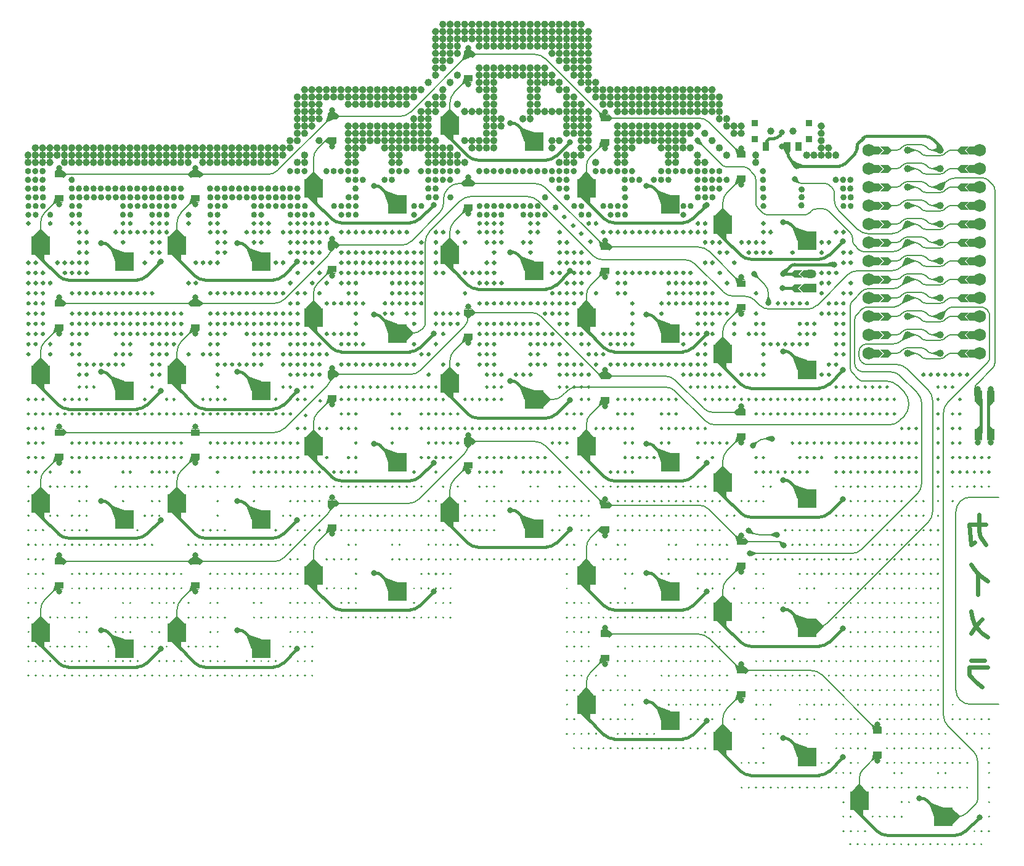
<source format=gbr>
%TF.GenerationSoftware,KiCad,Pcbnew,8.0.5*%
%TF.CreationDate,2024-10-08T15:48:39-07:00*%
%TF.ProjectId,qimera_pcb,71696d65-7261-45f7-9063-622e6b696361,v1.0.0*%
%TF.SameCoordinates,Original*%
%TF.FileFunction,Copper,L2,Bot*%
%TF.FilePolarity,Positive*%
%FSLAX46Y46*%
G04 Gerber Fmt 4.6, Leading zero omitted, Abs format (unit mm)*
G04 Created by KiCad (PCBNEW 8.0.5) date 2024-10-08 15:48:39*
%MOMM*%
%LPD*%
G01*
G04 APERTURE LIST*
%TA.AperFunction,NonConductor*%
%ADD10C,0.450000*%
%TD*%
%TA.AperFunction,NonConductor*%
%ADD11C,0.500000*%
%TD*%
%TA.AperFunction,NonConductor*%
%ADD12C,0.250000*%
%TD*%
%TA.AperFunction,NonConductor*%
%ADD13C,0.200000*%
%TD*%
%TA.AperFunction,NonConductor*%
%ADD14C,0.300000*%
%TD*%
%TA.AperFunction,NonConductor*%
%ADD15C,0.150000*%
%TD*%
%TA.AperFunction,NonConductor*%
%ADD16C,0.400000*%
%TD*%
%TA.AperFunction,NonConductor*%
%ADD17C,0.350000*%
%TD*%
%TA.AperFunction,Conductor*%
%ADD18C,0.500000*%
%TD*%
%TA.AperFunction,Conductor*%
%ADD19C,0.150000*%
%TD*%
%TA.AperFunction,Conductor*%
%ADD20C,0.250000*%
%TD*%
%ADD21C,0.600000*%
%TA.AperFunction,NonConductor*%
%ADD22C,0.600000*%
%TD*%
%TA.AperFunction,EtchedComponent*%
%ADD23C,0.400000*%
%TD*%
%TA.AperFunction,EtchedComponent*%
%ADD24C,0.000000*%
%TD*%
%TA.AperFunction,EtchedComponent*%
%ADD25C,0.200000*%
%TD*%
%TA.AperFunction,EtchedComponent*%
%ADD26C,0.050000*%
%TD*%
%TA.AperFunction,SMDPad,CuDef*%
%ADD27R,2.600000X2.600000*%
%TD*%
%TA.AperFunction,ComponentPad*%
%ADD28C,0.800000*%
%TD*%
%TA.AperFunction,SMDPad,CuDef*%
%ADD29R,0.900000X0.900000*%
%TD*%
%TA.AperFunction,WasherPad*%
%ADD30C,1.000000*%
%TD*%
%TA.AperFunction,SMDPad,CuDef*%
%ADD31R,0.900000X1.250000*%
%TD*%
%TA.AperFunction,SMDPad,CuDef*%
%ADD32R,1.000000X1.550000*%
%TD*%
%TA.AperFunction,SMDPad,CuDef*%
%ADD33R,1.200000X0.900000*%
%TD*%
%TA.AperFunction,ComponentPad*%
%ADD34C,1.000000*%
%TD*%
%TA.AperFunction,ComponentPad*%
%ADD35C,1.752600*%
%TD*%
%TA.AperFunction,ComponentPad*%
%ADD36R,1.700000X1.200000*%
%TD*%
%TA.AperFunction,ComponentPad*%
%ADD37O,1.700000X1.200000*%
%TD*%
%TA.AperFunction,ViaPad*%
%ADD38C,0.800000*%
%TD*%
%TA.AperFunction,Conductor*%
%ADD39C,0.200000*%
%TD*%
%TA.AperFunction,Conductor*%
%ADD40C,0.400000*%
%TD*%
G04 APERTURE END LIST*
D10*
X225535000Y-104420000D02*
G75*
G02*
X225085000Y-104420000I-225000J0D01*
G01*
X225085000Y-104420000D02*
G75*
G02*
X225535000Y-104420000I225000J0D01*
G01*
X225495000Y-106600000D02*
G75*
G02*
X225045000Y-106600000I-225000J0D01*
G01*
X225045000Y-106600000D02*
G75*
G02*
X225495000Y-106600000I225000J0D01*
G01*
D11*
X148250000Y-98700000D02*
G75*
G02*
X147750000Y-98700000I-250000J0D01*
G01*
X147750000Y-98700000D02*
G75*
G02*
X148250000Y-98700000I250000J0D01*
G01*
D12*
X190175000Y-141300000D02*
G75*
G02*
X189925000Y-141300000I-125000J0D01*
G01*
X189925000Y-141300000D02*
G75*
G02*
X190175000Y-141300000I125000J0D01*
G01*
D10*
X164275000Y-105500000D02*
G75*
G02*
X163825000Y-105500000I-225000J0D01*
G01*
X163825000Y-105500000D02*
G75*
G02*
X164275000Y-105500000I225000J0D01*
G01*
X202225000Y-101900000D02*
G75*
G02*
X201775000Y-101900000I-225000J0D01*
G01*
X201775000Y-101900000D02*
G75*
G02*
X202225000Y-101900000I225000J0D01*
G01*
D13*
X190150000Y-155300000D02*
G75*
G02*
X189950000Y-155300000I-100000J0D01*
G01*
X189950000Y-155300000D02*
G75*
G02*
X190150000Y-155300000I100000J0D01*
G01*
D11*
X119250000Y-100700000D02*
G75*
G02*
X118750000Y-100700000I-250000J0D01*
G01*
X118750000Y-100700000D02*
G75*
G02*
X119250000Y-100700000I250000J0D01*
G01*
D12*
X202175000Y-133300000D02*
G75*
G02*
X201925000Y-133300000I-125000J0D01*
G01*
X201925000Y-133300000D02*
G75*
G02*
X202175000Y-133300000I125000J0D01*
G01*
D13*
X209150000Y-145300000D02*
G75*
G02*
X208950000Y-145300000I-100000J0D01*
G01*
X208950000Y-145300000D02*
G75*
G02*
X209150000Y-145300000I100000J0D01*
G01*
X122150000Y-153300000D02*
G75*
G02*
X121950000Y-153300000I-100000J0D01*
G01*
X121950000Y-153300000D02*
G75*
G02*
X122150000Y-153300000I100000J0D01*
G01*
D14*
X190200000Y-124300000D02*
G75*
G02*
X189900000Y-124300000I-150000J0D01*
G01*
X189900000Y-124300000D02*
G75*
G02*
X190200000Y-124300000I150000J0D01*
G01*
D15*
X137125000Y-161300000D02*
G75*
G02*
X136975000Y-161300000I-75000J0D01*
G01*
X136975000Y-161300000D02*
G75*
G02*
X137125000Y-161300000I75000J0D01*
G01*
D16*
X119250000Y-106700000D02*
G75*
G02*
X118850000Y-106700000I-200000J0D01*
G01*
X118850000Y-106700000D02*
G75*
G02*
X119250000Y-106700000I200000J0D01*
G01*
D14*
X163200000Y-124300000D02*
G75*
G02*
X162900000Y-124300000I-150000J0D01*
G01*
X162900000Y-124300000D02*
G75*
G02*
X163200000Y-124300000I150000J0D01*
G01*
D12*
X188175000Y-141300000D02*
G75*
G02*
X187925000Y-141300000I-125000J0D01*
G01*
X187925000Y-141300000D02*
G75*
G02*
X188175000Y-141300000I125000J0D01*
G01*
D13*
X192150000Y-149300000D02*
G75*
G02*
X191950000Y-149300000I-100000J0D01*
G01*
X191950000Y-149300000D02*
G75*
G02*
X192150000Y-149300000I100000J0D01*
G01*
D14*
X182200000Y-124300000D02*
G75*
G02*
X181900000Y-124300000I-150000J0D01*
G01*
X181900000Y-124300000D02*
G75*
G02*
X182200000Y-124300000I150000J0D01*
G01*
D11*
X141250000Y-98700000D02*
G75*
G02*
X140750000Y-98700000I-250000J0D01*
G01*
X140750000Y-98700000D02*
G75*
G02*
X141250000Y-98700000I250000J0D01*
G01*
X183250000Y-96700000D02*
G75*
G02*
X182750000Y-96700000I-250000J0D01*
G01*
X182750000Y-96700000D02*
G75*
G02*
X183250000Y-96700000I250000J0D01*
G01*
D17*
X159225000Y-113100000D02*
G75*
G02*
X158875000Y-113100000I-175000J0D01*
G01*
X158875000Y-113100000D02*
G75*
G02*
X159225000Y-113100000I175000J0D01*
G01*
D11*
X169250000Y-90700000D02*
G75*
G02*
X168750000Y-90700000I-250000J0D01*
G01*
X168750000Y-90700000D02*
G75*
G02*
X169250000Y-90700000I250000J0D01*
G01*
D14*
X162200000Y-124300000D02*
G75*
G02*
X161900000Y-124300000I-150000J0D01*
G01*
X161900000Y-124300000D02*
G75*
G02*
X162200000Y-124300000I150000J0D01*
G01*
D12*
X154175000Y-143300000D02*
G75*
G02*
X153925000Y-143300000I-125000J0D01*
G01*
X153925000Y-143300000D02*
G75*
G02*
X154175000Y-143300000I125000J0D01*
G01*
X122175000Y-143300000D02*
G75*
G02*
X121925000Y-143300000I-125000J0D01*
G01*
X121925000Y-143300000D02*
G75*
G02*
X122175000Y-143300000I125000J0D01*
G01*
D14*
X172200000Y-120100000D02*
G75*
G02*
X171900000Y-120100000I-150000J0D01*
G01*
X171900000Y-120100000D02*
G75*
G02*
X172200000Y-120100000I150000J0D01*
G01*
D15*
X153125000Y-171300000D02*
G75*
G02*
X152975000Y-171300000I-75000J0D01*
G01*
X152975000Y-171300000D02*
G75*
G02*
X153125000Y-171300000I75000J0D01*
G01*
X203125000Y-179300000D02*
G75*
G02*
X202975000Y-179300000I-75000J0D01*
G01*
X202975000Y-179300000D02*
G75*
G02*
X203125000Y-179300000I75000J0D01*
G01*
X228125000Y-186700000D02*
G75*
G02*
X227975000Y-186700000I-75000J0D01*
G01*
X227975000Y-186700000D02*
G75*
G02*
X228125000Y-186700000I75000J0D01*
G01*
D12*
X140175000Y-141300000D02*
G75*
G02*
X139925000Y-141300000I-125000J0D01*
G01*
X139925000Y-141300000D02*
G75*
G02*
X140175000Y-141300000I125000J0D01*
G01*
D14*
X119200000Y-122900000D02*
G75*
G02*
X118900000Y-122900000I-150000J0D01*
G01*
X118900000Y-122900000D02*
G75*
G02*
X119200000Y-122900000I150000J0D01*
G01*
D15*
X243125000Y-165300000D02*
G75*
G02*
X242975000Y-165300000I-75000J0D01*
G01*
X242975000Y-165300000D02*
G75*
G02*
X243125000Y-165300000I75000J0D01*
G01*
D12*
X239175000Y-143300000D02*
G75*
G02*
X238925000Y-143300000I-125000J0D01*
G01*
X238925000Y-143300000D02*
G75*
G02*
X239175000Y-143300000I125000J0D01*
G01*
D10*
X168225000Y-103100000D02*
G75*
G02*
X167775000Y-103100000I-225000J0D01*
G01*
X167775000Y-103100000D02*
G75*
G02*
X168225000Y-103100000I225000J0D01*
G01*
X231225000Y-104300000D02*
G75*
G02*
X230775000Y-104300000I-225000J0D01*
G01*
X230775000Y-104300000D02*
G75*
G02*
X231225000Y-104300000I225000J0D01*
G01*
D13*
X135150000Y-149300000D02*
G75*
G02*
X134950000Y-149300000I-100000J0D01*
G01*
X134950000Y-149300000D02*
G75*
G02*
X135150000Y-149300000I100000J0D01*
G01*
D11*
X195250000Y-95700000D02*
G75*
G02*
X194750000Y-95700000I-250000J0D01*
G01*
X194750000Y-95700000D02*
G75*
G02*
X195250000Y-95700000I250000J0D01*
G01*
D15*
X194125000Y-179300000D02*
G75*
G02*
X193975000Y-179300000I-75000J0D01*
G01*
X193975000Y-179300000D02*
G75*
G02*
X194125000Y-179300000I75000J0D01*
G01*
D11*
X171250000Y-98700000D02*
G75*
G02*
X170750000Y-98700000I-250000J0D01*
G01*
X170750000Y-98700000D02*
G75*
G02*
X171250000Y-98700000I250000J0D01*
G01*
X159250000Y-94700000D02*
G75*
G02*
X158750000Y-94700000I-250000J0D01*
G01*
X158750000Y-94700000D02*
G75*
G02*
X159250000Y-94700000I250000J0D01*
G01*
D12*
X158175000Y-143300000D02*
G75*
G02*
X157925000Y-143300000I-125000J0D01*
G01*
X157925000Y-143300000D02*
G75*
G02*
X158175000Y-143300000I125000J0D01*
G01*
D11*
X163250000Y-90700000D02*
G75*
G02*
X162750000Y-90700000I-250000J0D01*
G01*
X162750000Y-90700000D02*
G75*
G02*
X163250000Y-90700000I250000J0D01*
G01*
D12*
X145175000Y-141300000D02*
G75*
G02*
X144925000Y-141300000I-125000J0D01*
G01*
X144925000Y-141300000D02*
G75*
G02*
X145175000Y-141300000I125000J0D01*
G01*
D11*
X202250000Y-96700000D02*
G75*
G02*
X201750000Y-96700000I-250000J0D01*
G01*
X201750000Y-96700000D02*
G75*
G02*
X202250000Y-96700000I250000J0D01*
G01*
X200250000Y-96700000D02*
G75*
G02*
X199750000Y-96700000I-250000J0D01*
G01*
X199750000Y-96700000D02*
G75*
G02*
X200250000Y-96700000I250000J0D01*
G01*
D17*
X126225000Y-114500000D02*
G75*
G02*
X125875000Y-114500000I-175000J0D01*
G01*
X125875000Y-114500000D02*
G75*
G02*
X126225000Y-114500000I175000J0D01*
G01*
D11*
X139250000Y-100700000D02*
G75*
G02*
X138750000Y-100700000I-250000J0D01*
G01*
X138750000Y-100700000D02*
G75*
G02*
X139250000Y-100700000I250000J0D01*
G01*
D16*
X126250000Y-106700000D02*
G75*
G02*
X125850000Y-106700000I-200000J0D01*
G01*
X125850000Y-106700000D02*
G75*
G02*
X126250000Y-106700000I200000J0D01*
G01*
D13*
X211150000Y-155300000D02*
G75*
G02*
X210950000Y-155300000I-100000J0D01*
G01*
X210950000Y-155300000D02*
G75*
G02*
X211150000Y-155300000I100000J0D01*
G01*
D14*
X157200000Y-128500000D02*
G75*
G02*
X156900000Y-128500000I-150000J0D01*
G01*
X156900000Y-128500000D02*
G75*
G02*
X157200000Y-128500000I150000J0D01*
G01*
D15*
X221125000Y-171300000D02*
G75*
G02*
X220975000Y-171300000I-75000J0D01*
G01*
X220975000Y-171300000D02*
G75*
G02*
X221125000Y-171300000I75000J0D01*
G01*
X226125000Y-171300000D02*
G75*
G02*
X225975000Y-171300000I-75000J0D01*
G01*
X225975000Y-171300000D02*
G75*
G02*
X226125000Y-171300000I75000J0D01*
G01*
D14*
X176200000Y-121500000D02*
G75*
G02*
X175900000Y-121500000I-150000J0D01*
G01*
X175900000Y-121500000D02*
G75*
G02*
X176200000Y-121500000I150000J0D01*
G01*
D16*
X125250000Y-106700000D02*
G75*
G02*
X124850000Y-106700000I-200000J0D01*
G01*
X124850000Y-106700000D02*
G75*
G02*
X125250000Y-106700000I200000J0D01*
G01*
D12*
X222175000Y-143300000D02*
G75*
G02*
X221925000Y-143300000I-125000J0D01*
G01*
X221925000Y-143300000D02*
G75*
G02*
X222175000Y-143300000I125000J0D01*
G01*
D11*
X205250000Y-97700000D02*
G75*
G02*
X204750000Y-97700000I-250000J0D01*
G01*
X204750000Y-97700000D02*
G75*
G02*
X205250000Y-97700000I250000J0D01*
G01*
D13*
X171150000Y-155300000D02*
G75*
G02*
X170950000Y-155300000I-100000J0D01*
G01*
X170950000Y-155300000D02*
G75*
G02*
X171150000Y-155300000I100000J0D01*
G01*
D11*
X144250000Y-99700000D02*
G75*
G02*
X143750000Y-99700000I-250000J0D01*
G01*
X143750000Y-99700000D02*
G75*
G02*
X144250000Y-99700000I250000J0D01*
G01*
X130250000Y-99700000D02*
G75*
G02*
X129750000Y-99700000I-250000J0D01*
G01*
X129750000Y-99700000D02*
G75*
G02*
X130250000Y-99700000I250000J0D01*
G01*
D17*
X166225000Y-113100000D02*
G75*
G02*
X165875000Y-113100000I-175000J0D01*
G01*
X165875000Y-113100000D02*
G75*
G02*
X166225000Y-113100000I175000J0D01*
G01*
D15*
X155125000Y-167300000D02*
G75*
G02*
X154975000Y-167300000I-75000J0D01*
G01*
X154975000Y-167300000D02*
G75*
G02*
X155125000Y-167300000I75000J0D01*
G01*
D17*
X188225000Y-109100000D02*
G75*
G02*
X187875000Y-109100000I-175000J0D01*
G01*
X187875000Y-109100000D02*
G75*
G02*
X188225000Y-109100000I175000J0D01*
G01*
D12*
X201175000Y-143300000D02*
G75*
G02*
X200925000Y-143300000I-125000J0D01*
G01*
X200925000Y-143300000D02*
G75*
G02*
X201175000Y-143300000I125000J0D01*
G01*
D10*
X183225000Y-101900000D02*
G75*
G02*
X182775000Y-101900000I-225000J0D01*
G01*
X182775000Y-101900000D02*
G75*
G02*
X183225000Y-101900000I225000J0D01*
G01*
D11*
X196250000Y-88700000D02*
G75*
G02*
X195750000Y-88700000I-250000J0D01*
G01*
X195750000Y-88700000D02*
G75*
G02*
X196250000Y-88700000I250000J0D01*
G01*
X201250000Y-93700000D02*
G75*
G02*
X200750000Y-93700000I-250000J0D01*
G01*
X200750000Y-93700000D02*
G75*
G02*
X201250000Y-93700000I250000J0D01*
G01*
D15*
X224125000Y-179300000D02*
G75*
G02*
X223975000Y-179300000I-75000J0D01*
G01*
X223975000Y-179300000D02*
G75*
G02*
X224125000Y-179300000I75000J0D01*
G01*
D12*
X213175000Y-139300000D02*
G75*
G02*
X212925000Y-139300000I-125000J0D01*
G01*
X212925000Y-139300000D02*
G75*
G02*
X213175000Y-139300000I125000J0D01*
G01*
D15*
X227125000Y-186700000D02*
G75*
G02*
X226975000Y-186700000I-75000J0D01*
G01*
X226975000Y-186700000D02*
G75*
G02*
X227125000Y-186700000I75000J0D01*
G01*
D14*
X157200000Y-118700000D02*
G75*
G02*
X156900000Y-118700000I-150000J0D01*
G01*
X156900000Y-118700000D02*
G75*
G02*
X157200000Y-118700000I150000J0D01*
G01*
D15*
X239125000Y-159300000D02*
G75*
G02*
X238975000Y-159300000I-75000J0D01*
G01*
X238975000Y-159300000D02*
G75*
G02*
X239125000Y-159300000I75000J0D01*
G01*
D11*
X182250000Y-93700000D02*
G75*
G02*
X181750000Y-93700000I-250000J0D01*
G01*
X181750000Y-93700000D02*
G75*
G02*
X182250000Y-93700000I250000J0D01*
G01*
D15*
X227125000Y-177300000D02*
G75*
G02*
X226975000Y-177300000I-75000J0D01*
G01*
X226975000Y-177300000D02*
G75*
G02*
X227125000Y-177300000I75000J0D01*
G01*
D14*
X213200000Y-129900000D02*
G75*
G02*
X212900000Y-129900000I-150000J0D01*
G01*
X212900000Y-129900000D02*
G75*
G02*
X213200000Y-129900000I150000J0D01*
G01*
D17*
X137225000Y-111700000D02*
G75*
G02*
X136875000Y-111700000I-175000J0D01*
G01*
X136875000Y-111700000D02*
G75*
G02*
X137225000Y-111700000I175000J0D01*
G01*
X133225000Y-109100000D02*
G75*
G02*
X132875000Y-109100000I-175000J0D01*
G01*
X132875000Y-109100000D02*
G75*
G02*
X133225000Y-109100000I175000J0D01*
G01*
D11*
X159250000Y-97700000D02*
G75*
G02*
X158750000Y-97700000I-250000J0D01*
G01*
X158750000Y-97700000D02*
G75*
G02*
X159250000Y-97700000I250000J0D01*
G01*
D17*
X224225000Y-113100000D02*
G75*
G02*
X223875000Y-113100000I-175000J0D01*
G01*
X223875000Y-113100000D02*
G75*
G02*
X224225000Y-113100000I175000J0D01*
G01*
D14*
X176200000Y-122900000D02*
G75*
G02*
X175900000Y-122900000I-150000J0D01*
G01*
X175900000Y-122900000D02*
G75*
G02*
X176200000Y-122900000I150000J0D01*
G01*
D15*
X238125000Y-163300000D02*
G75*
G02*
X237975000Y-163300000I-75000J0D01*
G01*
X237975000Y-163300000D02*
G75*
G02*
X238125000Y-163300000I75000J0D01*
G01*
D12*
X180175000Y-137300000D02*
G75*
G02*
X179925000Y-137300000I-125000J0D01*
G01*
X179925000Y-137300000D02*
G75*
G02*
X180175000Y-137300000I125000J0D01*
G01*
D17*
X173225000Y-113100000D02*
G75*
G02*
X172875000Y-113100000I-175000J0D01*
G01*
X172875000Y-113100000D02*
G75*
G02*
X173225000Y-113100000I175000J0D01*
G01*
D15*
X241125000Y-161300000D02*
G75*
G02*
X240975000Y-161300000I-75000J0D01*
G01*
X240975000Y-161300000D02*
G75*
G02*
X241125000Y-161300000I75000J0D01*
G01*
D17*
X212225000Y-110300000D02*
G75*
G02*
X211875000Y-110300000I-175000J0D01*
G01*
X211875000Y-110300000D02*
G75*
G02*
X212225000Y-110300000I175000J0D01*
G01*
D11*
X157250000Y-92700000D02*
G75*
G02*
X156750000Y-92700000I-250000J0D01*
G01*
X156750000Y-92700000D02*
G75*
G02*
X157250000Y-92700000I250000J0D01*
G01*
D12*
X164175000Y-143300000D02*
G75*
G02*
X163925000Y-143300000I-125000J0D01*
G01*
X163925000Y-143300000D02*
G75*
G02*
X164175000Y-143300000I125000J0D01*
G01*
D16*
X152250000Y-106700000D02*
G75*
G02*
X151850000Y-106700000I-200000J0D01*
G01*
X151850000Y-106700000D02*
G75*
G02*
X152250000Y-106700000I200000J0D01*
G01*
D10*
X155225000Y-104300000D02*
G75*
G02*
X154775000Y-104300000I-225000J0D01*
G01*
X154775000Y-104300000D02*
G75*
G02*
X155225000Y-104300000I225000J0D01*
G01*
D11*
X156250000Y-93700000D02*
G75*
G02*
X155750000Y-93700000I-250000J0D01*
G01*
X155750000Y-93700000D02*
G75*
G02*
X156250000Y-93700000I250000J0D01*
G01*
D16*
X220250000Y-106700000D02*
G75*
G02*
X219850000Y-106700000I-200000J0D01*
G01*
X219850000Y-106700000D02*
G75*
G02*
X220250000Y-106700000I200000J0D01*
G01*
D12*
X221175000Y-143300000D02*
G75*
G02*
X220925000Y-143300000I-125000J0D01*
G01*
X220925000Y-143300000D02*
G75*
G02*
X221175000Y-143300000I125000J0D01*
G01*
D16*
X188250000Y-107900000D02*
G75*
G02*
X187850000Y-107900000I-200000J0D01*
G01*
X187850000Y-107900000D02*
G75*
G02*
X188250000Y-107900000I200000J0D01*
G01*
D12*
X155175000Y-135300000D02*
G75*
G02*
X154925000Y-135300000I-125000J0D01*
G01*
X154925000Y-135300000D02*
G75*
G02*
X155175000Y-135300000I125000J0D01*
G01*
D15*
X236125000Y-169300000D02*
G75*
G02*
X235975000Y-169300000I-75000J0D01*
G01*
X235975000Y-169300000D02*
G75*
G02*
X236125000Y-169300000I75000J0D01*
G01*
D13*
X193150000Y-153300000D02*
G75*
G02*
X192950000Y-153300000I-100000J0D01*
G01*
X192950000Y-153300000D02*
G75*
G02*
X193150000Y-153300000I100000J0D01*
G01*
D15*
X244125000Y-175300000D02*
G75*
G02*
X243975000Y-175300000I-75000J0D01*
G01*
X243975000Y-175300000D02*
G75*
G02*
X244125000Y-175300000I75000J0D01*
G01*
D14*
X245200000Y-129900000D02*
G75*
G02*
X244900000Y-129900000I-150000J0D01*
G01*
X244900000Y-129900000D02*
G75*
G02*
X245200000Y-129900000I150000J0D01*
G01*
D12*
X146175000Y-133300000D02*
G75*
G02*
X145925000Y-133300000I-125000J0D01*
G01*
X145925000Y-133300000D02*
G75*
G02*
X146175000Y-133300000I125000J0D01*
G01*
D17*
X193225000Y-117300000D02*
G75*
G02*
X192875000Y-117300000I-175000J0D01*
G01*
X192875000Y-117300000D02*
G75*
G02*
X193225000Y-117300000I175000J0D01*
G01*
D16*
X150250000Y-106700000D02*
G75*
G02*
X149850000Y-106700000I-200000J0D01*
G01*
X149850000Y-106700000D02*
G75*
G02*
X150250000Y-106700000I200000J0D01*
G01*
X194250000Y-106700000D02*
G75*
G02*
X193850000Y-106700000I-200000J0D01*
G01*
X193850000Y-106700000D02*
G75*
G02*
X194250000Y-106700000I200000J0D01*
G01*
D12*
X156175000Y-141300000D02*
G75*
G02*
X155925000Y-141300000I-125000J0D01*
G01*
X155925000Y-141300000D02*
G75*
G02*
X156175000Y-141300000I125000J0D01*
G01*
D17*
X120225000Y-115900000D02*
G75*
G02*
X119875000Y-115900000I-175000J0D01*
G01*
X119875000Y-115900000D02*
G75*
G02*
X120225000Y-115900000I175000J0D01*
G01*
D14*
X215200000Y-120100000D02*
G75*
G02*
X214900000Y-120100000I-150000J0D01*
G01*
X214900000Y-120100000D02*
G75*
G02*
X215200000Y-120100000I150000J0D01*
G01*
D15*
X236125000Y-186700000D02*
G75*
G02*
X235975000Y-186700000I-75000J0D01*
G01*
X235975000Y-186700000D02*
G75*
G02*
X236125000Y-186700000I75000J0D01*
G01*
D14*
X138200000Y-127100000D02*
G75*
G02*
X137900000Y-127100000I-150000J0D01*
G01*
X137900000Y-127100000D02*
G75*
G02*
X138200000Y-127100000I150000J0D01*
G01*
D17*
X158225000Y-111700000D02*
G75*
G02*
X157875000Y-111700000I-175000J0D01*
G01*
X157875000Y-111700000D02*
G75*
G02*
X158225000Y-111700000I175000J0D01*
G01*
D12*
X195175000Y-143300000D02*
G75*
G02*
X194925000Y-143300000I-125000J0D01*
G01*
X194925000Y-143300000D02*
G75*
G02*
X195175000Y-143300000I125000J0D01*
G01*
D15*
X217125000Y-183300000D02*
G75*
G02*
X216975000Y-183300000I-75000J0D01*
G01*
X216975000Y-183300000D02*
G75*
G02*
X217125000Y-183300000I75000J0D01*
G01*
D13*
X169150000Y-153300000D02*
G75*
G02*
X168950000Y-153300000I-100000J0D01*
G01*
X168950000Y-153300000D02*
G75*
G02*
X169150000Y-153300000I100000J0D01*
G01*
D15*
X242125000Y-181300000D02*
G75*
G02*
X241975000Y-181300000I-75000J0D01*
G01*
X241975000Y-181300000D02*
G75*
G02*
X242125000Y-181300000I75000J0D01*
G01*
D11*
X228250000Y-98700000D02*
G75*
G02*
X227750000Y-98700000I-250000J0D01*
G01*
X227750000Y-98700000D02*
G75*
G02*
X228250000Y-98700000I250000J0D01*
G01*
X140250000Y-98700000D02*
G75*
G02*
X139750000Y-98700000I-250000J0D01*
G01*
X139750000Y-98700000D02*
G75*
G02*
X140250000Y-98700000I250000J0D01*
G01*
D15*
X124125000Y-163300000D02*
G75*
G02*
X123975000Y-163300000I-75000J0D01*
G01*
X123975000Y-163300000D02*
G75*
G02*
X124125000Y-163300000I75000J0D01*
G01*
X238125000Y-184700000D02*
G75*
G02*
X237975000Y-184700000I-75000J0D01*
G01*
X237975000Y-184700000D02*
G75*
G02*
X238125000Y-184700000I75000J0D01*
G01*
D11*
X201250000Y-95700000D02*
G75*
G02*
X200750000Y-95700000I-250000J0D01*
G01*
X200750000Y-95700000D02*
G75*
G02*
X201250000Y-95700000I250000J0D01*
G01*
D15*
X135125000Y-171300000D02*
G75*
G02*
X134975000Y-171300000I-75000J0D01*
G01*
X134975000Y-171300000D02*
G75*
G02*
X135125000Y-171300000I75000J0D01*
G01*
D11*
X193250000Y-90700000D02*
G75*
G02*
X192750000Y-90700000I-250000J0D01*
G01*
X192750000Y-90700000D02*
G75*
G02*
X193250000Y-90700000I250000J0D01*
G01*
D15*
X169125000Y-163300000D02*
G75*
G02*
X168975000Y-163300000I-75000J0D01*
G01*
X168975000Y-163300000D02*
G75*
G02*
X169125000Y-163300000I75000J0D01*
G01*
X202125000Y-169300000D02*
G75*
G02*
X201975000Y-169300000I-75000J0D01*
G01*
X201975000Y-169300000D02*
G75*
G02*
X202125000Y-169300000I75000J0D01*
G01*
D11*
X131250000Y-98700000D02*
G75*
G02*
X130750000Y-98700000I-250000J0D01*
G01*
X130750000Y-98700000D02*
G75*
G02*
X131250000Y-98700000I250000J0D01*
G01*
D14*
X188200000Y-120100000D02*
G75*
G02*
X187900000Y-120100000I-150000J0D01*
G01*
X187900000Y-120100000D02*
G75*
G02*
X188200000Y-120100000I150000J0D01*
G01*
D11*
X157250000Y-94700000D02*
G75*
G02*
X156750000Y-94700000I-250000J0D01*
G01*
X156750000Y-94700000D02*
G75*
G02*
X157250000Y-94700000I250000J0D01*
G01*
X182250000Y-81700000D02*
G75*
G02*
X181750000Y-81700000I-250000J0D01*
G01*
X181750000Y-81700000D02*
G75*
G02*
X182250000Y-81700000I250000J0D01*
G01*
D13*
X174150000Y-149300000D02*
G75*
G02*
X173950000Y-149300000I-100000J0D01*
G01*
X173950000Y-149300000D02*
G75*
G02*
X174150000Y-149300000I100000J0D01*
G01*
D17*
X231225000Y-110300000D02*
G75*
G02*
X230875000Y-110300000I-175000J0D01*
G01*
X230875000Y-110300000D02*
G75*
G02*
X231225000Y-110300000I175000J0D01*
G01*
D11*
X197250000Y-89700000D02*
G75*
G02*
X196750000Y-89700000I-250000J0D01*
G01*
X196750000Y-89700000D02*
G75*
G02*
X197250000Y-89700000I250000J0D01*
G01*
D17*
X213225000Y-114500000D02*
G75*
G02*
X212875000Y-114500000I-175000J0D01*
G01*
X212875000Y-114500000D02*
G75*
G02*
X213225000Y-114500000I175000J0D01*
G01*
D15*
X221125000Y-161300000D02*
G75*
G02*
X220975000Y-161300000I-75000J0D01*
G01*
X220975000Y-161300000D02*
G75*
G02*
X221125000Y-161300000I75000J0D01*
G01*
D14*
X212200000Y-118700000D02*
G75*
G02*
X211900000Y-118700000I-150000J0D01*
G01*
X211900000Y-118700000D02*
G75*
G02*
X212200000Y-118700000I150000J0D01*
G01*
D11*
X166250000Y-95700000D02*
G75*
G02*
X165750000Y-95700000I-250000J0D01*
G01*
X165750000Y-95700000D02*
G75*
G02*
X166250000Y-95700000I250000J0D01*
G01*
X191250000Y-85700000D02*
G75*
G02*
X190750000Y-85700000I-250000J0D01*
G01*
X190750000Y-85700000D02*
G75*
G02*
X191250000Y-85700000I250000J0D01*
G01*
D10*
X120225000Y-104300000D02*
G75*
G02*
X119775000Y-104300000I-225000J0D01*
G01*
X119775000Y-104300000D02*
G75*
G02*
X120225000Y-104300000I225000J0D01*
G01*
D17*
X197225000Y-109100000D02*
G75*
G02*
X196875000Y-109100000I-175000J0D01*
G01*
X196875000Y-109100000D02*
G75*
G02*
X197225000Y-109100000I175000J0D01*
G01*
D14*
X199200000Y-128500000D02*
G75*
G02*
X198900000Y-128500000I-150000J0D01*
G01*
X198900000Y-128500000D02*
G75*
G02*
X199200000Y-128500000I150000J0D01*
G01*
D11*
X164250000Y-96700000D02*
G75*
G02*
X163750000Y-96700000I-250000J0D01*
G01*
X163750000Y-96700000D02*
G75*
G02*
X164250000Y-96700000I250000J0D01*
G01*
D13*
X244150000Y-147300000D02*
G75*
G02*
X243950000Y-147300000I-100000J0D01*
G01*
X243950000Y-147300000D02*
G75*
G02*
X244150000Y-147300000I100000J0D01*
G01*
D12*
X218175000Y-133300000D02*
G75*
G02*
X217925000Y-133300000I-125000J0D01*
G01*
X217925000Y-133300000D02*
G75*
G02*
X218175000Y-133300000I125000J0D01*
G01*
D15*
X243125000Y-186700000D02*
G75*
G02*
X242975000Y-186700000I-75000J0D01*
G01*
X242975000Y-186700000D02*
G75*
G02*
X243125000Y-186700000I75000J0D01*
G01*
D17*
X201225000Y-115900000D02*
G75*
G02*
X200875000Y-115900000I-175000J0D01*
G01*
X200875000Y-115900000D02*
G75*
G02*
X201225000Y-115900000I175000J0D01*
G01*
D14*
X202200000Y-124300000D02*
G75*
G02*
X201900000Y-124300000I-150000J0D01*
G01*
X201900000Y-124300000D02*
G75*
G02*
X202200000Y-124300000I150000J0D01*
G01*
X125200000Y-122900000D02*
G75*
G02*
X124900000Y-122900000I-150000J0D01*
G01*
X124900000Y-122900000D02*
G75*
G02*
X125200000Y-122900000I150000J0D01*
G01*
D12*
X137175000Y-139300000D02*
G75*
G02*
X136925000Y-139300000I-125000J0D01*
G01*
X136925000Y-139300000D02*
G75*
G02*
X137175000Y-139300000I125000J0D01*
G01*
X232175000Y-133300000D02*
G75*
G02*
X231925000Y-133300000I-125000J0D01*
G01*
X231925000Y-133300000D02*
G75*
G02*
X232175000Y-133300000I125000J0D01*
G01*
D13*
X230150000Y-149300000D02*
G75*
G02*
X229950000Y-149300000I-100000J0D01*
G01*
X229950000Y-149300000D02*
G75*
G02*
X230150000Y-149300000I100000J0D01*
G01*
X145150000Y-153300000D02*
G75*
G02*
X144950000Y-153300000I-100000J0D01*
G01*
X144950000Y-153300000D02*
G75*
G02*
X145150000Y-153300000I100000J0D01*
G01*
D11*
X181250000Y-88700000D02*
G75*
G02*
X180750000Y-88700000I-250000J0D01*
G01*
X180750000Y-88700000D02*
G75*
G02*
X181250000Y-88700000I250000J0D01*
G01*
D10*
X207225000Y-103100000D02*
G75*
G02*
X206775000Y-103100000I-225000J0D01*
G01*
X206775000Y-103100000D02*
G75*
G02*
X207225000Y-103100000I225000J0D01*
G01*
D14*
X199200000Y-124300000D02*
G75*
G02*
X198900000Y-124300000I-150000J0D01*
G01*
X198900000Y-124300000D02*
G75*
G02*
X199200000Y-124300000I150000J0D01*
G01*
D12*
X176175000Y-133300000D02*
G75*
G02*
X175925000Y-133300000I-125000J0D01*
G01*
X175925000Y-133300000D02*
G75*
G02*
X176175000Y-133300000I125000J0D01*
G01*
X193175000Y-137300000D02*
G75*
G02*
X192925000Y-137300000I-125000J0D01*
G01*
X192925000Y-137300000D02*
G75*
G02*
X193175000Y-137300000I125000J0D01*
G01*
D10*
X129225000Y-104300000D02*
G75*
G02*
X128775000Y-104300000I-225000J0D01*
G01*
X128775000Y-104300000D02*
G75*
G02*
X129225000Y-104300000I225000J0D01*
G01*
D15*
X225125000Y-159300000D02*
G75*
G02*
X224975000Y-159300000I-75000J0D01*
G01*
X224975000Y-159300000D02*
G75*
G02*
X225125000Y-159300000I75000J0D01*
G01*
D13*
X216150000Y-149300000D02*
G75*
G02*
X215950000Y-149300000I-100000J0D01*
G01*
X215950000Y-149300000D02*
G75*
G02*
X216150000Y-149300000I100000J0D01*
G01*
D11*
X190250000Y-88700000D02*
G75*
G02*
X189750000Y-88700000I-250000J0D01*
G01*
X189750000Y-88700000D02*
G75*
G02*
X190250000Y-88700000I250000J0D01*
G01*
D17*
X194075000Y-109400000D02*
G75*
G02*
X193725000Y-109400000I-175000J0D01*
G01*
X193725000Y-109400000D02*
G75*
G02*
X194075000Y-109400000I175000J0D01*
G01*
D15*
X131125000Y-163300000D02*
G75*
G02*
X130975000Y-163300000I-75000J0D01*
G01*
X130975000Y-163300000D02*
G75*
G02*
X131125000Y-163300000I75000J0D01*
G01*
D12*
X190175000Y-137300000D02*
G75*
G02*
X189925000Y-137300000I-125000J0D01*
G01*
X189925000Y-137300000D02*
G75*
G02*
X190175000Y-137300000I125000J0D01*
G01*
D15*
X151125000Y-171300000D02*
G75*
G02*
X150975000Y-171300000I-75000J0D01*
G01*
X150975000Y-171300000D02*
G75*
G02*
X151125000Y-171300000I75000J0D01*
G01*
D12*
X146175000Y-141300000D02*
G75*
G02*
X145925000Y-141300000I-125000J0D01*
G01*
X145925000Y-141300000D02*
G75*
G02*
X146175000Y-141300000I125000J0D01*
G01*
D10*
X132225000Y-104300000D02*
G75*
G02*
X131775000Y-104300000I-225000J0D01*
G01*
X131775000Y-104300000D02*
G75*
G02*
X132225000Y-104300000I225000J0D01*
G01*
D14*
X212200000Y-121500000D02*
G75*
G02*
X211900000Y-121500000I-150000J0D01*
G01*
X211900000Y-121500000D02*
G75*
G02*
X212200000Y-121500000I150000J0D01*
G01*
D17*
X183225000Y-110300000D02*
G75*
G02*
X182875000Y-110300000I-175000J0D01*
G01*
X182875000Y-110300000D02*
G75*
G02*
X183225000Y-110300000I175000J0D01*
G01*
D15*
X203125000Y-163300000D02*
G75*
G02*
X202975000Y-163300000I-75000J0D01*
G01*
X202975000Y-163300000D02*
G75*
G02*
X203125000Y-163300000I75000J0D01*
G01*
D13*
X160150000Y-145300000D02*
G75*
G02*
X159950000Y-145300000I-100000J0D01*
G01*
X159950000Y-145300000D02*
G75*
G02*
X160150000Y-145300000I100000J0D01*
G01*
D11*
X136250000Y-100700000D02*
G75*
G02*
X135750000Y-100700000I-250000J0D01*
G01*
X135750000Y-100700000D02*
G75*
G02*
X136250000Y-100700000I250000J0D01*
G01*
D13*
X168150000Y-151300000D02*
G75*
G02*
X167950000Y-151300000I-100000J0D01*
G01*
X167950000Y-151300000D02*
G75*
G02*
X168150000Y-151300000I100000J0D01*
G01*
D11*
X157250000Y-95700000D02*
G75*
G02*
X156750000Y-95700000I-250000J0D01*
G01*
X156750000Y-95700000D02*
G75*
G02*
X157250000Y-95700000I250000J0D01*
G01*
D12*
X201175000Y-135300000D02*
G75*
G02*
X200925000Y-135300000I-125000J0D01*
G01*
X200925000Y-135300000D02*
G75*
G02*
X201175000Y-135300000I125000J0D01*
G01*
D13*
X232150000Y-157300000D02*
G75*
G02*
X231950000Y-157300000I-100000J0D01*
G01*
X231950000Y-157300000D02*
G75*
G02*
X232150000Y-157300000I100000J0D01*
G01*
D14*
X182200000Y-127100000D02*
G75*
G02*
X181900000Y-127100000I-150000J0D01*
G01*
X181900000Y-127100000D02*
G75*
G02*
X182200000Y-127100000I150000J0D01*
G01*
D15*
X197125000Y-179300000D02*
G75*
G02*
X196975000Y-179300000I-75000J0D01*
G01*
X196975000Y-179300000D02*
G75*
G02*
X197125000Y-179300000I75000J0D01*
G01*
D13*
X136150000Y-147300000D02*
G75*
G02*
X135950000Y-147300000I-100000J0D01*
G01*
X135950000Y-147300000D02*
G75*
G02*
X136150000Y-147300000I100000J0D01*
G01*
D14*
X187200000Y-122900000D02*
G75*
G02*
X186900000Y-122900000I-150000J0D01*
G01*
X186900000Y-122900000D02*
G75*
G02*
X187200000Y-122900000I150000J0D01*
G01*
X157200000Y-129900000D02*
G75*
G02*
X156900000Y-129900000I-150000J0D01*
G01*
X156900000Y-129900000D02*
G75*
G02*
X157200000Y-129900000I150000J0D01*
G01*
D13*
X126150000Y-147300000D02*
G75*
G02*
X125950000Y-147300000I-100000J0D01*
G01*
X125950000Y-147300000D02*
G75*
G02*
X126150000Y-147300000I100000J0D01*
G01*
D15*
X230125000Y-171300000D02*
G75*
G02*
X229975000Y-171300000I-75000J0D01*
G01*
X229975000Y-171300000D02*
G75*
G02*
X230125000Y-171300000I75000J0D01*
G01*
D11*
X174250000Y-92700000D02*
G75*
G02*
X173750000Y-92700000I-250000J0D01*
G01*
X173750000Y-92700000D02*
G75*
G02*
X174250000Y-92700000I250000J0D01*
G01*
D15*
X233125000Y-192700000D02*
G75*
G02*
X232975000Y-192700000I-75000J0D01*
G01*
X232975000Y-192700000D02*
G75*
G02*
X233125000Y-192700000I75000J0D01*
G01*
D12*
X147175000Y-141300000D02*
G75*
G02*
X146925000Y-141300000I-125000J0D01*
G01*
X146925000Y-141300000D02*
G75*
G02*
X147175000Y-141300000I125000J0D01*
G01*
D11*
X187250000Y-82700000D02*
G75*
G02*
X186750000Y-82700000I-250000J0D01*
G01*
X186750000Y-82700000D02*
G75*
G02*
X187250000Y-82700000I250000J0D01*
G01*
D15*
X158125000Y-167300000D02*
G75*
G02*
X157975000Y-167300000I-75000J0D01*
G01*
X157975000Y-167300000D02*
G75*
G02*
X158125000Y-167300000I75000J0D01*
G01*
X208125000Y-171300000D02*
G75*
G02*
X207975000Y-171300000I-75000J0D01*
G01*
X207975000Y-171300000D02*
G75*
G02*
X208125000Y-171300000I75000J0D01*
G01*
D13*
X174150000Y-153300000D02*
G75*
G02*
X173950000Y-153300000I-100000J0D01*
G01*
X173950000Y-153300000D02*
G75*
G02*
X174150000Y-153300000I100000J0D01*
G01*
D11*
X214250000Y-98700000D02*
G75*
G02*
X213750000Y-98700000I-250000J0D01*
G01*
X213750000Y-98700000D02*
G75*
G02*
X214250000Y-98700000I250000J0D01*
G01*
X196250000Y-97700000D02*
G75*
G02*
X195750000Y-97700000I-250000J0D01*
G01*
X195750000Y-97700000D02*
G75*
G02*
X196250000Y-97700000I250000J0D01*
G01*
D15*
X249125000Y-177300000D02*
G75*
G02*
X248975000Y-177300000I-75000J0D01*
G01*
X248975000Y-177300000D02*
G75*
G02*
X249125000Y-177300000I75000J0D01*
G01*
D13*
X233150000Y-147300000D02*
G75*
G02*
X232950000Y-147300000I-100000J0D01*
G01*
X232950000Y-147300000D02*
G75*
G02*
X233150000Y-147300000I100000J0D01*
G01*
X145150000Y-147300000D02*
G75*
G02*
X144950000Y-147300000I-100000J0D01*
G01*
X144950000Y-147300000D02*
G75*
G02*
X145150000Y-147300000I100000J0D01*
G01*
D15*
X198125000Y-163300000D02*
G75*
G02*
X197975000Y-163300000I-75000J0D01*
G01*
X197975000Y-163300000D02*
G75*
G02*
X198125000Y-163300000I75000J0D01*
G01*
D12*
X237175000Y-141300000D02*
G75*
G02*
X236925000Y-141300000I-125000J0D01*
G01*
X236925000Y-141300000D02*
G75*
G02*
X237175000Y-141300000I125000J0D01*
G01*
D17*
X175225000Y-111700000D02*
G75*
G02*
X174875000Y-111700000I-175000J0D01*
G01*
X174875000Y-111700000D02*
G75*
G02*
X175225000Y-111700000I175000J0D01*
G01*
D14*
X120200000Y-122900000D02*
G75*
G02*
X119900000Y-122900000I-150000J0D01*
G01*
X119900000Y-122900000D02*
G75*
G02*
X120200000Y-122900000I150000J0D01*
G01*
D11*
X208250000Y-99700000D02*
G75*
G02*
X207750000Y-99700000I-250000J0D01*
G01*
X207750000Y-99700000D02*
G75*
G02*
X208250000Y-99700000I250000J0D01*
G01*
D14*
X242200000Y-129900000D02*
G75*
G02*
X241900000Y-129900000I-150000J0D01*
G01*
X241900000Y-129900000D02*
G75*
G02*
X242200000Y-129900000I150000J0D01*
G01*
D10*
X154225000Y-104300000D02*
G75*
G02*
X153775000Y-104300000I-225000J0D01*
G01*
X153775000Y-104300000D02*
G75*
G02*
X154225000Y-104300000I225000J0D01*
G01*
D12*
X246175000Y-131600000D02*
G75*
G02*
X245925000Y-131600000I-125000J0D01*
G01*
X245925000Y-131600000D02*
G75*
G02*
X246175000Y-131600000I125000J0D01*
G01*
D13*
X242150000Y-149300000D02*
G75*
G02*
X241950000Y-149300000I-100000J0D01*
G01*
X241950000Y-149300000D02*
G75*
G02*
X242150000Y-149300000I100000J0D01*
G01*
D15*
X154125000Y-159300000D02*
G75*
G02*
X153975000Y-159300000I-75000J0D01*
G01*
X153975000Y-159300000D02*
G75*
G02*
X154125000Y-159300000I75000J0D01*
G01*
D13*
X231150000Y-153300000D02*
G75*
G02*
X230950000Y-153300000I-100000J0D01*
G01*
X230950000Y-153300000D02*
G75*
G02*
X231150000Y-153300000I100000J0D01*
G01*
D11*
X136250000Y-99700000D02*
G75*
G02*
X135750000Y-99700000I-250000J0D01*
G01*
X135750000Y-99700000D02*
G75*
G02*
X136250000Y-99700000I250000J0D01*
G01*
D12*
X164175000Y-141300000D02*
G75*
G02*
X163925000Y-141300000I-125000J0D01*
G01*
X163925000Y-141300000D02*
G75*
G02*
X164175000Y-141300000I125000J0D01*
G01*
D15*
X201125000Y-169300000D02*
G75*
G02*
X200975000Y-169300000I-75000J0D01*
G01*
X200975000Y-169300000D02*
G75*
G02*
X201125000Y-169300000I75000J0D01*
G01*
D10*
X213225000Y-104300000D02*
G75*
G02*
X212775000Y-104300000I-225000J0D01*
G01*
X212775000Y-104300000D02*
G75*
G02*
X213225000Y-104300000I225000J0D01*
G01*
D12*
X213175000Y-141300000D02*
G75*
G02*
X212925000Y-141300000I-125000J0D01*
G01*
X212925000Y-141300000D02*
G75*
G02*
X213175000Y-141300000I125000J0D01*
G01*
D14*
X224200000Y-120100000D02*
G75*
G02*
X223900000Y-120100000I-150000J0D01*
G01*
X223900000Y-120100000D02*
G75*
G02*
X224200000Y-120100000I150000J0D01*
G01*
D10*
X121225000Y-104300000D02*
G75*
G02*
X120775000Y-104300000I-225000J0D01*
G01*
X120775000Y-104300000D02*
G75*
G02*
X121225000Y-104300000I225000J0D01*
G01*
D15*
X120125000Y-167300000D02*
G75*
G02*
X119975000Y-167300000I-75000J0D01*
G01*
X119975000Y-167300000D02*
G75*
G02*
X120125000Y-167300000I75000J0D01*
G01*
D14*
X188200000Y-124300000D02*
G75*
G02*
X187900000Y-124300000I-150000J0D01*
G01*
X187900000Y-124300000D02*
G75*
G02*
X188200000Y-124300000I150000J0D01*
G01*
D13*
X231150000Y-157300000D02*
G75*
G02*
X230950000Y-157300000I-100000J0D01*
G01*
X230950000Y-157300000D02*
G75*
G02*
X231150000Y-157300000I100000J0D01*
G01*
D15*
X149125000Y-171300000D02*
G75*
G02*
X148975000Y-171300000I-75000J0D01*
G01*
X148975000Y-171300000D02*
G75*
G02*
X149125000Y-171300000I75000J0D01*
G01*
D12*
X177175000Y-139300000D02*
G75*
G02*
X176925000Y-139300000I-125000J0D01*
G01*
X176925000Y-139300000D02*
G75*
G02*
X177175000Y-139300000I125000J0D01*
G01*
X210175000Y-131600000D02*
G75*
G02*
X209925000Y-131600000I-125000J0D01*
G01*
X209925000Y-131600000D02*
G75*
G02*
X210175000Y-131600000I125000J0D01*
G01*
D15*
X239125000Y-175300000D02*
G75*
G02*
X238975000Y-175300000I-75000J0D01*
G01*
X238975000Y-175300000D02*
G75*
G02*
X239125000Y-175300000I75000J0D01*
G01*
D11*
X159250000Y-90700000D02*
G75*
G02*
X158750000Y-90700000I-250000J0D01*
G01*
X158750000Y-90700000D02*
G75*
G02*
X159250000Y-90700000I250000J0D01*
G01*
D17*
X135225000Y-110300000D02*
G75*
G02*
X134875000Y-110300000I-175000J0D01*
G01*
X134875000Y-110300000D02*
G75*
G02*
X135225000Y-110300000I175000J0D01*
G01*
D14*
X169200000Y-120100000D02*
G75*
G02*
X168900000Y-120100000I-150000J0D01*
G01*
X168900000Y-120100000D02*
G75*
G02*
X169200000Y-120100000I150000J0D01*
G01*
D12*
X127175000Y-141300000D02*
G75*
G02*
X126925000Y-141300000I-125000J0D01*
G01*
X126925000Y-141300000D02*
G75*
G02*
X127175000Y-141300000I125000J0D01*
G01*
X134175000Y-135300000D02*
G75*
G02*
X133925000Y-135300000I-125000J0D01*
G01*
X133925000Y-135300000D02*
G75*
G02*
X134175000Y-135300000I125000J0D01*
G01*
D14*
X219200000Y-124300000D02*
G75*
G02*
X218900000Y-124300000I-150000J0D01*
G01*
X218900000Y-124300000D02*
G75*
G02*
X219200000Y-124300000I150000J0D01*
G01*
D12*
X121175000Y-141300000D02*
G75*
G02*
X120925000Y-141300000I-125000J0D01*
G01*
X120925000Y-141300000D02*
G75*
G02*
X121175000Y-141300000I125000J0D01*
G01*
D15*
X239125000Y-163300000D02*
G75*
G02*
X238975000Y-163300000I-75000J0D01*
G01*
X238975000Y-163300000D02*
G75*
G02*
X239125000Y-163300000I75000J0D01*
G01*
X201125000Y-171300000D02*
G75*
G02*
X200975000Y-171300000I-75000J0D01*
G01*
X200975000Y-171300000D02*
G75*
G02*
X201125000Y-171300000I75000J0D01*
G01*
X225125000Y-179300000D02*
G75*
G02*
X224975000Y-179300000I-75000J0D01*
G01*
X224975000Y-179300000D02*
G75*
G02*
X225125000Y-179300000I75000J0D01*
G01*
D12*
X138175000Y-141300000D02*
G75*
G02*
X137925000Y-141300000I-125000J0D01*
G01*
X137925000Y-141300000D02*
G75*
G02*
X138175000Y-141300000I125000J0D01*
G01*
D15*
X228125000Y-169300000D02*
G75*
G02*
X227975000Y-169300000I-75000J0D01*
G01*
X227975000Y-169300000D02*
G75*
G02*
X228125000Y-169300000I75000J0D01*
G01*
D11*
X175250000Y-84700000D02*
G75*
G02*
X174750000Y-84700000I-250000J0D01*
G01*
X174750000Y-84700000D02*
G75*
G02*
X175250000Y-84700000I250000J0D01*
G01*
D17*
X155225000Y-111700000D02*
G75*
G02*
X154875000Y-111700000I-175000J0D01*
G01*
X154875000Y-111700000D02*
G75*
G02*
X155225000Y-111700000I175000J0D01*
G01*
D15*
X246125000Y-181300000D02*
G75*
G02*
X245975000Y-181300000I-75000J0D01*
G01*
X245975000Y-181300000D02*
G75*
G02*
X246125000Y-181300000I75000J0D01*
G01*
X229125000Y-171300000D02*
G75*
G02*
X228975000Y-171300000I-75000J0D01*
G01*
X228975000Y-171300000D02*
G75*
G02*
X229125000Y-171300000I75000J0D01*
G01*
X200125000Y-163300000D02*
G75*
G02*
X199975000Y-163300000I-75000J0D01*
G01*
X199975000Y-163300000D02*
G75*
G02*
X200125000Y-163300000I75000J0D01*
G01*
D16*
X232250000Y-106700000D02*
G75*
G02*
X231850000Y-106700000I-200000J0D01*
G01*
X231850000Y-106700000D02*
G75*
G02*
X232250000Y-106700000I200000J0D01*
G01*
D10*
X119225000Y-104300000D02*
G75*
G02*
X118775000Y-104300000I-225000J0D01*
G01*
X118775000Y-104300000D02*
G75*
G02*
X119225000Y-104300000I225000J0D01*
G01*
D14*
X152200000Y-125700000D02*
G75*
G02*
X151900000Y-125700000I-150000J0D01*
G01*
X151900000Y-125700000D02*
G75*
G02*
X152200000Y-125700000I150000J0D01*
G01*
D11*
X184250000Y-82700000D02*
G75*
G02*
X183750000Y-82700000I-250000J0D01*
G01*
X183750000Y-82700000D02*
G75*
G02*
X184250000Y-82700000I250000J0D01*
G01*
D17*
X196475000Y-111600000D02*
G75*
G02*
X196125000Y-111600000I-175000J0D01*
G01*
X196125000Y-111600000D02*
G75*
G02*
X196475000Y-111600000I175000J0D01*
G01*
D13*
X171150000Y-151300000D02*
G75*
G02*
X170950000Y-151300000I-100000J0D01*
G01*
X170950000Y-151300000D02*
G75*
G02*
X171150000Y-151300000I100000J0D01*
G01*
D12*
X163175000Y-143300000D02*
G75*
G02*
X162925000Y-143300000I-125000J0D01*
G01*
X162925000Y-143300000D02*
G75*
G02*
X163175000Y-143300000I125000J0D01*
G01*
X155175000Y-141300000D02*
G75*
G02*
X154925000Y-141300000I-125000J0D01*
G01*
X154925000Y-141300000D02*
G75*
G02*
X155175000Y-141300000I125000J0D01*
G01*
D11*
X167250000Y-95700000D02*
G75*
G02*
X166750000Y-95700000I-250000J0D01*
G01*
X166750000Y-95700000D02*
G75*
G02*
X167250000Y-95700000I250000J0D01*
G01*
X200250000Y-95700000D02*
G75*
G02*
X199750000Y-95700000I-250000J0D01*
G01*
X199750000Y-95700000D02*
G75*
G02*
X200250000Y-95700000I250000J0D01*
G01*
X177250000Y-84700000D02*
G75*
G02*
X176750000Y-84700000I-250000J0D01*
G01*
X176750000Y-84700000D02*
G75*
G02*
X177250000Y-84700000I250000J0D01*
G01*
D15*
X209125000Y-167300000D02*
G75*
G02*
X208975000Y-167300000I-75000J0D01*
G01*
X208975000Y-167300000D02*
G75*
G02*
X209125000Y-167300000I75000J0D01*
G01*
D16*
X141250000Y-107900000D02*
G75*
G02*
X140850000Y-107900000I-200000J0D01*
G01*
X140850000Y-107900000D02*
G75*
G02*
X141250000Y-107900000I200000J0D01*
G01*
D13*
X136150000Y-145300000D02*
G75*
G02*
X135950000Y-145300000I-100000J0D01*
G01*
X135950000Y-145300000D02*
G75*
G02*
X136150000Y-145300000I100000J0D01*
G01*
D15*
X157125000Y-165300000D02*
G75*
G02*
X156975000Y-165300000I-75000J0D01*
G01*
X156975000Y-165300000D02*
G75*
G02*
X157125000Y-165300000I75000J0D01*
G01*
D14*
X126200000Y-118700000D02*
G75*
G02*
X125900000Y-118700000I-150000J0D01*
G01*
X125900000Y-118700000D02*
G75*
G02*
X126200000Y-118700000I150000J0D01*
G01*
D10*
X211275000Y-105500000D02*
G75*
G02*
X210825000Y-105500000I-225000J0D01*
G01*
X210825000Y-105500000D02*
G75*
G02*
X211275000Y-105500000I225000J0D01*
G01*
D12*
X164175000Y-135300000D02*
G75*
G02*
X163925000Y-135300000I-125000J0D01*
G01*
X163925000Y-135300000D02*
G75*
G02*
X164175000Y-135300000I125000J0D01*
G01*
D16*
X161250000Y-106700000D02*
G75*
G02*
X160850000Y-106700000I-200000J0D01*
G01*
X160850000Y-106700000D02*
G75*
G02*
X161250000Y-106700000I200000J0D01*
G01*
D15*
X232125000Y-179300000D02*
G75*
G02*
X231975000Y-179300000I-75000J0D01*
G01*
X231975000Y-179300000D02*
G75*
G02*
X232125000Y-179300000I75000J0D01*
G01*
D12*
X207175000Y-137300000D02*
G75*
G02*
X206925000Y-137300000I-125000J0D01*
G01*
X206925000Y-137300000D02*
G75*
G02*
X207175000Y-137300000I125000J0D01*
G01*
D16*
X138250000Y-107900000D02*
G75*
G02*
X137850000Y-107900000I-200000J0D01*
G01*
X137850000Y-107900000D02*
G75*
G02*
X138250000Y-107900000I200000J0D01*
G01*
D14*
X186200000Y-120100000D02*
G75*
G02*
X185900000Y-120100000I-150000J0D01*
G01*
X185900000Y-120100000D02*
G75*
G02*
X186200000Y-120100000I150000J0D01*
G01*
D13*
X153150000Y-157300000D02*
G75*
G02*
X152950000Y-157300000I-100000J0D01*
G01*
X152950000Y-157300000D02*
G75*
G02*
X153150000Y-157300000I100000J0D01*
G01*
D10*
X150225000Y-104300000D02*
G75*
G02*
X149775000Y-104300000I-225000J0D01*
G01*
X149775000Y-104300000D02*
G75*
G02*
X150225000Y-104300000I225000J0D01*
G01*
D14*
X168200000Y-120100000D02*
G75*
G02*
X167900000Y-120100000I-150000J0D01*
G01*
X167900000Y-120100000D02*
G75*
G02*
X168200000Y-120100000I150000J0D01*
G01*
D10*
X146225000Y-104300000D02*
G75*
G02*
X145775000Y-104300000I-225000J0D01*
G01*
X145775000Y-104300000D02*
G75*
G02*
X146225000Y-104300000I225000J0D01*
G01*
D17*
X188225000Y-111700000D02*
G75*
G02*
X187875000Y-111700000I-175000J0D01*
G01*
X187875000Y-111700000D02*
G75*
G02*
X188225000Y-111700000I175000J0D01*
G01*
D16*
X189250000Y-106700000D02*
G75*
G02*
X188850000Y-106700000I-200000J0D01*
G01*
X188850000Y-106700000D02*
G75*
G02*
X189250000Y-106700000I200000J0D01*
G01*
D12*
X132175000Y-143300000D02*
G75*
G02*
X131925000Y-143300000I-125000J0D01*
G01*
X131925000Y-143300000D02*
G75*
G02*
X132175000Y-143300000I125000J0D01*
G01*
D15*
X226125000Y-175300000D02*
G75*
G02*
X225975000Y-175300000I-75000J0D01*
G01*
X225975000Y-175300000D02*
G75*
G02*
X226125000Y-175300000I75000J0D01*
G01*
X250125000Y-179300000D02*
G75*
G02*
X249975000Y-179300000I-75000J0D01*
G01*
X249975000Y-179300000D02*
G75*
G02*
X250125000Y-179300000I75000J0D01*
G01*
D14*
X244200000Y-129900000D02*
G75*
G02*
X243900000Y-129900000I-150000J0D01*
G01*
X243900000Y-129900000D02*
G75*
G02*
X244200000Y-129900000I150000J0D01*
G01*
X231200000Y-124300000D02*
G75*
G02*
X230900000Y-124300000I-150000J0D01*
G01*
X230900000Y-124300000D02*
G75*
G02*
X231200000Y-124300000I150000J0D01*
G01*
D11*
X127250000Y-99700000D02*
G75*
G02*
X126750000Y-99700000I-250000J0D01*
G01*
X126750000Y-99700000D02*
G75*
G02*
X127250000Y-99700000I250000J0D01*
G01*
D15*
X241075000Y-194500000D02*
G75*
G02*
X240925000Y-194500000I-75000J0D01*
G01*
X240925000Y-194500000D02*
G75*
G02*
X241075000Y-194500000I75000J0D01*
G01*
D13*
X210150000Y-147300000D02*
G75*
G02*
X209950000Y-147300000I-100000J0D01*
G01*
X209950000Y-147300000D02*
G75*
G02*
X210150000Y-147300000I100000J0D01*
G01*
D11*
X191250000Y-93700000D02*
G75*
G02*
X190750000Y-93700000I-250000J0D01*
G01*
X190750000Y-93700000D02*
G75*
G02*
X191250000Y-93700000I250000J0D01*
G01*
D17*
X196225000Y-115900000D02*
G75*
G02*
X195875000Y-115900000I-175000J0D01*
G01*
X195875000Y-115900000D02*
G75*
G02*
X196225000Y-115900000I175000J0D01*
G01*
D15*
X128125000Y-171300000D02*
G75*
G02*
X127975000Y-171300000I-75000J0D01*
G01*
X127975000Y-171300000D02*
G75*
G02*
X128125000Y-171300000I75000J0D01*
G01*
X238125000Y-165300000D02*
G75*
G02*
X237975000Y-165300000I-75000J0D01*
G01*
X237975000Y-165300000D02*
G75*
G02*
X238125000Y-165300000I75000J0D01*
G01*
D13*
X155150000Y-147300000D02*
G75*
G02*
X154950000Y-147300000I-100000J0D01*
G01*
X154950000Y-147300000D02*
G75*
G02*
X155150000Y-147300000I100000J0D01*
G01*
D14*
X228200000Y-121500000D02*
G75*
G02*
X227900000Y-121500000I-150000J0D01*
G01*
X227900000Y-121500000D02*
G75*
G02*
X228200000Y-121500000I150000J0D01*
G01*
D13*
X154150000Y-149300000D02*
G75*
G02*
X153950000Y-149300000I-100000J0D01*
G01*
X153950000Y-149300000D02*
G75*
G02*
X154150000Y-149300000I100000J0D01*
G01*
D15*
X221125000Y-173300000D02*
G75*
G02*
X220975000Y-173300000I-75000J0D01*
G01*
X220975000Y-173300000D02*
G75*
G02*
X221125000Y-173300000I75000J0D01*
G01*
D11*
X192250000Y-97700000D02*
G75*
G02*
X191750000Y-97700000I-250000J0D01*
G01*
X191750000Y-97700000D02*
G75*
G02*
X192250000Y-97700000I250000J0D01*
G01*
D15*
X238125000Y-175300000D02*
G75*
G02*
X237975000Y-175300000I-75000J0D01*
G01*
X237975000Y-175300000D02*
G75*
G02*
X238125000Y-175300000I75000J0D01*
G01*
D17*
X212225000Y-114500000D02*
G75*
G02*
X211875000Y-114500000I-175000J0D01*
G01*
X211875000Y-114500000D02*
G75*
G02*
X212225000Y-114500000I175000J0D01*
G01*
D12*
X239175000Y-139300000D02*
G75*
G02*
X238925000Y-139300000I-125000J0D01*
G01*
X238925000Y-139300000D02*
G75*
G02*
X239175000Y-139300000I125000J0D01*
G01*
D17*
X127225000Y-115900000D02*
G75*
G02*
X126875000Y-115900000I-175000J0D01*
G01*
X126875000Y-115900000D02*
G75*
G02*
X127225000Y-115900000I175000J0D01*
G01*
X165225000Y-110300000D02*
G75*
G02*
X164875000Y-110300000I-175000J0D01*
G01*
X164875000Y-110300000D02*
G75*
G02*
X165225000Y-110300000I175000J0D01*
G01*
D12*
X152175000Y-139300000D02*
G75*
G02*
X151925000Y-139300000I-125000J0D01*
G01*
X151925000Y-139300000D02*
G75*
G02*
X152175000Y-139300000I125000J0D01*
G01*
D14*
X201200000Y-128500000D02*
G75*
G02*
X200900000Y-128500000I-150000J0D01*
G01*
X200900000Y-128500000D02*
G75*
G02*
X201200000Y-128500000I150000J0D01*
G01*
D16*
X163250000Y-107900000D02*
G75*
G02*
X162850000Y-107900000I-200000J0D01*
G01*
X162850000Y-107900000D02*
G75*
G02*
X163250000Y-107900000I200000J0D01*
G01*
D17*
X209225000Y-115900000D02*
G75*
G02*
X208875000Y-115900000I-175000J0D01*
G01*
X208875000Y-115900000D02*
G75*
G02*
X209225000Y-115900000I175000J0D01*
G01*
D11*
X191250000Y-88700000D02*
G75*
G02*
X190750000Y-88700000I-250000J0D01*
G01*
X190750000Y-88700000D02*
G75*
G02*
X191250000Y-88700000I250000J0D01*
G01*
D12*
X212175000Y-139300000D02*
G75*
G02*
X211925000Y-139300000I-125000J0D01*
G01*
X211925000Y-139300000D02*
G75*
G02*
X212175000Y-139300000I125000J0D01*
G01*
D11*
X192250000Y-85700000D02*
G75*
G02*
X191750000Y-85700000I-250000J0D01*
G01*
X191750000Y-85700000D02*
G75*
G02*
X192250000Y-85700000I250000J0D01*
G01*
D15*
X135125000Y-167300000D02*
G75*
G02*
X134975000Y-167300000I-75000J0D01*
G01*
X134975000Y-167300000D02*
G75*
G02*
X135125000Y-167300000I75000J0D01*
G01*
D12*
X187175000Y-137300000D02*
G75*
G02*
X186925000Y-137300000I-125000J0D01*
G01*
X186925000Y-137300000D02*
G75*
G02*
X187175000Y-137300000I125000J0D01*
G01*
X248175000Y-143300000D02*
G75*
G02*
X247925000Y-143300000I-125000J0D01*
G01*
X247925000Y-143300000D02*
G75*
G02*
X248175000Y-143300000I125000J0D01*
G01*
D11*
X202250000Y-90700000D02*
G75*
G02*
X201750000Y-90700000I-250000J0D01*
G01*
X201750000Y-90700000D02*
G75*
G02*
X202250000Y-90700000I250000J0D01*
G01*
D15*
X248125000Y-183300000D02*
G75*
G02*
X247975000Y-183300000I-75000J0D01*
G01*
X247975000Y-183300000D02*
G75*
G02*
X248125000Y-183300000I75000J0D01*
G01*
D12*
X206175000Y-135300000D02*
G75*
G02*
X205925000Y-135300000I-125000J0D01*
G01*
X205925000Y-135300000D02*
G75*
G02*
X206175000Y-135300000I125000J0D01*
G01*
D17*
X207225000Y-110300000D02*
G75*
G02*
X206875000Y-110300000I-175000J0D01*
G01*
X206875000Y-110300000D02*
G75*
G02*
X207225000Y-110300000I175000J0D01*
G01*
D12*
X223175000Y-143300000D02*
G75*
G02*
X222925000Y-143300000I-125000J0D01*
G01*
X222925000Y-143300000D02*
G75*
G02*
X223175000Y-143300000I125000J0D01*
G01*
D15*
X251125000Y-184700000D02*
G75*
G02*
X250975000Y-184700000I-75000J0D01*
G01*
X250975000Y-184700000D02*
G75*
G02*
X251125000Y-184700000I75000J0D01*
G01*
D14*
X162200000Y-120100000D02*
G75*
G02*
X161900000Y-120100000I-150000J0D01*
G01*
X161900000Y-120100000D02*
G75*
G02*
X162200000Y-120100000I150000J0D01*
G01*
X174200000Y-127100000D02*
G75*
G02*
X173900000Y-127100000I-150000J0D01*
G01*
X173900000Y-127100000D02*
G75*
G02*
X174200000Y-127100000I150000J0D01*
G01*
D12*
X232175000Y-141300000D02*
G75*
G02*
X231925000Y-141300000I-125000J0D01*
G01*
X231925000Y-141300000D02*
G75*
G02*
X232175000Y-141300000I125000J0D01*
G01*
D15*
X240125000Y-161300000D02*
G75*
G02*
X239975000Y-161300000I-75000J0D01*
G01*
X239975000Y-161300000D02*
G75*
G02*
X240125000Y-161300000I75000J0D01*
G01*
D11*
X197250000Y-91700000D02*
G75*
G02*
X196750000Y-91700000I-250000J0D01*
G01*
X196750000Y-91700000D02*
G75*
G02*
X197250000Y-91700000I250000J0D01*
G01*
D13*
X235150000Y-147300000D02*
G75*
G02*
X234950000Y-147300000I-100000J0D01*
G01*
X234950000Y-147300000D02*
G75*
G02*
X235150000Y-147300000I100000J0D01*
G01*
D14*
X230200000Y-128500000D02*
G75*
G02*
X229900000Y-128500000I-150000J0D01*
G01*
X229900000Y-128500000D02*
G75*
G02*
X230200000Y-128500000I150000J0D01*
G01*
X188200000Y-128500000D02*
G75*
G02*
X187900000Y-128500000I-150000J0D01*
G01*
X187900000Y-128500000D02*
G75*
G02*
X188200000Y-128500000I150000J0D01*
G01*
D13*
X204150000Y-149300000D02*
G75*
G02*
X203950000Y-149300000I-100000J0D01*
G01*
X203950000Y-149300000D02*
G75*
G02*
X204150000Y-149300000I100000J0D01*
G01*
D15*
X236125000Y-167300000D02*
G75*
G02*
X235975000Y-167300000I-75000J0D01*
G01*
X235975000Y-167300000D02*
G75*
G02*
X236125000Y-167300000I75000J0D01*
G01*
D10*
X125225000Y-104300000D02*
G75*
G02*
X124775000Y-104300000I-225000J0D01*
G01*
X124775000Y-104300000D02*
G75*
G02*
X125225000Y-104300000I225000J0D01*
G01*
D14*
X154200000Y-127100000D02*
G75*
G02*
X153900000Y-127100000I-150000J0D01*
G01*
X153900000Y-127100000D02*
G75*
G02*
X154200000Y-127100000I150000J0D01*
G01*
D11*
X196250000Y-93700000D02*
G75*
G02*
X195750000Y-93700000I-250000J0D01*
G01*
X195750000Y-93700000D02*
G75*
G02*
X196250000Y-93700000I250000J0D01*
G01*
D17*
X204225000Y-115900000D02*
G75*
G02*
X203875000Y-115900000I-175000J0D01*
G01*
X203875000Y-115900000D02*
G75*
G02*
X204225000Y-115900000I175000J0D01*
G01*
D10*
X175225000Y-101900000D02*
G75*
G02*
X174775000Y-101900000I-225000J0D01*
G01*
X174775000Y-101900000D02*
G75*
G02*
X175225000Y-101900000I225000J0D01*
G01*
D11*
X157250000Y-90700000D02*
G75*
G02*
X156750000Y-90700000I-250000J0D01*
G01*
X156750000Y-90700000D02*
G75*
G02*
X157250000Y-90700000I250000J0D01*
G01*
D14*
X151200000Y-121500000D02*
G75*
G02*
X150900000Y-121500000I-150000J0D01*
G01*
X150900000Y-121500000D02*
G75*
G02*
X151200000Y-121500000I150000J0D01*
G01*
D15*
X132125000Y-163300000D02*
G75*
G02*
X131975000Y-163300000I-75000J0D01*
G01*
X131975000Y-163300000D02*
G75*
G02*
X132125000Y-163300000I75000J0D01*
G01*
D12*
X148175000Y-135300000D02*
G75*
G02*
X147925000Y-135300000I-125000J0D01*
G01*
X147925000Y-135300000D02*
G75*
G02*
X148175000Y-135300000I125000J0D01*
G01*
D17*
X155225000Y-110300000D02*
G75*
G02*
X154875000Y-110300000I-175000J0D01*
G01*
X154875000Y-110300000D02*
G75*
G02*
X155225000Y-110300000I175000J0D01*
G01*
D14*
X119200000Y-124300000D02*
G75*
G02*
X118900000Y-124300000I-150000J0D01*
G01*
X118900000Y-124300000D02*
G75*
G02*
X119200000Y-124300000I150000J0D01*
G01*
D17*
X196225000Y-114500000D02*
G75*
G02*
X195875000Y-114500000I-175000J0D01*
G01*
X195875000Y-114500000D02*
G75*
G02*
X196225000Y-114500000I175000J0D01*
G01*
D16*
X153250000Y-106700000D02*
G75*
G02*
X152850000Y-106700000I-200000J0D01*
G01*
X152850000Y-106700000D02*
G75*
G02*
X153250000Y-106700000I200000J0D01*
G01*
D13*
X194150000Y-153300000D02*
G75*
G02*
X193950000Y-153300000I-100000J0D01*
G01*
X193950000Y-153300000D02*
G75*
G02*
X194150000Y-153300000I100000J0D01*
G01*
D15*
X197125000Y-171300000D02*
G75*
G02*
X196975000Y-171300000I-75000J0D01*
G01*
X196975000Y-171300000D02*
G75*
G02*
X197125000Y-171300000I75000J0D01*
G01*
D12*
X244175000Y-131600000D02*
G75*
G02*
X243925000Y-131600000I-125000J0D01*
G01*
X243925000Y-131600000D02*
G75*
G02*
X244175000Y-131600000I125000J0D01*
G01*
X195175000Y-133300000D02*
G75*
G02*
X194925000Y-133300000I-125000J0D01*
G01*
X194925000Y-133300000D02*
G75*
G02*
X195175000Y-133300000I125000J0D01*
G01*
D14*
X174200000Y-129900000D02*
G75*
G02*
X173900000Y-129900000I-150000J0D01*
G01*
X173900000Y-129900000D02*
G75*
G02*
X174200000Y-129900000I150000J0D01*
G01*
D15*
X249125000Y-192700000D02*
G75*
G02*
X248975000Y-192700000I-75000J0D01*
G01*
X248975000Y-192700000D02*
G75*
G02*
X249125000Y-192700000I75000J0D01*
G01*
X236075000Y-194500000D02*
G75*
G02*
X235925000Y-194500000I-75000J0D01*
G01*
X235925000Y-194500000D02*
G75*
G02*
X236075000Y-194500000I75000J0D01*
G01*
D14*
X186200000Y-122900000D02*
G75*
G02*
X185900000Y-122900000I-150000J0D01*
G01*
X185900000Y-122900000D02*
G75*
G02*
X186200000Y-122900000I150000J0D01*
G01*
D12*
X127175000Y-135300000D02*
G75*
G02*
X126925000Y-135300000I-125000J0D01*
G01*
X126925000Y-135300000D02*
G75*
G02*
X127175000Y-135300000I125000J0D01*
G01*
D13*
X183150000Y-149300000D02*
G75*
G02*
X182950000Y-149300000I-100000J0D01*
G01*
X182950000Y-149300000D02*
G75*
G02*
X183150000Y-149300000I100000J0D01*
G01*
D12*
X125175000Y-143300000D02*
G75*
G02*
X124925000Y-143300000I-125000J0D01*
G01*
X124925000Y-143300000D02*
G75*
G02*
X125175000Y-143300000I125000J0D01*
G01*
D17*
X173225000Y-114500000D02*
G75*
G02*
X172875000Y-114500000I-175000J0D01*
G01*
X172875000Y-114500000D02*
G75*
G02*
X173225000Y-114500000I175000J0D01*
G01*
D12*
X233175000Y-139300000D02*
G75*
G02*
X232925000Y-139300000I-125000J0D01*
G01*
X232925000Y-139300000D02*
G75*
G02*
X233175000Y-139300000I125000J0D01*
G01*
D11*
X180250000Y-98700000D02*
G75*
G02*
X179750000Y-98700000I-250000J0D01*
G01*
X179750000Y-98700000D02*
G75*
G02*
X180250000Y-98700000I250000J0D01*
G01*
D10*
X193225000Y-101900000D02*
G75*
G02*
X192775000Y-101900000I-225000J0D01*
G01*
X192775000Y-101900000D02*
G75*
G02*
X193225000Y-101900000I225000J0D01*
G01*
D14*
X149200000Y-121500000D02*
G75*
G02*
X148900000Y-121500000I-150000J0D01*
G01*
X148900000Y-121500000D02*
G75*
G02*
X149200000Y-121500000I150000J0D01*
G01*
D13*
X163150000Y-145300000D02*
G75*
G02*
X162950000Y-145300000I-100000J0D01*
G01*
X162950000Y-145300000D02*
G75*
G02*
X163150000Y-145300000I100000J0D01*
G01*
D10*
X190225000Y-101900000D02*
G75*
G02*
X189775000Y-101900000I-225000J0D01*
G01*
X189775000Y-101900000D02*
G75*
G02*
X190225000Y-101900000I225000J0D01*
G01*
D17*
X194225000Y-117300000D02*
G75*
G02*
X193875000Y-117300000I-175000J0D01*
G01*
X193875000Y-117300000D02*
G75*
G02*
X194225000Y-117300000I175000J0D01*
G01*
D15*
X222125000Y-186700000D02*
G75*
G02*
X221975000Y-186700000I-75000J0D01*
G01*
X221975000Y-186700000D02*
G75*
G02*
X222125000Y-186700000I75000J0D01*
G01*
D13*
X137150000Y-145300000D02*
G75*
G02*
X136950000Y-145300000I-100000J0D01*
G01*
X136950000Y-145300000D02*
G75*
G02*
X137150000Y-145300000I100000J0D01*
G01*
D17*
X121225000Y-115900000D02*
G75*
G02*
X120875000Y-115900000I-175000J0D01*
G01*
X120875000Y-115900000D02*
G75*
G02*
X121225000Y-115900000I175000J0D01*
G01*
D15*
X206125000Y-167300000D02*
G75*
G02*
X205975000Y-167300000I-75000J0D01*
G01*
X205975000Y-167300000D02*
G75*
G02*
X206125000Y-167300000I75000J0D01*
G01*
D14*
X144200000Y-118700000D02*
G75*
G02*
X143900000Y-118700000I-150000J0D01*
G01*
X143900000Y-118700000D02*
G75*
G02*
X144200000Y-118700000I150000J0D01*
G01*
D12*
X164175000Y-139300000D02*
G75*
G02*
X163925000Y-139300000I-125000J0D01*
G01*
X163925000Y-139300000D02*
G75*
G02*
X164175000Y-139300000I125000J0D01*
G01*
D10*
X181225000Y-101900000D02*
G75*
G02*
X180775000Y-101900000I-225000J0D01*
G01*
X180775000Y-101900000D02*
G75*
G02*
X181225000Y-101900000I225000J0D01*
G01*
D15*
X231125000Y-161300000D02*
G75*
G02*
X230975000Y-161300000I-75000J0D01*
G01*
X230975000Y-161300000D02*
G75*
G02*
X231125000Y-161300000I75000J0D01*
G01*
X238125000Y-161300000D02*
G75*
G02*
X237975000Y-161300000I-75000J0D01*
G01*
X237975000Y-161300000D02*
G75*
G02*
X238125000Y-161300000I75000J0D01*
G01*
D10*
X193225000Y-103100000D02*
G75*
G02*
X192775000Y-103100000I-225000J0D01*
G01*
X192775000Y-103100000D02*
G75*
G02*
X193225000Y-103100000I225000J0D01*
G01*
D13*
X215150000Y-153300000D02*
G75*
G02*
X214950000Y-153300000I-100000J0D01*
G01*
X214950000Y-153300000D02*
G75*
G02*
X215150000Y-153300000I100000J0D01*
G01*
X156150000Y-157300000D02*
G75*
G02*
X155950000Y-157300000I-100000J0D01*
G01*
X155950000Y-157300000D02*
G75*
G02*
X156150000Y-157300000I100000J0D01*
G01*
D17*
X167225000Y-110300000D02*
G75*
G02*
X166875000Y-110300000I-175000J0D01*
G01*
X166875000Y-110300000D02*
G75*
G02*
X167225000Y-110300000I175000J0D01*
G01*
D11*
X196250000Y-84700000D02*
G75*
G02*
X195750000Y-84700000I-250000J0D01*
G01*
X195750000Y-84700000D02*
G75*
G02*
X196250000Y-84700000I250000J0D01*
G01*
X183250000Y-84700000D02*
G75*
G02*
X182750000Y-84700000I-250000J0D01*
G01*
X182750000Y-84700000D02*
G75*
G02*
X183250000Y-84700000I250000J0D01*
G01*
D13*
X144150000Y-145300000D02*
G75*
G02*
X143950000Y-145300000I-100000J0D01*
G01*
X143950000Y-145300000D02*
G75*
G02*
X144150000Y-145300000I100000J0D01*
G01*
D11*
X122250000Y-98700000D02*
G75*
G02*
X121750000Y-98700000I-250000J0D01*
G01*
X121750000Y-98700000D02*
G75*
G02*
X122250000Y-98700000I250000J0D01*
G01*
D16*
X231250000Y-106700000D02*
G75*
G02*
X230850000Y-106700000I-200000J0D01*
G01*
X230850000Y-106700000D02*
G75*
G02*
X231250000Y-106700000I200000J0D01*
G01*
D15*
X136125000Y-171300000D02*
G75*
G02*
X135975000Y-171300000I-75000J0D01*
G01*
X135975000Y-171300000D02*
G75*
G02*
X136125000Y-171300000I75000J0D01*
G01*
D12*
X178175000Y-135300000D02*
G75*
G02*
X177925000Y-135300000I-125000J0D01*
G01*
X177925000Y-135300000D02*
G75*
G02*
X178175000Y-135300000I125000J0D01*
G01*
D17*
X170225000Y-114500000D02*
G75*
G02*
X169875000Y-114500000I-175000J0D01*
G01*
X169875000Y-114500000D02*
G75*
G02*
X170225000Y-114500000I175000J0D01*
G01*
D12*
X136175000Y-141300000D02*
G75*
G02*
X135925000Y-141300000I-125000J0D01*
G01*
X135925000Y-141300000D02*
G75*
G02*
X136175000Y-141300000I125000J0D01*
G01*
D13*
X211150000Y-151300000D02*
G75*
G02*
X210950000Y-151300000I-100000J0D01*
G01*
X210950000Y-151300000D02*
G75*
G02*
X211150000Y-151300000I100000J0D01*
G01*
D15*
X127125000Y-169300000D02*
G75*
G02*
X126975000Y-169300000I-75000J0D01*
G01*
X126975000Y-169300000D02*
G75*
G02*
X127125000Y-169300000I75000J0D01*
G01*
D11*
X208250000Y-100700000D02*
G75*
G02*
X207750000Y-100700000I-250000J0D01*
G01*
X207750000Y-100700000D02*
G75*
G02*
X208250000Y-100700000I250000J0D01*
G01*
X184250000Y-84700000D02*
G75*
G02*
X183750000Y-84700000I-250000J0D01*
G01*
X183750000Y-84700000D02*
G75*
G02*
X184250000Y-84700000I250000J0D01*
G01*
D15*
X241125000Y-175300000D02*
G75*
G02*
X240975000Y-175300000I-75000J0D01*
G01*
X240975000Y-175300000D02*
G75*
G02*
X241125000Y-175300000I75000J0D01*
G01*
D14*
X143200000Y-127100000D02*
G75*
G02*
X142900000Y-127100000I-150000J0D01*
G01*
X142900000Y-127100000D02*
G75*
G02*
X143200000Y-127100000I150000J0D01*
G01*
X192200000Y-122900000D02*
G75*
G02*
X191900000Y-122900000I-150000J0D01*
G01*
X191900000Y-122900000D02*
G75*
G02*
X192200000Y-122900000I150000J0D01*
G01*
D15*
X145125000Y-169300000D02*
G75*
G02*
X144975000Y-169300000I-75000J0D01*
G01*
X144975000Y-169300000D02*
G75*
G02*
X145125000Y-169300000I75000J0D01*
G01*
D14*
X213200000Y-118700000D02*
G75*
G02*
X212900000Y-118700000I-150000J0D01*
G01*
X212900000Y-118700000D02*
G75*
G02*
X213200000Y-118700000I150000J0D01*
G01*
D15*
X234125000Y-173300000D02*
G75*
G02*
X233975000Y-173300000I-75000J0D01*
G01*
X233975000Y-173300000D02*
G75*
G02*
X234125000Y-173300000I75000J0D01*
G01*
X172125000Y-161300000D02*
G75*
G02*
X171975000Y-161300000I-75000J0D01*
G01*
X171975000Y-161300000D02*
G75*
G02*
X172125000Y-161300000I75000J0D01*
G01*
D17*
X122225000Y-109100000D02*
G75*
G02*
X121875000Y-109100000I-175000J0D01*
G01*
X121875000Y-109100000D02*
G75*
G02*
X122225000Y-109100000I175000J0D01*
G01*
D16*
X125250000Y-107900000D02*
G75*
G02*
X124850000Y-107900000I-200000J0D01*
G01*
X124850000Y-107900000D02*
G75*
G02*
X125250000Y-107900000I200000J0D01*
G01*
D11*
X128250000Y-98700000D02*
G75*
G02*
X127750000Y-98700000I-250000J0D01*
G01*
X127750000Y-98700000D02*
G75*
G02*
X128250000Y-98700000I250000J0D01*
G01*
D15*
X160125000Y-159300000D02*
G75*
G02*
X159975000Y-159300000I-75000J0D01*
G01*
X159975000Y-159300000D02*
G75*
G02*
X160125000Y-159300000I75000J0D01*
G01*
D13*
X179150000Y-149300000D02*
G75*
G02*
X178950000Y-149300000I-100000J0D01*
G01*
X178950000Y-149300000D02*
G75*
G02*
X179150000Y-149300000I100000J0D01*
G01*
D15*
X244125000Y-177300000D02*
G75*
G02*
X243975000Y-177300000I-75000J0D01*
G01*
X243975000Y-177300000D02*
G75*
G02*
X244125000Y-177300000I75000J0D01*
G01*
X210125000Y-167300000D02*
G75*
G02*
X209975000Y-167300000I-75000J0D01*
G01*
X209975000Y-167300000D02*
G75*
G02*
X210125000Y-167300000I75000J0D01*
G01*
D17*
X127225000Y-111700000D02*
G75*
G02*
X126875000Y-111700000I-175000J0D01*
G01*
X126875000Y-111700000D02*
G75*
G02*
X127225000Y-111700000I175000J0D01*
G01*
X192225000Y-111700000D02*
G75*
G02*
X191875000Y-111700000I-175000J0D01*
G01*
X191875000Y-111700000D02*
G75*
G02*
X192225000Y-111700000I175000J0D01*
G01*
D14*
X150200000Y-128500000D02*
G75*
G02*
X149900000Y-128500000I-150000J0D01*
G01*
X149900000Y-128500000D02*
G75*
G02*
X150200000Y-128500000I150000J0D01*
G01*
D17*
X145225000Y-114500000D02*
G75*
G02*
X144875000Y-114500000I-175000J0D01*
G01*
X144875000Y-114500000D02*
G75*
G02*
X145225000Y-114500000I175000J0D01*
G01*
D14*
X145200000Y-127100000D02*
G75*
G02*
X144900000Y-127100000I-150000J0D01*
G01*
X144900000Y-127100000D02*
G75*
G02*
X145200000Y-127100000I150000J0D01*
G01*
D15*
X201125000Y-161300000D02*
G75*
G02*
X200975000Y-161300000I-75000J0D01*
G01*
X200975000Y-161300000D02*
G75*
G02*
X201125000Y-161300000I75000J0D01*
G01*
D11*
X156250000Y-97700000D02*
G75*
G02*
X155750000Y-97700000I-250000J0D01*
G01*
X155750000Y-97700000D02*
G75*
G02*
X156250000Y-97700000I250000J0D01*
G01*
D13*
X123150000Y-153300000D02*
G75*
G02*
X122950000Y-153300000I-100000J0D01*
G01*
X122950000Y-153300000D02*
G75*
G02*
X123150000Y-153300000I100000J0D01*
G01*
D11*
X132250000Y-98700000D02*
G75*
G02*
X131750000Y-98700000I-250000J0D01*
G01*
X131750000Y-98700000D02*
G75*
G02*
X132250000Y-98700000I250000J0D01*
G01*
D12*
X135175000Y-135300000D02*
G75*
G02*
X134925000Y-135300000I-125000J0D01*
G01*
X134925000Y-135300000D02*
G75*
G02*
X135175000Y-135300000I125000J0D01*
G01*
D17*
X167225000Y-114500000D02*
G75*
G02*
X166875000Y-114500000I-175000J0D01*
G01*
X166875000Y-114500000D02*
G75*
G02*
X167225000Y-114500000I175000J0D01*
G01*
D12*
X164175000Y-137300000D02*
G75*
G02*
X163925000Y-137300000I-125000J0D01*
G01*
X163925000Y-137300000D02*
G75*
G02*
X164175000Y-137300000I125000J0D01*
G01*
D13*
X231150000Y-149300000D02*
G75*
G02*
X230950000Y-149300000I-100000J0D01*
G01*
X230950000Y-149300000D02*
G75*
G02*
X231150000Y-149300000I100000J0D01*
G01*
D11*
X189250000Y-84700000D02*
G75*
G02*
X188750000Y-84700000I-250000J0D01*
G01*
X188750000Y-84700000D02*
G75*
G02*
X189250000Y-84700000I250000J0D01*
G01*
D14*
X126200000Y-122900000D02*
G75*
G02*
X125900000Y-122900000I-150000J0D01*
G01*
X125900000Y-122900000D02*
G75*
G02*
X126200000Y-122900000I150000J0D01*
G01*
D13*
X119150000Y-157300000D02*
G75*
G02*
X118950000Y-157300000I-100000J0D01*
G01*
X118950000Y-157300000D02*
G75*
G02*
X119150000Y-157300000I100000J0D01*
G01*
D15*
X230125000Y-181300000D02*
G75*
G02*
X229975000Y-181300000I-75000J0D01*
G01*
X229975000Y-181300000D02*
G75*
G02*
X230125000Y-181300000I75000J0D01*
G01*
D11*
X192250000Y-93700000D02*
G75*
G02*
X191750000Y-93700000I-250000J0D01*
G01*
X191750000Y-93700000D02*
G75*
G02*
X192250000Y-93700000I250000J0D01*
G01*
D13*
X122150000Y-145300000D02*
G75*
G02*
X121950000Y-145300000I-100000J0D01*
G01*
X121950000Y-145300000D02*
G75*
G02*
X122150000Y-145300000I100000J0D01*
G01*
D16*
X139250000Y-106700000D02*
G75*
G02*
X138850000Y-106700000I-200000J0D01*
G01*
X138850000Y-106700000D02*
G75*
G02*
X139250000Y-106700000I200000J0D01*
G01*
D15*
X230125000Y-167300000D02*
G75*
G02*
X229975000Y-167300000I-75000J0D01*
G01*
X229975000Y-167300000D02*
G75*
G02*
X230125000Y-167300000I75000J0D01*
G01*
D11*
X212250000Y-100700000D02*
G75*
G02*
X211750000Y-100700000I-250000J0D01*
G01*
X211750000Y-100700000D02*
G75*
G02*
X212250000Y-100700000I250000J0D01*
G01*
%TO.N,row1*%
D18*
X174250000Y-89700000D02*
G75*
G02*
X173750000Y-89700000I-250000J0D01*
G01*
X173750000Y-89700000D02*
G75*
G02*
X174250000Y-89700000I250000J0D01*
G01*
D14*
X208200000Y-118700000D02*
G75*
G02*
X207900000Y-118700000I-150000J0D01*
G01*
X207900000Y-118700000D02*
G75*
G02*
X208200000Y-118700000I150000J0D01*
G01*
D11*
X193250000Y-94700000D02*
G75*
G02*
X192750000Y-94700000I-250000J0D01*
G01*
X192750000Y-94700000D02*
G75*
G02*
X193250000Y-94700000I250000J0D01*
G01*
D17*
X195225000Y-114500000D02*
G75*
G02*
X194875000Y-114500000I-175000J0D01*
G01*
X194875000Y-114500000D02*
G75*
G02*
X195225000Y-114500000I175000J0D01*
G01*
D12*
X223175000Y-133300000D02*
G75*
G02*
X222925000Y-133300000I-125000J0D01*
G01*
X222925000Y-133300000D02*
G75*
G02*
X223175000Y-133300000I125000J0D01*
G01*
D15*
X144125000Y-167300000D02*
G75*
G02*
X143975000Y-167300000I-75000J0D01*
G01*
X143975000Y-167300000D02*
G75*
G02*
X144125000Y-167300000I75000J0D01*
G01*
D16*
X190250000Y-107900000D02*
G75*
G02*
X189850000Y-107900000I-200000J0D01*
G01*
X189850000Y-107900000D02*
G75*
G02*
X190250000Y-107900000I200000J0D01*
G01*
D12*
X236175000Y-139300000D02*
G75*
G02*
X235925000Y-139300000I-125000J0D01*
G01*
X235925000Y-139300000D02*
G75*
G02*
X236175000Y-139300000I125000J0D01*
G01*
D15*
X152125000Y-171300000D02*
G75*
G02*
X151975000Y-171300000I-75000J0D01*
G01*
X151975000Y-171300000D02*
G75*
G02*
X152125000Y-171300000I75000J0D01*
G01*
D13*
X211150000Y-149300000D02*
G75*
G02*
X210950000Y-149300000I-100000J0D01*
G01*
X210950000Y-149300000D02*
G75*
G02*
X211150000Y-149300000I100000J0D01*
G01*
D12*
X185175000Y-137300000D02*
G75*
G02*
X184925000Y-137300000I-125000J0D01*
G01*
X184925000Y-137300000D02*
G75*
G02*
X185175000Y-137300000I125000J0D01*
G01*
D13*
X234150000Y-149300000D02*
G75*
G02*
X233950000Y-149300000I-100000J0D01*
G01*
X233950000Y-149300000D02*
G75*
G02*
X234150000Y-149300000I100000J0D01*
G01*
D17*
X208225000Y-117300000D02*
G75*
G02*
X207875000Y-117300000I-175000J0D01*
G01*
X207875000Y-117300000D02*
G75*
G02*
X208225000Y-117300000I175000J0D01*
G01*
D12*
X207175000Y-135300000D02*
G75*
G02*
X206925000Y-135300000I-125000J0D01*
G01*
X206925000Y-135300000D02*
G75*
G02*
X207175000Y-135300000I125000J0D01*
G01*
D11*
X195250000Y-93700000D02*
G75*
G02*
X194750000Y-93700000I-250000J0D01*
G01*
X194750000Y-93700000D02*
G75*
G02*
X195250000Y-93700000I250000J0D01*
G01*
D12*
X159175000Y-143300000D02*
G75*
G02*
X158925000Y-143300000I-125000J0D01*
G01*
X158925000Y-143300000D02*
G75*
G02*
X159175000Y-143300000I125000J0D01*
G01*
D13*
X176150000Y-157300000D02*
G75*
G02*
X175950000Y-157300000I-100000J0D01*
G01*
X175950000Y-157300000D02*
G75*
G02*
X176150000Y-157300000I100000J0D01*
G01*
D12*
X228175000Y-133300000D02*
G75*
G02*
X227925000Y-133300000I-125000J0D01*
G01*
X227925000Y-133300000D02*
G75*
G02*
X228175000Y-133300000I125000J0D01*
G01*
D15*
X202125000Y-161300000D02*
G75*
G02*
X201975000Y-161300000I-75000J0D01*
G01*
X201975000Y-161300000D02*
G75*
G02*
X202125000Y-161300000I75000J0D01*
G01*
D12*
X174175000Y-139300000D02*
G75*
G02*
X173925000Y-139300000I-125000J0D01*
G01*
X173925000Y-139300000D02*
G75*
G02*
X174175000Y-139300000I125000J0D01*
G01*
D13*
X122150000Y-149300000D02*
G75*
G02*
X121950000Y-149300000I-100000J0D01*
G01*
X121950000Y-149300000D02*
G75*
G02*
X122150000Y-149300000I100000J0D01*
G01*
X135150000Y-153300000D02*
G75*
G02*
X134950000Y-153300000I-100000J0D01*
G01*
X134950000Y-153300000D02*
G75*
G02*
X135150000Y-153300000I100000J0D01*
G01*
D14*
X152200000Y-127100000D02*
G75*
G02*
X151900000Y-127100000I-150000J0D01*
G01*
X151900000Y-127100000D02*
G75*
G02*
X152200000Y-127100000I150000J0D01*
G01*
D15*
X232125000Y-167300000D02*
G75*
G02*
X231975000Y-167300000I-75000J0D01*
G01*
X231975000Y-167300000D02*
G75*
G02*
X232125000Y-167300000I75000J0D01*
G01*
D12*
X208175000Y-133300000D02*
G75*
G02*
X207925000Y-133300000I-125000J0D01*
G01*
X207925000Y-133300000D02*
G75*
G02*
X208175000Y-133300000I125000J0D01*
G01*
X191175000Y-137300000D02*
G75*
G02*
X190925000Y-137300000I-125000J0D01*
G01*
X190925000Y-137300000D02*
G75*
G02*
X191175000Y-137300000I125000J0D01*
G01*
D15*
X211125000Y-177300000D02*
G75*
G02*
X210975000Y-177300000I-75000J0D01*
G01*
X210975000Y-177300000D02*
G75*
G02*
X211125000Y-177300000I75000J0D01*
G01*
D14*
X148200000Y-128500000D02*
G75*
G02*
X147900000Y-128500000I-150000J0D01*
G01*
X147900000Y-128500000D02*
G75*
G02*
X148200000Y-128500000I150000J0D01*
G01*
X210200000Y-129900000D02*
G75*
G02*
X209900000Y-129900000I-150000J0D01*
G01*
X209900000Y-129900000D02*
G75*
G02*
X210200000Y-129900000I150000J0D01*
G01*
D13*
X206150000Y-145300000D02*
G75*
G02*
X205950000Y-145300000I-100000J0D01*
G01*
X205950000Y-145300000D02*
G75*
G02*
X206150000Y-145300000I100000J0D01*
G01*
D10*
X154275000Y-105500000D02*
G75*
G02*
X153825000Y-105500000I-225000J0D01*
G01*
X153825000Y-105500000D02*
G75*
G02*
X154275000Y-105500000I225000J0D01*
G01*
D11*
X169250000Y-91700000D02*
G75*
G02*
X168750000Y-91700000I-250000J0D01*
G01*
X168750000Y-91700000D02*
G75*
G02*
X169250000Y-91700000I250000J0D01*
G01*
D14*
X188200000Y-127100000D02*
G75*
G02*
X187900000Y-127100000I-150000J0D01*
G01*
X187900000Y-127100000D02*
G75*
G02*
X188200000Y-127100000I150000J0D01*
G01*
D10*
X191225000Y-101900000D02*
G75*
G02*
X190775000Y-101900000I-225000J0D01*
G01*
X190775000Y-101900000D02*
G75*
G02*
X191225000Y-101900000I225000J0D01*
G01*
D11*
X195250000Y-88700000D02*
G75*
G02*
X194750000Y-88700000I-250000J0D01*
G01*
X194750000Y-88700000D02*
G75*
G02*
X195250000Y-88700000I250000J0D01*
G01*
D15*
X211125000Y-167300000D02*
G75*
G02*
X210975000Y-167300000I-75000J0D01*
G01*
X210975000Y-167300000D02*
G75*
G02*
X211125000Y-167300000I75000J0D01*
G01*
D11*
X174250000Y-94700000D02*
G75*
G02*
X173750000Y-94700000I-250000J0D01*
G01*
X173750000Y-94700000D02*
G75*
G02*
X174250000Y-94700000I250000J0D01*
G01*
D12*
X191175000Y-139300000D02*
G75*
G02*
X190925000Y-139300000I-125000J0D01*
G01*
X190925000Y-139300000D02*
G75*
G02*
X191175000Y-139300000I125000J0D01*
G01*
D16*
X187250000Y-107900000D02*
G75*
G02*
X186850000Y-107900000I-200000J0D01*
G01*
X186850000Y-107900000D02*
G75*
G02*
X187250000Y-107900000I200000J0D01*
G01*
D15*
X157125000Y-167300000D02*
G75*
G02*
X156975000Y-167300000I-75000J0D01*
G01*
X156975000Y-167300000D02*
G75*
G02*
X157125000Y-167300000I75000J0D01*
G01*
D10*
X202225000Y-103100000D02*
G75*
G02*
X201775000Y-103100000I-225000J0D01*
G01*
X201775000Y-103100000D02*
G75*
G02*
X202225000Y-103100000I225000J0D01*
G01*
D17*
X179225000Y-111700000D02*
G75*
G02*
X178875000Y-111700000I-175000J0D01*
G01*
X178875000Y-111700000D02*
G75*
G02*
X179225000Y-111700000I175000J0D01*
G01*
D12*
X237175000Y-135300000D02*
G75*
G02*
X236925000Y-135300000I-125000J0D01*
G01*
X236925000Y-135300000D02*
G75*
G02*
X237175000Y-135300000I125000J0D01*
G01*
D14*
X218200000Y-129900000D02*
G75*
G02*
X217900000Y-129900000I-150000J0D01*
G01*
X217900000Y-129900000D02*
G75*
G02*
X218200000Y-129900000I150000J0D01*
G01*
D15*
X143125000Y-163300000D02*
G75*
G02*
X142975000Y-163300000I-75000J0D01*
G01*
X142975000Y-163300000D02*
G75*
G02*
X143125000Y-163300000I75000J0D01*
G01*
X227125000Y-173300000D02*
G75*
G02*
X226975000Y-173300000I-75000J0D01*
G01*
X226975000Y-173300000D02*
G75*
G02*
X227125000Y-173300000I75000J0D01*
G01*
D10*
X188225000Y-101900000D02*
G75*
G02*
X187775000Y-101900000I-225000J0D01*
G01*
X187775000Y-101900000D02*
G75*
G02*
X188225000Y-101900000I225000J0D01*
G01*
D17*
X221225000Y-110300000D02*
G75*
G02*
X220875000Y-110300000I-175000J0D01*
G01*
X220875000Y-110300000D02*
G75*
G02*
X221225000Y-110300000I175000J0D01*
G01*
D15*
X232125000Y-161300000D02*
G75*
G02*
X231975000Y-161300000I-75000J0D01*
G01*
X231975000Y-161300000D02*
G75*
G02*
X232125000Y-161300000I75000J0D01*
G01*
D13*
X127150000Y-145300000D02*
G75*
G02*
X126950000Y-145300000I-100000J0D01*
G01*
X126950000Y-145300000D02*
G75*
G02*
X127150000Y-145300000I100000J0D01*
G01*
D15*
X212125000Y-165300000D02*
G75*
G02*
X211975000Y-165300000I-75000J0D01*
G01*
X211975000Y-165300000D02*
G75*
G02*
X212125000Y-165300000I75000J0D01*
G01*
D14*
X149200000Y-124300000D02*
G75*
G02*
X148900000Y-124300000I-150000J0D01*
G01*
X148900000Y-124300000D02*
G75*
G02*
X149200000Y-124300000I150000J0D01*
G01*
X173200000Y-120100000D02*
G75*
G02*
X172900000Y-120100000I-150000J0D01*
G01*
X172900000Y-120100000D02*
G75*
G02*
X173200000Y-120100000I150000J0D01*
G01*
X198200000Y-127100000D02*
G75*
G02*
X197900000Y-127100000I-150000J0D01*
G01*
X197900000Y-127100000D02*
G75*
G02*
X198200000Y-127100000I150000J0D01*
G01*
D15*
X236125000Y-175300000D02*
G75*
G02*
X235975000Y-175300000I-75000J0D01*
G01*
X235975000Y-175300000D02*
G75*
G02*
X236125000Y-175300000I75000J0D01*
G01*
D17*
X145225000Y-111700000D02*
G75*
G02*
X144875000Y-111700000I-175000J0D01*
G01*
X144875000Y-111700000D02*
G75*
G02*
X145225000Y-111700000I175000J0D01*
G01*
D15*
X145125000Y-159300000D02*
G75*
G02*
X144975000Y-159300000I-75000J0D01*
G01*
X144975000Y-159300000D02*
G75*
G02*
X145125000Y-159300000I75000J0D01*
G01*
X125125000Y-159300000D02*
G75*
G02*
X124975000Y-159300000I-75000J0D01*
G01*
X124975000Y-159300000D02*
G75*
G02*
X125125000Y-159300000I75000J0D01*
G01*
D12*
X231175000Y-141300000D02*
G75*
G02*
X230925000Y-141300000I-125000J0D01*
G01*
X230925000Y-141300000D02*
G75*
G02*
X231175000Y-141300000I125000J0D01*
G01*
D14*
X152200000Y-118700000D02*
G75*
G02*
X151900000Y-118700000I-150000J0D01*
G01*
X151900000Y-118700000D02*
G75*
G02*
X152200000Y-118700000I150000J0D01*
G01*
D13*
X169150000Y-145300000D02*
G75*
G02*
X168950000Y-145300000I-100000J0D01*
G01*
X168950000Y-145300000D02*
G75*
G02*
X169150000Y-145300000I100000J0D01*
G01*
D12*
X183175000Y-137300000D02*
G75*
G02*
X182925000Y-137300000I-125000J0D01*
G01*
X182925000Y-137300000D02*
G75*
G02*
X183175000Y-137300000I125000J0D01*
G01*
X184175000Y-143300000D02*
G75*
G02*
X183925000Y-143300000I-125000J0D01*
G01*
X183925000Y-143300000D02*
G75*
G02*
X184175000Y-143300000I125000J0D01*
G01*
D13*
X165150000Y-151300000D02*
G75*
G02*
X164950000Y-151300000I-100000J0D01*
G01*
X164950000Y-151300000D02*
G75*
G02*
X165150000Y-151300000I100000J0D01*
G01*
D10*
X125225000Y-103100000D02*
G75*
G02*
X124775000Y-103100000I-225000J0D01*
G01*
X124775000Y-103100000D02*
G75*
G02*
X125225000Y-103100000I225000J0D01*
G01*
D13*
X134150000Y-153300000D02*
G75*
G02*
X133950000Y-153300000I-100000J0D01*
G01*
X133950000Y-153300000D02*
G75*
G02*
X134150000Y-153300000I100000J0D01*
G01*
D11*
X189250000Y-83700000D02*
G75*
G02*
X188750000Y-83700000I-250000J0D01*
G01*
X188750000Y-83700000D02*
G75*
G02*
X189250000Y-83700000I250000J0D01*
G01*
D14*
X119200000Y-121500000D02*
G75*
G02*
X118900000Y-121500000I-150000J0D01*
G01*
X118900000Y-121500000D02*
G75*
G02*
X119200000Y-121500000I150000J0D01*
G01*
D13*
X124150000Y-153300000D02*
G75*
G02*
X123950000Y-153300000I-100000J0D01*
G01*
X123950000Y-153300000D02*
G75*
G02*
X124150000Y-153300000I100000J0D01*
G01*
D12*
X126175000Y-131600000D02*
G75*
G02*
X125925000Y-131600000I-125000J0D01*
G01*
X125925000Y-131600000D02*
G75*
G02*
X126175000Y-131600000I125000J0D01*
G01*
D13*
X246150000Y-145300000D02*
G75*
G02*
X245950000Y-145300000I-100000J0D01*
G01*
X245950000Y-145300000D02*
G75*
G02*
X246150000Y-145300000I100000J0D01*
G01*
D12*
X226175000Y-133300000D02*
G75*
G02*
X225925000Y-133300000I-125000J0D01*
G01*
X225925000Y-133300000D02*
G75*
G02*
X226175000Y-133300000I125000J0D01*
G01*
D13*
X175150000Y-157300000D02*
G75*
G02*
X174950000Y-157300000I-100000J0D01*
G01*
X174950000Y-157300000D02*
G75*
G02*
X175150000Y-157300000I100000J0D01*
G01*
D12*
X159275000Y-133500000D02*
G75*
G02*
X159025000Y-133500000I-125000J0D01*
G01*
X159025000Y-133500000D02*
G75*
G02*
X159275000Y-133500000I125000J0D01*
G01*
D11*
X200250000Y-97700000D02*
G75*
G02*
X199750000Y-97700000I-250000J0D01*
G01*
X199750000Y-97700000D02*
G75*
G02*
X200250000Y-97700000I250000J0D01*
G01*
D14*
X210200000Y-124300000D02*
G75*
G02*
X209900000Y-124300000I-150000J0D01*
G01*
X209900000Y-124300000D02*
G75*
G02*
X210200000Y-124300000I150000J0D01*
G01*
D11*
X181250000Y-83700000D02*
G75*
G02*
X180750000Y-83700000I-250000J0D01*
G01*
X180750000Y-83700000D02*
G75*
G02*
X181250000Y-83700000I250000J0D01*
G01*
D13*
X157150000Y-153300000D02*
G75*
G02*
X156950000Y-153300000I-100000J0D01*
G01*
X156950000Y-153300000D02*
G75*
G02*
X157150000Y-153300000I100000J0D01*
G01*
D14*
X209200000Y-118700000D02*
G75*
G02*
X208900000Y-118700000I-150000J0D01*
G01*
X208900000Y-118700000D02*
G75*
G02*
X209200000Y-118700000I150000J0D01*
G01*
D11*
X123250000Y-99700000D02*
G75*
G02*
X122750000Y-99700000I-250000J0D01*
G01*
X122750000Y-99700000D02*
G75*
G02*
X123250000Y-99700000I250000J0D01*
G01*
D10*
X152275000Y-105500000D02*
G75*
G02*
X151825000Y-105500000I-225000J0D01*
G01*
X151825000Y-105500000D02*
G75*
G02*
X152275000Y-105500000I225000J0D01*
G01*
X206225000Y-101900000D02*
G75*
G02*
X205775000Y-101900000I-225000J0D01*
G01*
X205775000Y-101900000D02*
G75*
G02*
X206225000Y-101900000I225000J0D01*
G01*
D12*
X175175000Y-141300000D02*
G75*
G02*
X174925000Y-141300000I-125000J0D01*
G01*
X174925000Y-141300000D02*
G75*
G02*
X175175000Y-141300000I125000J0D01*
G01*
D10*
X145275000Y-105500000D02*
G75*
G02*
X144825000Y-105500000I-225000J0D01*
G01*
X144825000Y-105500000D02*
G75*
G02*
X145275000Y-105500000I225000J0D01*
G01*
D14*
X165200000Y-125700000D02*
G75*
G02*
X164900000Y-125700000I-150000J0D01*
G01*
X164900000Y-125700000D02*
G75*
G02*
X165200000Y-125700000I150000J0D01*
G01*
D11*
X155250000Y-97700000D02*
G75*
G02*
X154750000Y-97700000I-250000J0D01*
G01*
X154750000Y-97700000D02*
G75*
G02*
X155250000Y-97700000I250000J0D01*
G01*
X193250000Y-83700000D02*
G75*
G02*
X192750000Y-83700000I-250000J0D01*
G01*
X192750000Y-83700000D02*
G75*
G02*
X193250000Y-83700000I250000J0D01*
G01*
D12*
X192175000Y-137300000D02*
G75*
G02*
X191925000Y-137300000I-125000J0D01*
G01*
X191925000Y-137300000D02*
G75*
G02*
X192175000Y-137300000I125000J0D01*
G01*
D11*
X191250000Y-84700000D02*
G75*
G02*
X190750000Y-84700000I-250000J0D01*
G01*
X190750000Y-84700000D02*
G75*
G02*
X191250000Y-84700000I250000J0D01*
G01*
X174250000Y-100700000D02*
G75*
G02*
X173750000Y-100700000I-250000J0D01*
G01*
X173750000Y-100700000D02*
G75*
G02*
X174250000Y-100700000I250000J0D01*
G01*
D17*
X183225000Y-114500000D02*
G75*
G02*
X182875000Y-114500000I-175000J0D01*
G01*
X182875000Y-114500000D02*
G75*
G02*
X183225000Y-114500000I175000J0D01*
G01*
D13*
X163150000Y-151300000D02*
G75*
G02*
X162950000Y-151300000I-100000J0D01*
G01*
X162950000Y-151300000D02*
G75*
G02*
X163150000Y-151300000I100000J0D01*
G01*
D17*
X160225000Y-117300000D02*
G75*
G02*
X159875000Y-117300000I-175000J0D01*
G01*
X159875000Y-117300000D02*
G75*
G02*
X160225000Y-117300000I175000J0D01*
G01*
D14*
X119200000Y-120100000D02*
G75*
G02*
X118900000Y-120100000I-150000J0D01*
G01*
X118900000Y-120100000D02*
G75*
G02*
X119200000Y-120100000I150000J0D01*
G01*
D15*
X210125000Y-163300000D02*
G75*
G02*
X209975000Y-163300000I-75000J0D01*
G01*
X209975000Y-163300000D02*
G75*
G02*
X210125000Y-163300000I75000J0D01*
G01*
D13*
X212150000Y-157300000D02*
G75*
G02*
X211950000Y-157300000I-100000J0D01*
G01*
X211950000Y-157300000D02*
G75*
G02*
X212150000Y-157300000I100000J0D01*
G01*
D16*
X156250000Y-106700000D02*
G75*
G02*
X155850000Y-106700000I-200000J0D01*
G01*
X155850000Y-106700000D02*
G75*
G02*
X156250000Y-106700000I200000J0D01*
G01*
D15*
X197125000Y-181300000D02*
G75*
G02*
X196975000Y-181300000I-75000J0D01*
G01*
X196975000Y-181300000D02*
G75*
G02*
X197125000Y-181300000I75000J0D01*
G01*
X207125000Y-169300000D02*
G75*
G02*
X206975000Y-169300000I-75000J0D01*
G01*
X206975000Y-169300000D02*
G75*
G02*
X207125000Y-169300000I75000J0D01*
G01*
D14*
X160200000Y-120100000D02*
G75*
G02*
X159900000Y-120100000I-150000J0D01*
G01*
X159900000Y-120100000D02*
G75*
G02*
X160200000Y-120100000I150000J0D01*
G01*
D10*
X201225000Y-104300000D02*
G75*
G02*
X200775000Y-104300000I-225000J0D01*
G01*
X200775000Y-104300000D02*
G75*
G02*
X201225000Y-104300000I225000J0D01*
G01*
X151275000Y-105500000D02*
G75*
G02*
X150825000Y-105500000I-225000J0D01*
G01*
X150825000Y-105500000D02*
G75*
G02*
X151275000Y-105500000I225000J0D01*
G01*
D12*
X162175000Y-135300000D02*
G75*
G02*
X161925000Y-135300000I-125000J0D01*
G01*
X161925000Y-135300000D02*
G75*
G02*
X162175000Y-135300000I125000J0D01*
G01*
D14*
X155200000Y-128500000D02*
G75*
G02*
X154900000Y-128500000I-150000J0D01*
G01*
X154900000Y-128500000D02*
G75*
G02*
X155200000Y-128500000I150000J0D01*
G01*
D13*
X178150000Y-145300000D02*
G75*
G02*
X177950000Y-145300000I-100000J0D01*
G01*
X177950000Y-145300000D02*
G75*
G02*
X178150000Y-145300000I100000J0D01*
G01*
X177150000Y-147300000D02*
G75*
G02*
X176950000Y-147300000I-100000J0D01*
G01*
X176950000Y-147300000D02*
G75*
G02*
X177150000Y-147300000I100000J0D01*
G01*
D12*
X127175000Y-139300000D02*
G75*
G02*
X126925000Y-139300000I-125000J0D01*
G01*
X126925000Y-139300000D02*
G75*
G02*
X127175000Y-139300000I125000J0D01*
G01*
D13*
X175150000Y-149300000D02*
G75*
G02*
X174950000Y-149300000I-100000J0D01*
G01*
X174950000Y-149300000D02*
G75*
G02*
X175150000Y-149300000I100000J0D01*
G01*
D11*
X165250000Y-92700000D02*
G75*
G02*
X164750000Y-92700000I-250000J0D01*
G01*
X164750000Y-92700000D02*
G75*
G02*
X165250000Y-92700000I250000J0D01*
G01*
X145250000Y-100700000D02*
G75*
G02*
X144750000Y-100700000I-250000J0D01*
G01*
X144750000Y-100700000D02*
G75*
G02*
X145250000Y-100700000I250000J0D01*
G01*
D14*
X220200000Y-127100000D02*
G75*
G02*
X219900000Y-127100000I-150000J0D01*
G01*
X219900000Y-127100000D02*
G75*
G02*
X220200000Y-127100000I150000J0D01*
G01*
D17*
X219225000Y-113100000D02*
G75*
G02*
X218875000Y-113100000I-175000J0D01*
G01*
X218875000Y-113100000D02*
G75*
G02*
X219225000Y-113100000I175000J0D01*
G01*
D12*
X135175000Y-133300000D02*
G75*
G02*
X134925000Y-133300000I-125000J0D01*
G01*
X134925000Y-133300000D02*
G75*
G02*
X135175000Y-133300000I125000J0D01*
G01*
X119175000Y-141300000D02*
G75*
G02*
X118925000Y-141300000I-125000J0D01*
G01*
X118925000Y-141300000D02*
G75*
G02*
X119175000Y-141300000I125000J0D01*
G01*
X226175000Y-135300000D02*
G75*
G02*
X225925000Y-135300000I-125000J0D01*
G01*
X225925000Y-135300000D02*
G75*
G02*
X226175000Y-135300000I125000J0D01*
G01*
X236175000Y-131600000D02*
G75*
G02*
X235925000Y-131600000I-125000J0D01*
G01*
X235925000Y-131600000D02*
G75*
G02*
X236175000Y-131600000I125000J0D01*
G01*
D11*
X189250000Y-90700000D02*
G75*
G02*
X188750000Y-90700000I-250000J0D01*
G01*
X188750000Y-90700000D02*
G75*
G02*
X189250000Y-90700000I250000J0D01*
G01*
D13*
X125150000Y-149300000D02*
G75*
G02*
X124950000Y-149300000I-100000J0D01*
G01*
X124950000Y-149300000D02*
G75*
G02*
X125150000Y-149300000I100000J0D01*
G01*
D12*
X138175000Y-139300000D02*
G75*
G02*
X137925000Y-139300000I-125000J0D01*
G01*
X137925000Y-139300000D02*
G75*
G02*
X138175000Y-139300000I125000J0D01*
G01*
X237175000Y-139300000D02*
G75*
G02*
X236925000Y-139300000I-125000J0D01*
G01*
X236925000Y-139300000D02*
G75*
G02*
X237175000Y-139300000I125000J0D01*
G01*
X239175000Y-137300000D02*
G75*
G02*
X238925000Y-137300000I-125000J0D01*
G01*
X238925000Y-137300000D02*
G75*
G02*
X239175000Y-137300000I125000J0D01*
G01*
X131175000Y-135300000D02*
G75*
G02*
X130925000Y-135300000I-125000J0D01*
G01*
X130925000Y-135300000D02*
G75*
G02*
X131175000Y-135300000I125000J0D01*
G01*
X153175000Y-143300000D02*
G75*
G02*
X152925000Y-143300000I-125000J0D01*
G01*
X152925000Y-143300000D02*
G75*
G02*
X153175000Y-143300000I125000J0D01*
G01*
D14*
X148200000Y-118700000D02*
G75*
G02*
X147900000Y-118700000I-150000J0D01*
G01*
X147900000Y-118700000D02*
G75*
G02*
X148200000Y-118700000I150000J0D01*
G01*
D15*
X194125000Y-169300000D02*
G75*
G02*
X193975000Y-169300000I-75000J0D01*
G01*
X193975000Y-169300000D02*
G75*
G02*
X194125000Y-169300000I75000J0D01*
G01*
D16*
X122250000Y-107900000D02*
G75*
G02*
X121850000Y-107900000I-200000J0D01*
G01*
X121850000Y-107900000D02*
G75*
G02*
X122250000Y-107900000I200000J0D01*
G01*
D12*
X168175000Y-133300000D02*
G75*
G02*
X167925000Y-133300000I-125000J0D01*
G01*
X167925000Y-133300000D02*
G75*
G02*
X168175000Y-133300000I125000J0D01*
G01*
D13*
X135150000Y-145300000D02*
G75*
G02*
X134950000Y-145300000I-100000J0D01*
G01*
X134950000Y-145300000D02*
G75*
G02*
X135150000Y-145300000I100000J0D01*
G01*
D10*
X169225000Y-101900000D02*
G75*
G02*
X168775000Y-101900000I-225000J0D01*
G01*
X168775000Y-101900000D02*
G75*
G02*
X169225000Y-101900000I225000J0D01*
G01*
D15*
X138125000Y-163300000D02*
G75*
G02*
X137975000Y-163300000I-75000J0D01*
G01*
X137975000Y-163300000D02*
G75*
G02*
X138125000Y-163300000I75000J0D01*
G01*
D10*
X119225000Y-103100000D02*
G75*
G02*
X118775000Y-103100000I-225000J0D01*
G01*
X118775000Y-103100000D02*
G75*
G02*
X119225000Y-103100000I225000J0D01*
G01*
D14*
X200200000Y-124300000D02*
G75*
G02*
X199900000Y-124300000I-150000J0D01*
G01*
X199900000Y-124300000D02*
G75*
G02*
X200200000Y-124300000I150000J0D01*
G01*
D11*
X170250000Y-90700000D02*
G75*
G02*
X169750000Y-90700000I-250000J0D01*
G01*
X169750000Y-90700000D02*
G75*
G02*
X170250000Y-90700000I250000J0D01*
G01*
D12*
X170175000Y-133300000D02*
G75*
G02*
X169925000Y-133300000I-125000J0D01*
G01*
X169925000Y-133300000D02*
G75*
G02*
X170175000Y-133300000I125000J0D01*
G01*
D11*
X188250000Y-87700000D02*
G75*
G02*
X187750000Y-87700000I-250000J0D01*
G01*
X187750000Y-87700000D02*
G75*
G02*
X188250000Y-87700000I250000J0D01*
G01*
D14*
X145200000Y-124300000D02*
G75*
G02*
X144900000Y-124300000I-150000J0D01*
G01*
X144900000Y-124300000D02*
G75*
G02*
X145200000Y-124300000I150000J0D01*
G01*
X221200000Y-125700000D02*
G75*
G02*
X220900000Y-125700000I-150000J0D01*
G01*
X220900000Y-125700000D02*
G75*
G02*
X221200000Y-125700000I150000J0D01*
G01*
D15*
X155125000Y-171300000D02*
G75*
G02*
X154975000Y-171300000I-75000J0D01*
G01*
X154975000Y-171300000D02*
G75*
G02*
X155125000Y-171300000I75000J0D01*
G01*
D11*
X187250000Y-81700000D02*
G75*
G02*
X186750000Y-81700000I-250000J0D01*
G01*
X186750000Y-81700000D02*
G75*
G02*
X187250000Y-81700000I250000J0D01*
G01*
D12*
X185175000Y-141300000D02*
G75*
G02*
X184925000Y-141300000I-125000J0D01*
G01*
X184925000Y-141300000D02*
G75*
G02*
X185175000Y-141300000I125000J0D01*
G01*
D11*
X144250000Y-100700000D02*
G75*
G02*
X143750000Y-100700000I-250000J0D01*
G01*
X143750000Y-100700000D02*
G75*
G02*
X144250000Y-100700000I250000J0D01*
G01*
D17*
X211225000Y-117300000D02*
G75*
G02*
X210875000Y-117300000I-175000J0D01*
G01*
X210875000Y-117300000D02*
G75*
G02*
X211225000Y-117300000I175000J0D01*
G01*
D13*
X182150000Y-149300000D02*
G75*
G02*
X181950000Y-149300000I-100000J0D01*
G01*
X181950000Y-149300000D02*
G75*
G02*
X182150000Y-149300000I100000J0D01*
G01*
D12*
X135175000Y-139300000D02*
G75*
G02*
X134925000Y-139300000I-125000J0D01*
G01*
X134925000Y-139300000D02*
G75*
G02*
X135175000Y-139300000I125000J0D01*
G01*
D17*
X152225000Y-109100000D02*
G75*
G02*
X151875000Y-109100000I-175000J0D01*
G01*
X151875000Y-109100000D02*
G75*
G02*
X152225000Y-109100000I175000J0D01*
G01*
D12*
X211175000Y-139300000D02*
G75*
G02*
X210925000Y-139300000I-125000J0D01*
G01*
X210925000Y-139300000D02*
G75*
G02*
X211175000Y-139300000I125000J0D01*
G01*
D15*
X177125000Y-163300000D02*
G75*
G02*
X176975000Y-163300000I-75000J0D01*
G01*
X176975000Y-163300000D02*
G75*
G02*
X177125000Y-163300000I75000J0D01*
G01*
D13*
X246500000Y-148750000D02*
G75*
G02*
X248500000Y-146750000I2000000J0D01*
G01*
D15*
X220125000Y-175300000D02*
G75*
G02*
X219975000Y-175300000I-75000J0D01*
G01*
X219975000Y-175300000D02*
G75*
G02*
X220125000Y-175300000I75000J0D01*
G01*
D17*
X160225000Y-109100000D02*
G75*
G02*
X159875000Y-109100000I-175000J0D01*
G01*
X159875000Y-109100000D02*
G75*
G02*
X160225000Y-109100000I175000J0D01*
G01*
D14*
X212200000Y-127100000D02*
G75*
G02*
X211900000Y-127100000I-150000J0D01*
G01*
X211900000Y-127100000D02*
G75*
G02*
X212200000Y-127100000I150000J0D01*
G01*
X127200000Y-118700000D02*
G75*
G02*
X126900000Y-118700000I-150000J0D01*
G01*
X126900000Y-118700000D02*
G75*
G02*
X127200000Y-118700000I150000J0D01*
G01*
D17*
X218225000Y-111700000D02*
G75*
G02*
X217875000Y-111700000I-175000J0D01*
G01*
X217875000Y-111700000D02*
G75*
G02*
X218225000Y-111700000I175000J0D01*
G01*
D12*
X233175000Y-131600000D02*
G75*
G02*
X232925000Y-131600000I-125000J0D01*
G01*
X232925000Y-131600000D02*
G75*
G02*
X233175000Y-131600000I125000J0D01*
G01*
D17*
X138225000Y-109100000D02*
G75*
G02*
X137875000Y-109100000I-175000J0D01*
G01*
X137875000Y-109100000D02*
G75*
G02*
X138225000Y-109100000I175000J0D01*
G01*
D13*
X205150000Y-149300000D02*
G75*
G02*
X204950000Y-149300000I-100000J0D01*
G01*
X204950000Y-149300000D02*
G75*
G02*
X205150000Y-149300000I100000J0D01*
G01*
D17*
X163225000Y-114500000D02*
G75*
G02*
X162875000Y-114500000I-175000J0D01*
G01*
X162875000Y-114500000D02*
G75*
G02*
X163225000Y-114500000I175000J0D01*
G01*
D15*
X221125000Y-179300000D02*
G75*
G02*
X220975000Y-179300000I-75000J0D01*
G01*
X220975000Y-179300000D02*
G75*
G02*
X221125000Y-179300000I75000J0D01*
G01*
D17*
X169225000Y-113100000D02*
G75*
G02*
X168875000Y-113100000I-175000J0D01*
G01*
X168875000Y-113100000D02*
G75*
G02*
X169225000Y-113100000I175000J0D01*
G01*
D11*
X147250000Y-100700000D02*
G75*
G02*
X146750000Y-100700000I-250000J0D01*
G01*
X146750000Y-100700000D02*
G75*
G02*
X147250000Y-100700000I250000J0D01*
G01*
D15*
X174125000Y-159300000D02*
G75*
G02*
X173975000Y-159300000I-75000J0D01*
G01*
X173975000Y-159300000D02*
G75*
G02*
X174125000Y-159300000I75000J0D01*
G01*
D13*
X171150000Y-149300000D02*
G75*
G02*
X170950000Y-149300000I-100000J0D01*
G01*
X170950000Y-149300000D02*
G75*
G02*
X171150000Y-149300000I100000J0D01*
G01*
D16*
X199250000Y-107900000D02*
G75*
G02*
X198850000Y-107900000I-200000J0D01*
G01*
X198850000Y-107900000D02*
G75*
G02*
X199250000Y-107900000I200000J0D01*
G01*
D12*
X169175000Y-137300000D02*
G75*
G02*
X168925000Y-137300000I-125000J0D01*
G01*
X168925000Y-137300000D02*
G75*
G02*
X169175000Y-137300000I125000J0D01*
G01*
D13*
X148150000Y-153300000D02*
G75*
G02*
X147950000Y-153300000I-100000J0D01*
G01*
X147950000Y-153300000D02*
G75*
G02*
X148150000Y-153300000I100000J0D01*
G01*
D14*
X226200000Y-124300000D02*
G75*
G02*
X225900000Y-124300000I-150000J0D01*
G01*
X225900000Y-124300000D02*
G75*
G02*
X226200000Y-124300000I150000J0D01*
G01*
D11*
X192250000Y-89700000D02*
G75*
G02*
X191750000Y-89700000I-250000J0D01*
G01*
X191750000Y-89700000D02*
G75*
G02*
X192250000Y-89700000I250000J0D01*
G01*
D12*
X251175000Y-141300000D02*
G75*
G02*
X250925000Y-141300000I-125000J0D01*
G01*
X250925000Y-141300000D02*
G75*
G02*
X251175000Y-141300000I125000J0D01*
G01*
D14*
X195200000Y-118700000D02*
G75*
G02*
X194900000Y-118700000I-150000J0D01*
G01*
X194900000Y-118700000D02*
G75*
G02*
X195200000Y-118700000I150000J0D01*
G01*
D13*
X211150000Y-157300000D02*
G75*
G02*
X210950000Y-157300000I-100000J0D01*
G01*
X210950000Y-157300000D02*
G75*
G02*
X211150000Y-157300000I100000J0D01*
G01*
D15*
X145125000Y-165300000D02*
G75*
G02*
X144975000Y-165300000I-75000J0D01*
G01*
X144975000Y-165300000D02*
G75*
G02*
X145125000Y-165300000I75000J0D01*
G01*
D14*
X132200000Y-122900000D02*
G75*
G02*
X131900000Y-122900000I-150000J0D01*
G01*
X131900000Y-122900000D02*
G75*
G02*
X132200000Y-122900000I150000J0D01*
G01*
D11*
X214250000Y-94700000D02*
G75*
G02*
X213750000Y-94700000I-250000J0D01*
G01*
X213750000Y-94700000D02*
G75*
G02*
X214250000Y-94700000I250000J0D01*
G01*
X141250000Y-100700000D02*
G75*
G02*
X140750000Y-100700000I-250000J0D01*
G01*
X140750000Y-100700000D02*
G75*
G02*
X141250000Y-100700000I250000J0D01*
G01*
D15*
X231125000Y-175300000D02*
G75*
G02*
X230975000Y-175300000I-75000J0D01*
G01*
X230975000Y-175300000D02*
G75*
G02*
X231125000Y-175300000I75000J0D01*
G01*
X242125000Y-186700000D02*
G75*
G02*
X241975000Y-186700000I-75000J0D01*
G01*
X241975000Y-186700000D02*
G75*
G02*
X242125000Y-186700000I75000J0D01*
G01*
D12*
X244175000Y-137300000D02*
G75*
G02*
X243925000Y-137300000I-125000J0D01*
G01*
X243925000Y-137300000D02*
G75*
G02*
X244175000Y-137300000I125000J0D01*
G01*
X219175000Y-135300000D02*
G75*
G02*
X218925000Y-135300000I-125000J0D01*
G01*
X218925000Y-135300000D02*
G75*
G02*
X219175000Y-135300000I125000J0D01*
G01*
D11*
X154250000Y-99700000D02*
G75*
G02*
X153750000Y-99700000I-250000J0D01*
G01*
X153750000Y-99700000D02*
G75*
G02*
X154250000Y-99700000I250000J0D01*
G01*
D12*
X157175000Y-137300000D02*
G75*
G02*
X156925000Y-137300000I-125000J0D01*
G01*
X156925000Y-137300000D02*
G75*
G02*
X157175000Y-137300000I125000J0D01*
G01*
D11*
X195250000Y-92700000D02*
G75*
G02*
X194750000Y-92700000I-250000J0D01*
G01*
X194750000Y-92700000D02*
G75*
G02*
X195250000Y-92700000I250000J0D01*
G01*
D17*
X159225000Y-109100000D02*
G75*
G02*
X158875000Y-109100000I-175000J0D01*
G01*
X158875000Y-109100000D02*
G75*
G02*
X159225000Y-109100000I175000J0D01*
G01*
D13*
X213150000Y-153300000D02*
G75*
G02*
X212950000Y-153300000I-100000J0D01*
G01*
X212950000Y-153300000D02*
G75*
G02*
X213150000Y-153300000I100000J0D01*
G01*
D12*
X175175000Y-139300000D02*
G75*
G02*
X174925000Y-139300000I-125000J0D01*
G01*
X174925000Y-139300000D02*
G75*
G02*
X175175000Y-139300000I125000J0D01*
G01*
D17*
X119225000Y-109100000D02*
G75*
G02*
X118875000Y-109100000I-175000J0D01*
G01*
X118875000Y-109100000D02*
G75*
G02*
X119225000Y-109100000I175000J0D01*
G01*
D11*
X150250000Y-99700000D02*
G75*
G02*
X149750000Y-99700000I-250000J0D01*
G01*
X149750000Y-99700000D02*
G75*
G02*
X150250000Y-99700000I250000J0D01*
G01*
D12*
X155175000Y-143300000D02*
G75*
G02*
X154925000Y-143300000I-125000J0D01*
G01*
X154925000Y-143300000D02*
G75*
G02*
X155175000Y-143300000I125000J0D01*
G01*
D13*
X164150000Y-149300000D02*
G75*
G02*
X163950000Y-149300000I-100000J0D01*
G01*
X163950000Y-149300000D02*
G75*
G02*
X164150000Y-149300000I100000J0D01*
G01*
D14*
X157200000Y-124300000D02*
G75*
G02*
X156900000Y-124300000I-150000J0D01*
G01*
X156900000Y-124300000D02*
G75*
G02*
X157200000Y-124300000I150000J0D01*
G01*
D11*
X193250000Y-86700000D02*
G75*
G02*
X192750000Y-86700000I-250000J0D01*
G01*
X192750000Y-86700000D02*
G75*
G02*
X193250000Y-86700000I250000J0D01*
G01*
D14*
X225200000Y-125700000D02*
G75*
G02*
X224900000Y-125700000I-150000J0D01*
G01*
X224900000Y-125700000D02*
G75*
G02*
X225200000Y-125700000I150000J0D01*
G01*
D12*
X129175000Y-139300000D02*
G75*
G02*
X128925000Y-139300000I-125000J0D01*
G01*
X128925000Y-139300000D02*
G75*
G02*
X129175000Y-139300000I125000J0D01*
G01*
X210175000Y-137300000D02*
G75*
G02*
X209925000Y-137300000I-125000J0D01*
G01*
X209925000Y-137300000D02*
G75*
G02*
X210175000Y-137300000I125000J0D01*
G01*
X231175000Y-135300000D02*
G75*
G02*
X230925000Y-135300000I-125000J0D01*
G01*
X230925000Y-135300000D02*
G75*
G02*
X231175000Y-135300000I125000J0D01*
G01*
D14*
X164200000Y-124300000D02*
G75*
G02*
X163900000Y-124300000I-150000J0D01*
G01*
X163900000Y-124300000D02*
G75*
G02*
X164200000Y-124300000I150000J0D01*
G01*
D15*
X211125000Y-171300000D02*
G75*
G02*
X210975000Y-171300000I-75000J0D01*
G01*
X210975000Y-171300000D02*
G75*
G02*
X211125000Y-171300000I75000J0D01*
G01*
D11*
X169250000Y-95700000D02*
G75*
G02*
X168750000Y-95700000I-250000J0D01*
G01*
X168750000Y-95700000D02*
G75*
G02*
X169250000Y-95700000I250000J0D01*
G01*
D15*
X198125000Y-181300000D02*
G75*
G02*
X197975000Y-181300000I-75000J0D01*
G01*
X197975000Y-181300000D02*
G75*
G02*
X198125000Y-181300000I75000J0D01*
G01*
X193125000Y-165300000D02*
G75*
G02*
X192975000Y-165300000I-75000J0D01*
G01*
X192975000Y-165300000D02*
G75*
G02*
X193125000Y-165300000I75000J0D01*
G01*
D12*
X169175000Y-139300000D02*
G75*
G02*
X168925000Y-139300000I-125000J0D01*
G01*
X168925000Y-139300000D02*
G75*
G02*
X169175000Y-139300000I125000J0D01*
G01*
D17*
X220225000Y-110300000D02*
G75*
G02*
X219875000Y-110300000I-175000J0D01*
G01*
X219875000Y-110300000D02*
G75*
G02*
X220225000Y-110300000I175000J0D01*
G01*
D15*
X242125000Y-169300000D02*
G75*
G02*
X241975000Y-169300000I-75000J0D01*
G01*
X241975000Y-169300000D02*
G75*
G02*
X242125000Y-169300000I75000J0D01*
G01*
D14*
X146200000Y-121500000D02*
G75*
G02*
X145900000Y-121500000I-150000J0D01*
G01*
X145900000Y-121500000D02*
G75*
G02*
X146200000Y-121500000I150000J0D01*
G01*
D13*
X185150000Y-155300000D02*
G75*
G02*
X184950000Y-155300000I-100000J0D01*
G01*
X184950000Y-155300000D02*
G75*
G02*
X185150000Y-155300000I100000J0D01*
G01*
D17*
X194225000Y-115900000D02*
G75*
G02*
X193875000Y-115900000I-175000J0D01*
G01*
X193875000Y-115900000D02*
G75*
G02*
X194225000Y-115900000I175000J0D01*
G01*
D11*
X195250000Y-86700000D02*
G75*
G02*
X194750000Y-86700000I-250000J0D01*
G01*
X194750000Y-86700000D02*
G75*
G02*
X195250000Y-86700000I250000J0D01*
G01*
D13*
X251150000Y-145300000D02*
G75*
G02*
X250950000Y-145300000I-100000J0D01*
G01*
X250950000Y-145300000D02*
G75*
G02*
X251150000Y-145300000I100000J0D01*
G01*
D17*
X144225000Y-110300000D02*
G75*
G02*
X143875000Y-110300000I-175000J0D01*
G01*
X143875000Y-110300000D02*
G75*
G02*
X144225000Y-110300000I175000J0D01*
G01*
D15*
X126125000Y-169300000D02*
G75*
G02*
X125975000Y-169300000I-75000J0D01*
G01*
X125975000Y-169300000D02*
G75*
G02*
X126125000Y-169300000I75000J0D01*
G01*
X211125000Y-175300000D02*
G75*
G02*
X210975000Y-175300000I-75000J0D01*
G01*
X210975000Y-175300000D02*
G75*
G02*
X211125000Y-175300000I75000J0D01*
G01*
D14*
X158200000Y-127100000D02*
G75*
G02*
X157900000Y-127100000I-150000J0D01*
G01*
X157900000Y-127100000D02*
G75*
G02*
X158200000Y-127100000I150000J0D01*
G01*
D13*
X159150000Y-151300000D02*
G75*
G02*
X158950000Y-151300000I-100000J0D01*
G01*
X158950000Y-151300000D02*
G75*
G02*
X159150000Y-151300000I100000J0D01*
G01*
X243150000Y-153300000D02*
G75*
G02*
X242950000Y-153300000I-100000J0D01*
G01*
X242950000Y-153300000D02*
G75*
G02*
X243150000Y-153300000I100000J0D01*
G01*
D15*
X143125000Y-169300000D02*
G75*
G02*
X142975000Y-169300000I-75000J0D01*
G01*
X142975000Y-169300000D02*
G75*
G02*
X143125000Y-169300000I75000J0D01*
G01*
X150125000Y-159300000D02*
G75*
G02*
X149975000Y-159300000I-75000J0D01*
G01*
X149975000Y-159300000D02*
G75*
G02*
X150125000Y-159300000I75000J0D01*
G01*
D17*
X231225000Y-113100000D02*
G75*
G02*
X230875000Y-113100000I-175000J0D01*
G01*
X230875000Y-113100000D02*
G75*
G02*
X231225000Y-113100000I175000J0D01*
G01*
D12*
X206175000Y-133300000D02*
G75*
G02*
X205925000Y-133300000I-125000J0D01*
G01*
X205925000Y-133300000D02*
G75*
G02*
X206175000Y-133300000I125000J0D01*
G01*
X171175000Y-133300000D02*
G75*
G02*
X170925000Y-133300000I-125000J0D01*
G01*
X170925000Y-133300000D02*
G75*
G02*
X171175000Y-133300000I125000J0D01*
G01*
D10*
X198225000Y-101900000D02*
G75*
G02*
X197775000Y-101900000I-225000J0D01*
G01*
X197775000Y-101900000D02*
G75*
G02*
X198225000Y-101900000I225000J0D01*
G01*
D15*
X238125000Y-190700000D02*
G75*
G02*
X237975000Y-190700000I-75000J0D01*
G01*
X237975000Y-190700000D02*
G75*
G02*
X238125000Y-190700000I75000J0D01*
G01*
D11*
X211250000Y-99700000D02*
G75*
G02*
X210750000Y-99700000I-250000J0D01*
G01*
X210750000Y-99700000D02*
G75*
G02*
X211250000Y-99700000I250000J0D01*
G01*
X178250000Y-85700000D02*
G75*
G02*
X177750000Y-85700000I-250000J0D01*
G01*
X177750000Y-85700000D02*
G75*
G02*
X178250000Y-85700000I250000J0D01*
G01*
D12*
X119175000Y-143300000D02*
G75*
G02*
X118925000Y-143300000I-125000J0D01*
G01*
X118925000Y-143300000D02*
G75*
G02*
X119175000Y-143300000I125000J0D01*
G01*
X143175000Y-135300000D02*
G75*
G02*
X142925000Y-135300000I-125000J0D01*
G01*
X142925000Y-135300000D02*
G75*
G02*
X143175000Y-135300000I125000J0D01*
G01*
D15*
X146125000Y-171300000D02*
G75*
G02*
X145975000Y-171300000I-75000J0D01*
G01*
X145975000Y-171300000D02*
G75*
G02*
X146125000Y-171300000I75000J0D01*
G01*
D13*
X150150000Y-147300000D02*
G75*
G02*
X149950000Y-147300000I-100000J0D01*
G01*
X149950000Y-147300000D02*
G75*
G02*
X150150000Y-147300000I100000J0D01*
G01*
D12*
X166175000Y-133300000D02*
G75*
G02*
X165925000Y-133300000I-125000J0D01*
G01*
X165925000Y-133300000D02*
G75*
G02*
X166175000Y-133300000I125000J0D01*
G01*
D15*
X235075000Y-194500000D02*
G75*
G02*
X234925000Y-194500000I-75000J0D01*
G01*
X234925000Y-194500000D02*
G75*
G02*
X235075000Y-194500000I75000J0D01*
G01*
D13*
X222150000Y-155300000D02*
G75*
G02*
X221950000Y-155300000I-100000J0D01*
G01*
X221950000Y-155300000D02*
G75*
G02*
X222150000Y-155300000I100000J0D01*
G01*
D15*
X134125000Y-169300000D02*
G75*
G02*
X133975000Y-169300000I-75000J0D01*
G01*
X133975000Y-169300000D02*
G75*
G02*
X134125000Y-169300000I75000J0D01*
G01*
X235125000Y-190700000D02*
G75*
G02*
X234975000Y-190700000I-75000J0D01*
G01*
X234975000Y-190700000D02*
G75*
G02*
X235125000Y-190700000I75000J0D01*
G01*
D11*
X127250000Y-100700000D02*
G75*
G02*
X126750000Y-100700000I-250000J0D01*
G01*
X126750000Y-100700000D02*
G75*
G02*
X127250000Y-100700000I250000J0D01*
G01*
D10*
X192225000Y-103100000D02*
G75*
G02*
X191775000Y-103100000I-225000J0D01*
G01*
X191775000Y-103100000D02*
G75*
G02*
X192225000Y-103100000I225000J0D01*
G01*
D13*
X189150000Y-155300000D02*
G75*
G02*
X188950000Y-155300000I-100000J0D01*
G01*
X188950000Y-155300000D02*
G75*
G02*
X189150000Y-155300000I100000J0D01*
G01*
D15*
X248125000Y-177300000D02*
G75*
G02*
X247975000Y-177300000I-75000J0D01*
G01*
X247975000Y-177300000D02*
G75*
G02*
X248125000Y-177300000I75000J0D01*
G01*
X243125000Y-169300000D02*
G75*
G02*
X242975000Y-169300000I-75000J0D01*
G01*
X242975000Y-169300000D02*
G75*
G02*
X243125000Y-169300000I75000J0D01*
G01*
X195125000Y-161300000D02*
G75*
G02*
X194975000Y-161300000I-75000J0D01*
G01*
X194975000Y-161300000D02*
G75*
G02*
X195125000Y-161300000I75000J0D01*
G01*
D11*
X176250000Y-91700000D02*
G75*
G02*
X175750000Y-91700000I-250000J0D01*
G01*
X175750000Y-91700000D02*
G75*
G02*
X176250000Y-91700000I250000J0D01*
G01*
D10*
X213225000Y-101900000D02*
G75*
G02*
X212775000Y-101900000I-225000J0D01*
G01*
X212775000Y-101900000D02*
G75*
G02*
X213225000Y-101900000I225000J0D01*
G01*
D12*
X216175000Y-133300000D02*
G75*
G02*
X215925000Y-133300000I-125000J0D01*
G01*
X215925000Y-133300000D02*
G75*
G02*
X216175000Y-133300000I125000J0D01*
G01*
X123175000Y-135300000D02*
G75*
G02*
X122925000Y-135300000I-125000J0D01*
G01*
X122925000Y-135300000D02*
G75*
G02*
X123175000Y-135300000I125000J0D01*
G01*
X126175000Y-143300000D02*
G75*
G02*
X125925000Y-143300000I-125000J0D01*
G01*
X125925000Y-143300000D02*
G75*
G02*
X126175000Y-143300000I125000J0D01*
G01*
D11*
X170250000Y-100700000D02*
G75*
G02*
X169750000Y-100700000I-250000J0D01*
G01*
X169750000Y-100700000D02*
G75*
G02*
X170250000Y-100700000I250000J0D01*
G01*
D12*
X161175000Y-143300000D02*
G75*
G02*
X160925000Y-143300000I-125000J0D01*
G01*
X160925000Y-143300000D02*
G75*
G02*
X161175000Y-143300000I125000J0D01*
G01*
D13*
X163150000Y-153300000D02*
G75*
G02*
X162950000Y-153300000I-100000J0D01*
G01*
X162950000Y-153300000D02*
G75*
G02*
X163150000Y-153300000I100000J0D01*
G01*
D15*
X206125000Y-169300000D02*
G75*
G02*
X205975000Y-169300000I-75000J0D01*
G01*
X205975000Y-169300000D02*
G75*
G02*
X206125000Y-169300000I75000J0D01*
G01*
D14*
X202200000Y-121500000D02*
G75*
G02*
X201900000Y-121500000I-150000J0D01*
G01*
X201900000Y-121500000D02*
G75*
G02*
X202200000Y-121500000I150000J0D01*
G01*
D15*
X230125000Y-184700000D02*
G75*
G02*
X229975000Y-184700000I-75000J0D01*
G01*
X229975000Y-184700000D02*
G75*
G02*
X230125000Y-184700000I75000J0D01*
G01*
D14*
X231200000Y-121500000D02*
G75*
G02*
X230900000Y-121500000I-150000J0D01*
G01*
X230900000Y-121500000D02*
G75*
G02*
X231200000Y-121500000I150000J0D01*
G01*
D15*
X130125000Y-167300000D02*
G75*
G02*
X129975000Y-167300000I-75000J0D01*
G01*
X129975000Y-167300000D02*
G75*
G02*
X130125000Y-167300000I75000J0D01*
G01*
D11*
X135250000Y-99700000D02*
G75*
G02*
X134750000Y-99700000I-250000J0D01*
G01*
X134750000Y-99700000D02*
G75*
G02*
X135250000Y-99700000I250000J0D01*
G01*
D13*
X188150000Y-155300000D02*
G75*
G02*
X187950000Y-155300000I-100000J0D01*
G01*
X187950000Y-155300000D02*
G75*
G02*
X188150000Y-155300000I100000J0D01*
G01*
D15*
X221125000Y-186700000D02*
G75*
G02*
X220975000Y-186700000I-75000J0D01*
G01*
X220975000Y-186700000D02*
G75*
G02*
X221125000Y-186700000I75000J0D01*
G01*
D12*
X135175000Y-141300000D02*
G75*
G02*
X134925000Y-141300000I-125000J0D01*
G01*
X134925000Y-141300000D02*
G75*
G02*
X135175000Y-141300000I125000J0D01*
G01*
D15*
X245075000Y-194500000D02*
G75*
G02*
X244925000Y-194500000I-75000J0D01*
G01*
X244925000Y-194500000D02*
G75*
G02*
X245075000Y-194500000I75000J0D01*
G01*
D13*
X246500000Y-173250000D02*
X246500000Y-148750000D01*
D17*
X164225000Y-115900000D02*
G75*
G02*
X163875000Y-115900000I-175000J0D01*
G01*
X163875000Y-115900000D02*
G75*
G02*
X164225000Y-115900000I175000J0D01*
G01*
D13*
X200150000Y-149300000D02*
G75*
G02*
X199950000Y-149300000I-100000J0D01*
G01*
X199950000Y-149300000D02*
G75*
G02*
X200150000Y-149300000I100000J0D01*
G01*
D17*
X136225000Y-109100000D02*
G75*
G02*
X135875000Y-109100000I-175000J0D01*
G01*
X135875000Y-109100000D02*
G75*
G02*
X136225000Y-109100000I175000J0D01*
G01*
D12*
X136175000Y-143300000D02*
G75*
G02*
X135925000Y-143300000I-125000J0D01*
G01*
X135925000Y-143300000D02*
G75*
G02*
X136175000Y-143300000I125000J0D01*
G01*
%TO.N,row5*%
D19*
X214125000Y-167300000D02*
G75*
G02*
X213975000Y-167300000I-75000J0D01*
G01*
X213975000Y-167300000D02*
G75*
G02*
X214125000Y-167300000I75000J0D01*
G01*
D15*
X231125000Y-190700000D02*
G75*
G02*
X230975000Y-190700000I-75000J0D01*
G01*
X230975000Y-190700000D02*
G75*
G02*
X231125000Y-190700000I75000J0D01*
G01*
D10*
X162225000Y-101900000D02*
G75*
G02*
X161775000Y-101900000I-225000J0D01*
G01*
X161775000Y-101900000D02*
G75*
G02*
X162225000Y-101900000I225000J0D01*
G01*
D11*
X153250000Y-99700000D02*
G75*
G02*
X152750000Y-99700000I-250000J0D01*
G01*
X152750000Y-99700000D02*
G75*
G02*
X153250000Y-99700000I250000J0D01*
G01*
D14*
X196200000Y-129900000D02*
G75*
G02*
X195900000Y-129900000I-150000J0D01*
G01*
X195900000Y-129900000D02*
G75*
G02*
X196200000Y-129900000I150000J0D01*
G01*
D13*
X146150000Y-151300000D02*
G75*
G02*
X145950000Y-151300000I-100000J0D01*
G01*
X145950000Y-151300000D02*
G75*
G02*
X146150000Y-151300000I100000J0D01*
G01*
X238150000Y-147300000D02*
G75*
G02*
X237950000Y-147300000I-100000J0D01*
G01*
X237950000Y-147300000D02*
G75*
G02*
X238150000Y-147300000I100000J0D01*
G01*
D14*
X199200000Y-125700000D02*
G75*
G02*
X198900000Y-125700000I-150000J0D01*
G01*
X198900000Y-125700000D02*
G75*
G02*
X199200000Y-125700000I150000J0D01*
G01*
X200200000Y-128500000D02*
G75*
G02*
X199900000Y-128500000I-150000J0D01*
G01*
X199900000Y-128500000D02*
G75*
G02*
X200200000Y-128500000I150000J0D01*
G01*
D13*
X238150000Y-145300000D02*
G75*
G02*
X237950000Y-145300000I-100000J0D01*
G01*
X237950000Y-145300000D02*
G75*
G02*
X238150000Y-145300000I100000J0D01*
G01*
D12*
X155175000Y-131600000D02*
G75*
G02*
X154925000Y-131600000I-125000J0D01*
G01*
X154925000Y-131600000D02*
G75*
G02*
X155175000Y-131600000I125000J0D01*
G01*
D15*
X241125000Y-183300000D02*
G75*
G02*
X240975000Y-183300000I-75000J0D01*
G01*
X240975000Y-183300000D02*
G75*
G02*
X241125000Y-183300000I75000J0D01*
G01*
D11*
X158250000Y-92700000D02*
G75*
G02*
X157750000Y-92700000I-250000J0D01*
G01*
X157750000Y-92700000D02*
G75*
G02*
X158250000Y-92700000I250000J0D01*
G01*
D17*
X136225000Y-110300000D02*
G75*
G02*
X135875000Y-110300000I-175000J0D01*
G01*
X135875000Y-110300000D02*
G75*
G02*
X136225000Y-110300000I175000J0D01*
G01*
D16*
X181250000Y-107900000D02*
G75*
G02*
X180850000Y-107900000I-200000J0D01*
G01*
X180850000Y-107900000D02*
G75*
G02*
X181250000Y-107900000I200000J0D01*
G01*
D15*
X245125000Y-179300000D02*
G75*
G02*
X244975000Y-179300000I-75000J0D01*
G01*
X244975000Y-179300000D02*
G75*
G02*
X245125000Y-179300000I75000J0D01*
G01*
D13*
X153150000Y-153300000D02*
G75*
G02*
X152950000Y-153300000I-100000J0D01*
G01*
X152950000Y-153300000D02*
G75*
G02*
X153150000Y-153300000I100000J0D01*
G01*
D17*
X207225000Y-117300000D02*
G75*
G02*
X206875000Y-117300000I-175000J0D01*
G01*
X206875000Y-117300000D02*
G75*
G02*
X207225000Y-117300000I175000J0D01*
G01*
D11*
X165250000Y-98700000D02*
G75*
G02*
X164750000Y-98700000I-250000J0D01*
G01*
X164750000Y-98700000D02*
G75*
G02*
X165250000Y-98700000I250000J0D01*
G01*
D13*
X211150000Y-153300000D02*
G75*
G02*
X210950000Y-153300000I-100000J0D01*
G01*
X210950000Y-153300000D02*
G75*
G02*
X211150000Y-153300000I100000J0D01*
G01*
D15*
X208125000Y-175300000D02*
G75*
G02*
X207975000Y-175300000I-75000J0D01*
G01*
X207975000Y-175300000D02*
G75*
G02*
X208125000Y-175300000I75000J0D01*
G01*
D14*
X205200000Y-128500000D02*
G75*
G02*
X204900000Y-128500000I-150000J0D01*
G01*
X204900000Y-128500000D02*
G75*
G02*
X205200000Y-128500000I150000J0D01*
G01*
D15*
X195125000Y-169300000D02*
G75*
G02*
X194975000Y-169300000I-75000J0D01*
G01*
X194975000Y-169300000D02*
G75*
G02*
X195125000Y-169300000I75000J0D01*
G01*
D13*
X166150000Y-145300000D02*
G75*
G02*
X165950000Y-145300000I-100000J0D01*
G01*
X165950000Y-145300000D02*
G75*
G02*
X166150000Y-145300000I100000J0D01*
G01*
D11*
X201250000Y-90700000D02*
G75*
G02*
X200750000Y-90700000I-250000J0D01*
G01*
X200750000Y-90700000D02*
G75*
G02*
X201250000Y-90700000I250000J0D01*
G01*
D15*
X231125000Y-159300000D02*
G75*
G02*
X230975000Y-159300000I-75000J0D01*
G01*
X230975000Y-159300000D02*
G75*
G02*
X231125000Y-159300000I75000J0D01*
G01*
D13*
X230150000Y-155300000D02*
G75*
G02*
X229950000Y-155300000I-100000J0D01*
G01*
X229950000Y-155300000D02*
G75*
G02*
X230150000Y-155300000I100000J0D01*
G01*
D14*
X126200000Y-125700000D02*
G75*
G02*
X125900000Y-125700000I-150000J0D01*
G01*
X125900000Y-125700000D02*
G75*
G02*
X126200000Y-125700000I150000J0D01*
G01*
D13*
X127150000Y-149300000D02*
G75*
G02*
X126950000Y-149300000I-100000J0D01*
G01*
X126950000Y-149300000D02*
G75*
G02*
X127150000Y-149300000I100000J0D01*
G01*
X195150000Y-149300000D02*
G75*
G02*
X194950000Y-149300000I-100000J0D01*
G01*
X194950000Y-149300000D02*
G75*
G02*
X195150000Y-149300000I100000J0D01*
G01*
D12*
X150175000Y-139300000D02*
G75*
G02*
X149925000Y-139300000I-125000J0D01*
G01*
X149925000Y-139300000D02*
G75*
G02*
X150175000Y-139300000I125000J0D01*
G01*
D13*
X193150000Y-157300000D02*
G75*
G02*
X192950000Y-157300000I-100000J0D01*
G01*
X192950000Y-157300000D02*
G75*
G02*
X193150000Y-157300000I100000J0D01*
G01*
X173150000Y-151300000D02*
G75*
G02*
X172950000Y-151300000I-100000J0D01*
G01*
X172950000Y-151300000D02*
G75*
G02*
X173150000Y-151300000I100000J0D01*
G01*
D12*
X170175000Y-135300000D02*
G75*
G02*
X169925000Y-135300000I-125000J0D01*
G01*
X169925000Y-135300000D02*
G75*
G02*
X170175000Y-135300000I125000J0D01*
G01*
D15*
X235125000Y-175300000D02*
G75*
G02*
X234975000Y-175300000I-75000J0D01*
G01*
X234975000Y-175300000D02*
G75*
G02*
X235125000Y-175300000I75000J0D01*
G01*
D14*
X137200000Y-129900000D02*
G75*
G02*
X136900000Y-129900000I-150000J0D01*
G01*
X136900000Y-129900000D02*
G75*
G02*
X137200000Y-129900000I150000J0D01*
G01*
D11*
X196250000Y-90700000D02*
G75*
G02*
X195750000Y-90700000I-250000J0D01*
G01*
X195750000Y-90700000D02*
G75*
G02*
X196250000Y-90700000I250000J0D01*
G01*
X183250000Y-92700000D02*
G75*
G02*
X182750000Y-92700000I-250000J0D01*
G01*
X182750000Y-92700000D02*
G75*
G02*
X183250000Y-92700000I250000J0D01*
G01*
D13*
X182150000Y-145300000D02*
G75*
G02*
X181950000Y-145300000I-100000J0D01*
G01*
X181950000Y-145300000D02*
G75*
G02*
X182150000Y-145300000I100000J0D01*
G01*
D11*
X181250000Y-87700000D02*
G75*
G02*
X180750000Y-87700000I-250000J0D01*
G01*
X180750000Y-87700000D02*
G75*
G02*
X181250000Y-87700000I250000J0D01*
G01*
D12*
X151175000Y-141300000D02*
G75*
G02*
X150925000Y-141300000I-125000J0D01*
G01*
X150925000Y-141300000D02*
G75*
G02*
X151175000Y-141300000I125000J0D01*
G01*
D11*
X178250000Y-99700000D02*
G75*
G02*
X177750000Y-99700000I-250000J0D01*
G01*
X177750000Y-99700000D02*
G75*
G02*
X178250000Y-99700000I250000J0D01*
G01*
D15*
X163125000Y-163300000D02*
G75*
G02*
X162975000Y-163300000I-75000J0D01*
G01*
X162975000Y-163300000D02*
G75*
G02*
X163125000Y-163300000I75000J0D01*
G01*
X158125000Y-165300000D02*
G75*
G02*
X157975000Y-165300000I-75000J0D01*
G01*
X157975000Y-165300000D02*
G75*
G02*
X158125000Y-165300000I75000J0D01*
G01*
D16*
X164250000Y-107900000D02*
G75*
G02*
X163850000Y-107900000I-200000J0D01*
G01*
X163850000Y-107900000D02*
G75*
G02*
X164250000Y-107900000I200000J0D01*
G01*
D15*
X211125000Y-163300000D02*
G75*
G02*
X210975000Y-163300000I-75000J0D01*
G01*
X210975000Y-163300000D02*
G75*
G02*
X211125000Y-163300000I75000J0D01*
G01*
X230125000Y-179300000D02*
G75*
G02*
X229975000Y-179300000I-75000J0D01*
G01*
X229975000Y-179300000D02*
G75*
G02*
X230125000Y-179300000I75000J0D01*
G01*
X243075000Y-194500000D02*
G75*
G02*
X242925000Y-194500000I-75000J0D01*
G01*
X242925000Y-194500000D02*
G75*
G02*
X243075000Y-194500000I75000J0D01*
G01*
D13*
X177150000Y-155300000D02*
G75*
G02*
X176950000Y-155300000I-100000J0D01*
G01*
X176950000Y-155300000D02*
G75*
G02*
X177150000Y-155300000I100000J0D01*
G01*
D11*
X178250000Y-83700000D02*
G75*
G02*
X177750000Y-83700000I-250000J0D01*
G01*
X177750000Y-83700000D02*
G75*
G02*
X178250000Y-83700000I250000J0D01*
G01*
D13*
X181150000Y-149300000D02*
G75*
G02*
X180950000Y-149300000I-100000J0D01*
G01*
X180950000Y-149300000D02*
G75*
G02*
X181150000Y-149300000I100000J0D01*
G01*
D15*
X139125000Y-169300000D02*
G75*
G02*
X138975000Y-169300000I-75000J0D01*
G01*
X138975000Y-169300000D02*
G75*
G02*
X139125000Y-169300000I75000J0D01*
G01*
D11*
X195250000Y-97700000D02*
G75*
G02*
X194750000Y-97700000I-250000J0D01*
G01*
X194750000Y-97700000D02*
G75*
G02*
X195250000Y-97700000I250000J0D01*
G01*
D17*
X159225000Y-115900000D02*
G75*
G02*
X158875000Y-115900000I-175000J0D01*
G01*
X158875000Y-115900000D02*
G75*
G02*
X159225000Y-115900000I175000J0D01*
G01*
D11*
X201250000Y-97700000D02*
G75*
G02*
X200750000Y-97700000I-250000J0D01*
G01*
X200750000Y-97700000D02*
G75*
G02*
X201250000Y-97700000I250000J0D01*
G01*
D17*
X157225000Y-111700000D02*
G75*
G02*
X156875000Y-111700000I-175000J0D01*
G01*
X156875000Y-111700000D02*
G75*
G02*
X157225000Y-111700000I175000J0D01*
G01*
D15*
X139125000Y-171300000D02*
G75*
G02*
X138975000Y-171300000I-75000J0D01*
G01*
X138975000Y-171300000D02*
G75*
G02*
X139125000Y-171300000I75000J0D01*
G01*
D14*
X164200000Y-122900000D02*
G75*
G02*
X163900000Y-122900000I-150000J0D01*
G01*
X163900000Y-122900000D02*
G75*
G02*
X164200000Y-122900000I150000J0D01*
G01*
D11*
X213250000Y-93700000D02*
G75*
G02*
X212750000Y-93700000I-250000J0D01*
G01*
X212750000Y-93700000D02*
G75*
G02*
X213250000Y-93700000I250000J0D01*
G01*
D13*
X126150000Y-153300000D02*
G75*
G02*
X125950000Y-153300000I-100000J0D01*
G01*
X125950000Y-153300000D02*
G75*
G02*
X126150000Y-153300000I100000J0D01*
G01*
D11*
X160250000Y-90700000D02*
G75*
G02*
X159750000Y-90700000I-250000J0D01*
G01*
X159750000Y-90700000D02*
G75*
G02*
X160250000Y-90700000I250000J0D01*
G01*
D14*
X139200000Y-124300000D02*
G75*
G02*
X138900000Y-124300000I-150000J0D01*
G01*
X138900000Y-124300000D02*
G75*
G02*
X139200000Y-124300000I150000J0D01*
G01*
D15*
X141125000Y-167300000D02*
G75*
G02*
X140975000Y-167300000I-75000J0D01*
G01*
X140975000Y-167300000D02*
G75*
G02*
X141125000Y-167300000I75000J0D01*
G01*
X242125000Y-165300000D02*
G75*
G02*
X241975000Y-165300000I-75000J0D01*
G01*
X241975000Y-165300000D02*
G75*
G02*
X242125000Y-165300000I75000J0D01*
G01*
D12*
X137175000Y-135300000D02*
G75*
G02*
X136925000Y-135300000I-125000J0D01*
G01*
X136925000Y-135300000D02*
G75*
G02*
X137175000Y-135300000I125000J0D01*
G01*
X124175000Y-133300000D02*
G75*
G02*
X123925000Y-133300000I-125000J0D01*
G01*
X123925000Y-133300000D02*
G75*
G02*
X124175000Y-133300000I125000J0D01*
G01*
D11*
X170250000Y-99700000D02*
G75*
G02*
X169750000Y-99700000I-250000J0D01*
G01*
X169750000Y-99700000D02*
G75*
G02*
X170250000Y-99700000I250000J0D01*
G01*
D13*
X208150000Y-149300000D02*
G75*
G02*
X207950000Y-149300000I-100000J0D01*
G01*
X207950000Y-149300000D02*
G75*
G02*
X208150000Y-149300000I100000J0D01*
G01*
D15*
X243125000Y-177300000D02*
G75*
G02*
X242975000Y-177300000I-75000J0D01*
G01*
X242975000Y-177300000D02*
G75*
G02*
X243125000Y-177300000I75000J0D01*
G01*
D14*
X119200000Y-125700000D02*
G75*
G02*
X118900000Y-125700000I-150000J0D01*
G01*
X118900000Y-125700000D02*
G75*
G02*
X119200000Y-125700000I150000J0D01*
G01*
D12*
X203175000Y-133300000D02*
G75*
G02*
X202925000Y-133300000I-125000J0D01*
G01*
X202925000Y-133300000D02*
G75*
G02*
X203175000Y-133300000I125000J0D01*
G01*
D11*
X175250000Y-88700000D02*
G75*
G02*
X174750000Y-88700000I-250000J0D01*
G01*
X174750000Y-88700000D02*
G75*
G02*
X175250000Y-88700000I250000J0D01*
G01*
D12*
X234175000Y-143300000D02*
G75*
G02*
X233925000Y-143300000I-125000J0D01*
G01*
X233925000Y-143300000D02*
G75*
G02*
X234175000Y-143300000I125000J0D01*
G01*
D15*
X239125000Y-171300000D02*
G75*
G02*
X238975000Y-171300000I-75000J0D01*
G01*
X238975000Y-171300000D02*
G75*
G02*
X239125000Y-171300000I75000J0D01*
G01*
D13*
X142150000Y-145300000D02*
G75*
G02*
X141950000Y-145300000I-100000J0D01*
G01*
X141950000Y-145300000D02*
G75*
G02*
X142150000Y-145300000I100000J0D01*
G01*
D17*
X214225000Y-111700000D02*
G75*
G02*
X213875000Y-111700000I-175000J0D01*
G01*
X213875000Y-111700000D02*
G75*
G02*
X214225000Y-111700000I175000J0D01*
G01*
D14*
X224200000Y-125700000D02*
G75*
G02*
X223900000Y-125700000I-150000J0D01*
G01*
X223900000Y-125700000D02*
G75*
G02*
X224200000Y-125700000I150000J0D01*
G01*
D12*
X211175000Y-141300000D02*
G75*
G02*
X210925000Y-141300000I-125000J0D01*
G01*
X210925000Y-141300000D02*
G75*
G02*
X211175000Y-141300000I125000J0D01*
G01*
D15*
X131125000Y-167300000D02*
G75*
G02*
X130975000Y-167300000I-75000J0D01*
G01*
X130975000Y-167300000D02*
G75*
G02*
X131125000Y-167300000I75000J0D01*
G01*
D11*
X170250000Y-98700000D02*
G75*
G02*
X169750000Y-98700000I-250000J0D01*
G01*
X169750000Y-98700000D02*
G75*
G02*
X170250000Y-98700000I250000J0D01*
G01*
X194250000Y-92700000D02*
G75*
G02*
X193750000Y-92700000I-250000J0D01*
G01*
X193750000Y-92700000D02*
G75*
G02*
X194250000Y-92700000I250000J0D01*
G01*
D14*
X158200000Y-129900000D02*
G75*
G02*
X157900000Y-129900000I-150000J0D01*
G01*
X157900000Y-129900000D02*
G75*
G02*
X158200000Y-129900000I150000J0D01*
G01*
D12*
X120175000Y-133300000D02*
G75*
G02*
X119925000Y-133300000I-125000J0D01*
G01*
X119925000Y-133300000D02*
G75*
G02*
X120175000Y-133300000I125000J0D01*
G01*
D15*
X194125000Y-167300000D02*
G75*
G02*
X193975000Y-167300000I-75000J0D01*
G01*
X193975000Y-167300000D02*
G75*
G02*
X194125000Y-167300000I75000J0D01*
G01*
D13*
X194150000Y-149300000D02*
G75*
G02*
X193950000Y-149300000I-100000J0D01*
G01*
X193950000Y-149300000D02*
G75*
G02*
X194150000Y-149300000I100000J0D01*
G01*
D12*
X219175000Y-143300000D02*
G75*
G02*
X218925000Y-143300000I-125000J0D01*
G01*
X218925000Y-143300000D02*
G75*
G02*
X219175000Y-143300000I125000J0D01*
G01*
D11*
X213250000Y-90700000D02*
G75*
G02*
X212750000Y-90700000I-250000J0D01*
G01*
X212750000Y-90700000D02*
G75*
G02*
X213250000Y-90700000I250000J0D01*
G01*
D15*
X194125000Y-181300000D02*
G75*
G02*
X193975000Y-181300000I-75000J0D01*
G01*
X193975000Y-181300000D02*
G75*
G02*
X194125000Y-181300000I75000J0D01*
G01*
D14*
X175200000Y-121500000D02*
G75*
G02*
X174900000Y-121500000I-150000J0D01*
G01*
X174900000Y-121500000D02*
G75*
G02*
X175200000Y-121500000I150000J0D01*
G01*
D11*
X204250000Y-95700000D02*
G75*
G02*
X203750000Y-95700000I-250000J0D01*
G01*
X203750000Y-95700000D02*
G75*
G02*
X204250000Y-95700000I250000J0D01*
G01*
X162250000Y-91700000D02*
G75*
G02*
X161750000Y-91700000I-250000J0D01*
G01*
X161750000Y-91700000D02*
G75*
G02*
X162250000Y-91700000I250000J0D01*
G01*
D15*
X209125000Y-175300000D02*
G75*
G02*
X208975000Y-175300000I-75000J0D01*
G01*
X208975000Y-175300000D02*
G75*
G02*
X209125000Y-175300000I75000J0D01*
G01*
D13*
X120150000Y-157300000D02*
G75*
G02*
X119950000Y-157300000I-100000J0D01*
G01*
X119950000Y-157300000D02*
G75*
G02*
X120150000Y-157300000I100000J0D01*
G01*
D12*
X133175000Y-139300000D02*
G75*
G02*
X132925000Y-139300000I-125000J0D01*
G01*
X132925000Y-139300000D02*
G75*
G02*
X133175000Y-139300000I125000J0D01*
G01*
D15*
X194125000Y-177300000D02*
G75*
G02*
X193975000Y-177300000I-75000J0D01*
G01*
X193975000Y-177300000D02*
G75*
G02*
X194125000Y-177300000I75000J0D01*
G01*
D11*
X169250000Y-96700000D02*
G75*
G02*
X168750000Y-96700000I-250000J0D01*
G01*
X168750000Y-96700000D02*
G75*
G02*
X169250000Y-96700000I250000J0D01*
G01*
X124250000Y-100700000D02*
G75*
G02*
X123750000Y-100700000I-250000J0D01*
G01*
X123750000Y-100700000D02*
G75*
G02*
X124250000Y-100700000I250000J0D01*
G01*
D13*
X234150000Y-155300000D02*
G75*
G02*
X233950000Y-155300000I-100000J0D01*
G01*
X233950000Y-155300000D02*
G75*
G02*
X234150000Y-155300000I100000J0D01*
G01*
D14*
X145200000Y-129900000D02*
G75*
G02*
X144900000Y-129900000I-150000J0D01*
G01*
X144900000Y-129900000D02*
G75*
G02*
X145200000Y-129900000I150000J0D01*
G01*
D13*
X219150000Y-155300000D02*
G75*
G02*
X218950000Y-155300000I-100000J0D01*
G01*
X218950000Y-155300000D02*
G75*
G02*
X219150000Y-155300000I100000J0D01*
G01*
D11*
X185250000Y-88700000D02*
G75*
G02*
X184750000Y-88700000I-250000J0D01*
G01*
X184750000Y-88700000D02*
G75*
G02*
X185250000Y-88700000I250000J0D01*
G01*
D14*
X161200000Y-124300000D02*
G75*
G02*
X160900000Y-124300000I-150000J0D01*
G01*
X160900000Y-124300000D02*
G75*
G02*
X161200000Y-124300000I150000J0D01*
G01*
D11*
X189250000Y-92700000D02*
G75*
G02*
X188750000Y-92700000I-250000J0D01*
G01*
X188750000Y-92700000D02*
G75*
G02*
X189250000Y-92700000I250000J0D01*
G01*
D15*
X132125000Y-159300000D02*
G75*
G02*
X131975000Y-159300000I-75000J0D01*
G01*
X131975000Y-159300000D02*
G75*
G02*
X132125000Y-159300000I75000J0D01*
G01*
D14*
X170200000Y-120100000D02*
G75*
G02*
X169900000Y-120100000I-150000J0D01*
G01*
X169900000Y-120100000D02*
G75*
G02*
X170200000Y-120100000I150000J0D01*
G01*
D13*
X172150000Y-151300000D02*
G75*
G02*
X171950000Y-151300000I-100000J0D01*
G01*
X171950000Y-151300000D02*
G75*
G02*
X172150000Y-151300000I100000J0D01*
G01*
D12*
X184175000Y-141300000D02*
G75*
G02*
X183925000Y-141300000I-125000J0D01*
G01*
X183925000Y-141300000D02*
G75*
G02*
X184175000Y-141300000I125000J0D01*
G01*
D11*
X176250000Y-92700000D02*
G75*
G02*
X175750000Y-92700000I-250000J0D01*
G01*
X175750000Y-92700000D02*
G75*
G02*
X176250000Y-92700000I250000J0D01*
G01*
D17*
X158225000Y-114500000D02*
G75*
G02*
X157875000Y-114500000I-175000J0D01*
G01*
X157875000Y-114500000D02*
G75*
G02*
X158225000Y-114500000I175000J0D01*
G01*
D13*
X181150000Y-151300000D02*
G75*
G02*
X180950000Y-151300000I-100000J0D01*
G01*
X180950000Y-151300000D02*
G75*
G02*
X181150000Y-151300000I100000J0D01*
G01*
D11*
X125250000Y-98700000D02*
G75*
G02*
X124750000Y-98700000I-250000J0D01*
G01*
X124750000Y-98700000D02*
G75*
G02*
X125250000Y-98700000I250000J0D01*
G01*
D15*
X219125000Y-171300000D02*
G75*
G02*
X218975000Y-171300000I-75000J0D01*
G01*
X218975000Y-171300000D02*
G75*
G02*
X219125000Y-171300000I75000J0D01*
G01*
D12*
X175175000Y-137300000D02*
G75*
G02*
X174925000Y-137300000I-125000J0D01*
G01*
X174925000Y-137300000D02*
G75*
G02*
X175175000Y-137300000I125000J0D01*
G01*
D15*
X239125000Y-181300000D02*
G75*
G02*
X238975000Y-181300000I-75000J0D01*
G01*
X238975000Y-181300000D02*
G75*
G02*
X239125000Y-181300000I75000J0D01*
G01*
D14*
X154200000Y-121500000D02*
G75*
G02*
X153900000Y-121500000I-150000J0D01*
G01*
X153900000Y-121500000D02*
G75*
G02*
X154200000Y-121500000I150000J0D01*
G01*
D12*
X198175000Y-137300000D02*
G75*
G02*
X197925000Y-137300000I-125000J0D01*
G01*
X197925000Y-137300000D02*
G75*
G02*
X198175000Y-137300000I125000J0D01*
G01*
X249175000Y-141300000D02*
G75*
G02*
X248925000Y-141300000I-125000J0D01*
G01*
X248925000Y-141300000D02*
G75*
G02*
X249175000Y-141300000I125000J0D01*
G01*
D17*
X138225000Y-110300000D02*
G75*
G02*
X137875000Y-110300000I-175000J0D01*
G01*
X137875000Y-110300000D02*
G75*
G02*
X138225000Y-110300000I175000J0D01*
G01*
D12*
X164175000Y-133300000D02*
G75*
G02*
X163925000Y-133300000I-125000J0D01*
G01*
X163925000Y-133300000D02*
G75*
G02*
X164175000Y-133300000I125000J0D01*
G01*
D13*
X200150000Y-153300000D02*
G75*
G02*
X199950000Y-153300000I-100000J0D01*
G01*
X199950000Y-153300000D02*
G75*
G02*
X200150000Y-153300000I100000J0D01*
G01*
X155150000Y-153300000D02*
G75*
G02*
X154950000Y-153300000I-100000J0D01*
G01*
X154950000Y-153300000D02*
G75*
G02*
X155150000Y-153300000I100000J0D01*
G01*
D17*
X202225000Y-110300000D02*
G75*
G02*
X201875000Y-110300000I-175000J0D01*
G01*
X201875000Y-110300000D02*
G75*
G02*
X202225000Y-110300000I175000J0D01*
G01*
D15*
X134125000Y-159300000D02*
G75*
G02*
X133975000Y-159300000I-75000J0D01*
G01*
X133975000Y-159300000D02*
G75*
G02*
X134125000Y-159300000I75000J0D01*
G01*
X152125000Y-163300000D02*
G75*
G02*
X151975000Y-163300000I-75000J0D01*
G01*
X151975000Y-163300000D02*
G75*
G02*
X152125000Y-163300000I75000J0D01*
G01*
X130125000Y-171300000D02*
G75*
G02*
X129975000Y-171300000I-75000J0D01*
G01*
X129975000Y-171300000D02*
G75*
G02*
X130125000Y-171300000I75000J0D01*
G01*
X244125000Y-163300000D02*
G75*
G02*
X243975000Y-163300000I-75000J0D01*
G01*
X243975000Y-163300000D02*
G75*
G02*
X244125000Y-163300000I75000J0D01*
G01*
D13*
X125150000Y-145300000D02*
G75*
G02*
X124950000Y-145300000I-100000J0D01*
G01*
X124950000Y-145300000D02*
G75*
G02*
X125150000Y-145300000I100000J0D01*
G01*
D10*
X121275000Y-105500000D02*
G75*
G02*
X120825000Y-105500000I-225000J0D01*
G01*
X120825000Y-105500000D02*
G75*
G02*
X121275000Y-105500000I225000J0D01*
G01*
D17*
X164225000Y-113100000D02*
G75*
G02*
X163875000Y-113100000I-175000J0D01*
G01*
X163875000Y-113100000D02*
G75*
G02*
X164225000Y-113100000I175000J0D01*
G01*
D13*
X181150000Y-155300000D02*
G75*
G02*
X180950000Y-155300000I-100000J0D01*
G01*
X180950000Y-155300000D02*
G75*
G02*
X181150000Y-155300000I100000J0D01*
G01*
D12*
X157175000Y-133300000D02*
G75*
G02*
X156925000Y-133300000I-125000J0D01*
G01*
X156925000Y-133300000D02*
G75*
G02*
X157175000Y-133300000I125000J0D01*
G01*
D15*
X132125000Y-165300000D02*
G75*
G02*
X131975000Y-165300000I-75000J0D01*
G01*
X131975000Y-165300000D02*
G75*
G02*
X132125000Y-165300000I75000J0D01*
G01*
D11*
X179250000Y-100700000D02*
G75*
G02*
X178750000Y-100700000I-250000J0D01*
G01*
X178750000Y-100700000D02*
G75*
G02*
X179250000Y-100700000I250000J0D01*
G01*
D12*
X194175000Y-135300000D02*
G75*
G02*
X193925000Y-135300000I-125000J0D01*
G01*
X193925000Y-135300000D02*
G75*
G02*
X194175000Y-135300000I125000J0D01*
G01*
D11*
X202250000Y-92700000D02*
G75*
G02*
X201750000Y-92700000I-250000J0D01*
G01*
X201750000Y-92700000D02*
G75*
G02*
X202250000Y-92700000I250000J0D01*
G01*
D12*
X206175000Y-139300000D02*
G75*
G02*
X205925000Y-139300000I-125000J0D01*
G01*
X205925000Y-139300000D02*
G75*
G02*
X206175000Y-139300000I125000J0D01*
G01*
D13*
X233150000Y-149300000D02*
G75*
G02*
X232950000Y-149300000I-100000J0D01*
G01*
X232950000Y-149300000D02*
G75*
G02*
X233150000Y-149300000I100000J0D01*
G01*
D10*
X200225000Y-101900000D02*
G75*
G02*
X199775000Y-101900000I-225000J0D01*
G01*
X199775000Y-101900000D02*
G75*
G02*
X200225000Y-101900000I225000J0D01*
G01*
D15*
X154125000Y-171300000D02*
G75*
G02*
X153975000Y-171300000I-75000J0D01*
G01*
X153975000Y-171300000D02*
G75*
G02*
X154125000Y-171300000I75000J0D01*
G01*
X194125000Y-171300000D02*
G75*
G02*
X193975000Y-171300000I-75000J0D01*
G01*
X193975000Y-171300000D02*
G75*
G02*
X194125000Y-171300000I75000J0D01*
G01*
X236125000Y-173300000D02*
G75*
G02*
X235975000Y-173300000I-75000J0D01*
G01*
X235975000Y-173300000D02*
G75*
G02*
X236125000Y-173300000I75000J0D01*
G01*
D14*
X175200000Y-122900000D02*
G75*
G02*
X174900000Y-122900000I-150000J0D01*
G01*
X174900000Y-122900000D02*
G75*
G02*
X175200000Y-122900000I150000J0D01*
G01*
X150200000Y-125700000D02*
G75*
G02*
X149900000Y-125700000I-150000J0D01*
G01*
X149900000Y-125700000D02*
G75*
G02*
X150200000Y-125700000I150000J0D01*
G01*
D12*
X229175000Y-133300000D02*
G75*
G02*
X228925000Y-133300000I-125000J0D01*
G01*
X228925000Y-133300000D02*
G75*
G02*
X229175000Y-133300000I125000J0D01*
G01*
D15*
X247125000Y-177300000D02*
G75*
G02*
X246975000Y-177300000I-75000J0D01*
G01*
X246975000Y-177300000D02*
G75*
G02*
X247125000Y-177300000I75000J0D01*
G01*
D14*
X206200000Y-121500000D02*
G75*
G02*
X205900000Y-121500000I-150000J0D01*
G01*
X205900000Y-121500000D02*
G75*
G02*
X206200000Y-121500000I150000J0D01*
G01*
D17*
X151225000Y-111700000D02*
G75*
G02*
X150875000Y-111700000I-175000J0D01*
G01*
X150875000Y-111700000D02*
G75*
G02*
X151225000Y-111700000I175000J0D01*
G01*
D16*
X163250000Y-106700000D02*
G75*
G02*
X162850000Y-106700000I-200000J0D01*
G01*
X162850000Y-106700000D02*
G75*
G02*
X163250000Y-106700000I200000J0D01*
G01*
D17*
X188225000Y-113100000D02*
G75*
G02*
X187875000Y-113100000I-175000J0D01*
G01*
X187875000Y-113100000D02*
G75*
G02*
X188225000Y-113100000I175000J0D01*
G01*
D15*
X144125000Y-169300000D02*
G75*
G02*
X143975000Y-169300000I-75000J0D01*
G01*
X143975000Y-169300000D02*
G75*
G02*
X144125000Y-169300000I75000J0D01*
G01*
X244125000Y-167300000D02*
G75*
G02*
X243975000Y-167300000I-75000J0D01*
G01*
X243975000Y-167300000D02*
G75*
G02*
X244125000Y-167300000I75000J0D01*
G01*
X213125000Y-167300000D02*
G75*
G02*
X212975000Y-167300000I-75000J0D01*
G01*
X212975000Y-167300000D02*
G75*
G02*
X213125000Y-167300000I75000J0D01*
G01*
D17*
X145225000Y-109100000D02*
G75*
G02*
X144875000Y-109100000I-175000J0D01*
G01*
X144875000Y-109100000D02*
G75*
G02*
X145225000Y-109100000I175000J0D01*
G01*
D15*
X236125000Y-190700000D02*
G75*
G02*
X235975000Y-190700000I-75000J0D01*
G01*
X235975000Y-190700000D02*
G75*
G02*
X236125000Y-190700000I75000J0D01*
G01*
D11*
X184250000Y-88700000D02*
G75*
G02*
X183750000Y-88700000I-250000J0D01*
G01*
X183750000Y-88700000D02*
G75*
G02*
X184250000Y-88700000I250000J0D01*
G01*
X183250000Y-91700000D02*
G75*
G02*
X182750000Y-91700000I-250000J0D01*
G01*
X182750000Y-91700000D02*
G75*
G02*
X183250000Y-91700000I250000J0D01*
G01*
D10*
X175275000Y-105500000D02*
G75*
G02*
X174825000Y-105500000I-225000J0D01*
G01*
X174825000Y-105500000D02*
G75*
G02*
X175275000Y-105500000I225000J0D01*
G01*
D13*
X167150000Y-149300000D02*
G75*
G02*
X166950000Y-149300000I-100000J0D01*
G01*
X166950000Y-149300000D02*
G75*
G02*
X167150000Y-149300000I100000J0D01*
G01*
X200150000Y-155300000D02*
G75*
G02*
X199950000Y-155300000I-100000J0D01*
G01*
X199950000Y-155300000D02*
G75*
G02*
X200150000Y-155300000I100000J0D01*
G01*
D11*
X178250000Y-92700000D02*
G75*
G02*
X177750000Y-92700000I-250000J0D01*
G01*
X177750000Y-92700000D02*
G75*
G02*
X178250000Y-92700000I250000J0D01*
G01*
D15*
X209125000Y-171300000D02*
G75*
G02*
X208975000Y-171300000I-75000J0D01*
G01*
X208975000Y-171300000D02*
G75*
G02*
X209125000Y-171300000I75000J0D01*
G01*
D11*
X182250000Y-83700000D02*
G75*
G02*
X181750000Y-83700000I-250000J0D01*
G01*
X181750000Y-83700000D02*
G75*
G02*
X182250000Y-83700000I250000J0D01*
G01*
D15*
X156125000Y-169300000D02*
G75*
G02*
X155975000Y-169300000I-75000J0D01*
G01*
X155975000Y-169300000D02*
G75*
G02*
X156125000Y-169300000I75000J0D01*
G01*
D14*
X149200000Y-122900000D02*
G75*
G02*
X148900000Y-122900000I-150000J0D01*
G01*
X148900000Y-122900000D02*
G75*
G02*
X149200000Y-122900000I150000J0D01*
G01*
D10*
X207225000Y-101900000D02*
G75*
G02*
X206775000Y-101900000I-225000J0D01*
G01*
X206775000Y-101900000D02*
G75*
G02*
X207225000Y-101900000I225000J0D01*
G01*
D13*
X235150000Y-149300000D02*
G75*
G02*
X234950000Y-149300000I-100000J0D01*
G01*
X234950000Y-149300000D02*
G75*
G02*
X235150000Y-149300000I100000J0D01*
G01*
X237150000Y-145300000D02*
G75*
G02*
X236950000Y-145300000I-100000J0D01*
G01*
X236950000Y-145300000D02*
G75*
G02*
X237150000Y-145300000I100000J0D01*
G01*
D14*
X230200000Y-121500000D02*
G75*
G02*
X229900000Y-121500000I-150000J0D01*
G01*
X229900000Y-121500000D02*
G75*
G02*
X230200000Y-121500000I150000J0D01*
G01*
D13*
X214150000Y-157300000D02*
G75*
G02*
X213950000Y-157300000I-100000J0D01*
G01*
X213950000Y-157300000D02*
G75*
G02*
X214150000Y-157300000I100000J0D01*
G01*
D15*
X171125000Y-163300000D02*
G75*
G02*
X170975000Y-163300000I-75000J0D01*
G01*
X170975000Y-163300000D02*
G75*
G02*
X171125000Y-163300000I75000J0D01*
G01*
D14*
X149200000Y-128500000D02*
G75*
G02*
X148900000Y-128500000I-150000J0D01*
G01*
X148900000Y-128500000D02*
G75*
G02*
X149200000Y-128500000I150000J0D01*
G01*
D17*
X181225000Y-117300000D02*
G75*
G02*
X180875000Y-117300000I-175000J0D01*
G01*
X180875000Y-117300000D02*
G75*
G02*
X181225000Y-117300000I175000J0D01*
G01*
D12*
X162175000Y-143300000D02*
G75*
G02*
X161925000Y-143300000I-125000J0D01*
G01*
X161925000Y-143300000D02*
G75*
G02*
X162175000Y-143300000I125000J0D01*
G01*
D16*
X157250000Y-107900000D02*
G75*
G02*
X156850000Y-107900000I-200000J0D01*
G01*
X156850000Y-107900000D02*
G75*
G02*
X157250000Y-107900000I200000J0D01*
G01*
D13*
X121150000Y-157300000D02*
G75*
G02*
X120950000Y-157300000I-100000J0D01*
G01*
X120950000Y-157300000D02*
G75*
G02*
X121150000Y-157300000I100000J0D01*
G01*
X173150000Y-157300000D02*
G75*
G02*
X172950000Y-157300000I-100000J0D01*
G01*
X172950000Y-157300000D02*
G75*
G02*
X173150000Y-157300000I100000J0D01*
G01*
D17*
X214225000Y-113100000D02*
G75*
G02*
X213875000Y-113100000I-175000J0D01*
G01*
X213875000Y-113100000D02*
G75*
G02*
X214225000Y-113100000I175000J0D01*
G01*
D12*
X174175000Y-133300000D02*
G75*
G02*
X173925000Y-133300000I-125000J0D01*
G01*
X173925000Y-133300000D02*
G75*
G02*
X174175000Y-133300000I125000J0D01*
G01*
D15*
X231125000Y-179300000D02*
G75*
G02*
X230975000Y-179300000I-75000J0D01*
G01*
X230975000Y-179300000D02*
G75*
G02*
X231125000Y-179300000I75000J0D01*
G01*
D17*
X228225000Y-115900000D02*
G75*
G02*
X227875000Y-115900000I-175000J0D01*
G01*
X227875000Y-115900000D02*
G75*
G02*
X228225000Y-115900000I175000J0D01*
G01*
D15*
X161125000Y-159300000D02*
G75*
G02*
X160975000Y-159300000I-75000J0D01*
G01*
X160975000Y-159300000D02*
G75*
G02*
X161125000Y-159300000I75000J0D01*
G01*
D12*
X250175000Y-143300000D02*
G75*
G02*
X249925000Y-143300000I-125000J0D01*
G01*
X249925000Y-143300000D02*
G75*
G02*
X250175000Y-143300000I125000J0D01*
G01*
D11*
X228250000Y-96700000D02*
G75*
G02*
X227750000Y-96700000I-250000J0D01*
G01*
X227750000Y-96700000D02*
G75*
G02*
X228250000Y-96700000I250000J0D01*
G01*
D15*
X204125000Y-181300000D02*
G75*
G02*
X203975000Y-181300000I-75000J0D01*
G01*
X203975000Y-181300000D02*
G75*
G02*
X204125000Y-181300000I75000J0D01*
G01*
D14*
X194200000Y-120100000D02*
G75*
G02*
X193900000Y-120100000I-150000J0D01*
G01*
X193900000Y-120100000D02*
G75*
G02*
X194200000Y-120100000I150000J0D01*
G01*
D15*
X157125000Y-171300000D02*
G75*
G02*
X156975000Y-171300000I-75000J0D01*
G01*
X156975000Y-171300000D02*
G75*
G02*
X157125000Y-171300000I75000J0D01*
G01*
D13*
X146150000Y-145300000D02*
G75*
G02*
X145950000Y-145300000I-100000J0D01*
G01*
X145950000Y-145300000D02*
G75*
G02*
X146150000Y-145300000I100000J0D01*
G01*
X208150000Y-145300000D02*
G75*
G02*
X207950000Y-145300000I-100000J0D01*
G01*
X207950000Y-145300000D02*
G75*
G02*
X208150000Y-145300000I100000J0D01*
G01*
D15*
X222125000Y-171300000D02*
G75*
G02*
X221975000Y-171300000I-75000J0D01*
G01*
X221975000Y-171300000D02*
G75*
G02*
X222125000Y-171300000I75000J0D01*
G01*
D13*
X174150000Y-155300000D02*
G75*
G02*
X173950000Y-155300000I-100000J0D01*
G01*
X173950000Y-155300000D02*
G75*
G02*
X174150000Y-155300000I100000J0D01*
G01*
D15*
X162125000Y-159300000D02*
G75*
G02*
X161975000Y-159300000I-75000J0D01*
G01*
X161975000Y-159300000D02*
G75*
G02*
X162125000Y-159300000I75000J0D01*
G01*
D16*
X137250000Y-107900000D02*
G75*
G02*
X136850000Y-107900000I-200000J0D01*
G01*
X136850000Y-107900000D02*
G75*
G02*
X137250000Y-107900000I200000J0D01*
G01*
D11*
X133250000Y-99700000D02*
G75*
G02*
X132750000Y-99700000I-250000J0D01*
G01*
X132750000Y-99700000D02*
G75*
G02*
X133250000Y-99700000I250000J0D01*
G01*
D14*
X151200000Y-124300000D02*
G75*
G02*
X150900000Y-124300000I-150000J0D01*
G01*
X150900000Y-124300000D02*
G75*
G02*
X151200000Y-124300000I150000J0D01*
G01*
D11*
X119250000Y-99700000D02*
G75*
G02*
X118750000Y-99700000I-250000J0D01*
G01*
X118750000Y-99700000D02*
G75*
G02*
X119250000Y-99700000I250000J0D01*
G01*
D15*
X247125000Y-181300000D02*
G75*
G02*
X246975000Y-181300000I-75000J0D01*
G01*
X246975000Y-181300000D02*
G75*
G02*
X247125000Y-181300000I75000J0D01*
G01*
D11*
X136250000Y-98700000D02*
G75*
G02*
X135750000Y-98700000I-250000J0D01*
G01*
X135750000Y-98700000D02*
G75*
G02*
X136250000Y-98700000I250000J0D01*
G01*
X167250000Y-96700000D02*
G75*
G02*
X166750000Y-96700000I-250000J0D01*
G01*
X166750000Y-96700000D02*
G75*
G02*
X167250000Y-96700000I250000J0D01*
G01*
D12*
X199175000Y-137300000D02*
G75*
G02*
X198925000Y-137300000I-125000J0D01*
G01*
X198925000Y-137300000D02*
G75*
G02*
X199175000Y-137300000I125000J0D01*
G01*
D15*
X224125000Y-161300000D02*
G75*
G02*
X223975000Y-161300000I-75000J0D01*
G01*
X223975000Y-161300000D02*
G75*
G02*
X224125000Y-161300000I75000J0D01*
G01*
D13*
X123150000Y-149300000D02*
G75*
G02*
X122950000Y-149300000I-100000J0D01*
G01*
X122950000Y-149300000D02*
G75*
G02*
X123150000Y-149300000I100000J0D01*
G01*
D11*
X175250000Y-93700000D02*
G75*
G02*
X174750000Y-93700000I-250000J0D01*
G01*
X174750000Y-93700000D02*
G75*
G02*
X175250000Y-93700000I250000J0D01*
G01*
D14*
X120200000Y-121500000D02*
G75*
G02*
X119900000Y-121500000I-150000J0D01*
G01*
X119900000Y-121500000D02*
G75*
G02*
X120200000Y-121500000I150000J0D01*
G01*
D15*
X232125000Y-165300000D02*
G75*
G02*
X231975000Y-165300000I-75000J0D01*
G01*
X231975000Y-165300000D02*
G75*
G02*
X232125000Y-165300000I75000J0D01*
G01*
D10*
X191225000Y-103100000D02*
G75*
G02*
X190775000Y-103100000I-225000J0D01*
G01*
X190775000Y-103100000D02*
G75*
G02*
X191225000Y-103100000I225000J0D01*
G01*
D11*
X172250000Y-94700000D02*
G75*
G02*
X171750000Y-94700000I-250000J0D01*
G01*
X171750000Y-94700000D02*
G75*
G02*
X172250000Y-94700000I250000J0D01*
G01*
D13*
X209150000Y-147300000D02*
G75*
G02*
X208950000Y-147300000I-100000J0D01*
G01*
X208950000Y-147300000D02*
G75*
G02*
X209150000Y-147300000I100000J0D01*
G01*
D12*
X244175000Y-133300000D02*
G75*
G02*
X243925000Y-133300000I-125000J0D01*
G01*
X243925000Y-133300000D02*
G75*
G02*
X244175000Y-133300000I125000J0D01*
G01*
D13*
X187150000Y-147300000D02*
G75*
G02*
X186950000Y-147300000I-100000J0D01*
G01*
X186950000Y-147300000D02*
G75*
G02*
X187150000Y-147300000I100000J0D01*
G01*
D11*
X164250000Y-97700000D02*
G75*
G02*
X163750000Y-97700000I-250000J0D01*
G01*
X163750000Y-97700000D02*
G75*
G02*
X164250000Y-97700000I250000J0D01*
G01*
D17*
X192225000Y-113100000D02*
G75*
G02*
X191875000Y-113100000I-175000J0D01*
G01*
X191875000Y-113100000D02*
G75*
G02*
X192225000Y-113100000I175000J0D01*
G01*
D14*
X122200000Y-125700000D02*
G75*
G02*
X121900000Y-125700000I-150000J0D01*
G01*
X121900000Y-125700000D02*
G75*
G02*
X122200000Y-125700000I150000J0D01*
G01*
X134200000Y-122900000D02*
G75*
G02*
X133900000Y-122900000I-150000J0D01*
G01*
X133900000Y-122900000D02*
G75*
G02*
X134200000Y-122900000I150000J0D01*
G01*
D15*
X239125000Y-177300000D02*
G75*
G02*
X238975000Y-177300000I-75000J0D01*
G01*
X238975000Y-177300000D02*
G75*
G02*
X239125000Y-177300000I75000J0D01*
G01*
X154125000Y-163300000D02*
G75*
G02*
X153975000Y-163300000I-75000J0D01*
G01*
X153975000Y-163300000D02*
G75*
G02*
X154125000Y-163300000I75000J0D01*
G01*
D14*
X150200000Y-118700000D02*
G75*
G02*
X149900000Y-118700000I-150000J0D01*
G01*
X149900000Y-118700000D02*
G75*
G02*
X150200000Y-118700000I150000J0D01*
G01*
D11*
X137250000Y-98700000D02*
G75*
G02*
X136750000Y-98700000I-250000J0D01*
G01*
X136750000Y-98700000D02*
G75*
G02*
X137250000Y-98700000I250000J0D01*
G01*
D10*
X230225000Y-103100000D02*
G75*
G02*
X229775000Y-103100000I-225000J0D01*
G01*
X229775000Y-103100000D02*
G75*
G02*
X230225000Y-103100000I225000J0D01*
G01*
D11*
X192250000Y-82700000D02*
G75*
G02*
X191750000Y-82700000I-250000J0D01*
G01*
X191750000Y-82700000D02*
G75*
G02*
X192250000Y-82700000I250000J0D01*
G01*
X171250000Y-92700000D02*
G75*
G02*
X170750000Y-92700000I-250000J0D01*
G01*
X170750000Y-92700000D02*
G75*
G02*
X171250000Y-92700000I250000J0D01*
G01*
D15*
X225125000Y-171300000D02*
G75*
G02*
X224975000Y-171300000I-75000J0D01*
G01*
X224975000Y-171300000D02*
G75*
G02*
X225125000Y-171300000I75000J0D01*
G01*
D14*
X134200000Y-121500000D02*
G75*
G02*
X133900000Y-121500000I-150000J0D01*
G01*
X133900000Y-121500000D02*
G75*
G02*
X134200000Y-121500000I150000J0D01*
G01*
X160200000Y-127100000D02*
G75*
G02*
X159900000Y-127100000I-150000J0D01*
G01*
X159900000Y-127100000D02*
G75*
G02*
X160200000Y-127100000I150000J0D01*
G01*
D11*
X128250000Y-100700000D02*
G75*
G02*
X127750000Y-100700000I-250000J0D01*
G01*
X127750000Y-100700000D02*
G75*
G02*
X128250000Y-100700000I250000J0D01*
G01*
D17*
X180225000Y-115900000D02*
G75*
G02*
X179875000Y-115900000I-175000J0D01*
G01*
X179875000Y-115900000D02*
G75*
G02*
X180225000Y-115900000I175000J0D01*
G01*
D13*
X172150000Y-149300000D02*
G75*
G02*
X171950000Y-149300000I-100000J0D01*
G01*
X171950000Y-149300000D02*
G75*
G02*
X172150000Y-149300000I100000J0D01*
G01*
X137150000Y-157300000D02*
G75*
G02*
X136950000Y-157300000I-100000J0D01*
G01*
X136950000Y-157300000D02*
G75*
G02*
X137150000Y-157300000I100000J0D01*
G01*
D11*
X188250000Y-82700000D02*
G75*
G02*
X187750000Y-82700000I-250000J0D01*
G01*
X187750000Y-82700000D02*
G75*
G02*
X188250000Y-82700000I250000J0D01*
G01*
D12*
X134175000Y-141300000D02*
G75*
G02*
X133925000Y-141300000I-125000J0D01*
G01*
X133925000Y-141300000D02*
G75*
G02*
X134175000Y-141300000I125000J0D01*
G01*
X153175000Y-141300000D02*
G75*
G02*
X152925000Y-141300000I-125000J0D01*
G01*
X152925000Y-141300000D02*
G75*
G02*
X153175000Y-141300000I125000J0D01*
G01*
D17*
X142225000Y-114500000D02*
G75*
G02*
X141875000Y-114500000I-175000J0D01*
G01*
X141875000Y-114500000D02*
G75*
G02*
X142225000Y-114500000I175000J0D01*
G01*
D13*
X224150000Y-153300000D02*
G75*
G02*
X223950000Y-153300000I-100000J0D01*
G01*
X223950000Y-153300000D02*
G75*
G02*
X224150000Y-153300000I100000J0D01*
G01*
D15*
X193125000Y-159300000D02*
G75*
G02*
X192975000Y-159300000I-75000J0D01*
G01*
X192975000Y-159300000D02*
G75*
G02*
X193125000Y-159300000I75000J0D01*
G01*
D13*
X157150000Y-149300000D02*
G75*
G02*
X156950000Y-149300000I-100000J0D01*
G01*
X156950000Y-149300000D02*
G75*
G02*
X157150000Y-149300000I100000J0D01*
G01*
D15*
X237125000Y-183300000D02*
G75*
G02*
X236975000Y-183300000I-75000J0D01*
G01*
X236975000Y-183300000D02*
G75*
G02*
X237125000Y-183300000I75000J0D01*
G01*
D17*
X122225000Y-117300000D02*
G75*
G02*
X121875000Y-117300000I-175000J0D01*
G01*
X121875000Y-117300000D02*
G75*
G02*
X122225000Y-117300000I175000J0D01*
G01*
D14*
X145200000Y-121500000D02*
G75*
G02*
X144900000Y-121500000I-150000J0D01*
G01*
X144900000Y-121500000D02*
G75*
G02*
X145200000Y-121500000I150000J0D01*
G01*
D17*
X151225000Y-109100000D02*
G75*
G02*
X150875000Y-109100000I-175000J0D01*
G01*
X150875000Y-109100000D02*
G75*
G02*
X151225000Y-109100000I175000J0D01*
G01*
D12*
X163175000Y-137300000D02*
G75*
G02*
X162925000Y-137300000I-125000J0D01*
G01*
X162925000Y-137300000D02*
G75*
G02*
X163175000Y-137300000I125000J0D01*
G01*
D10*
X156225000Y-104300000D02*
G75*
G02*
X155775000Y-104300000I-225000J0D01*
G01*
X155775000Y-104300000D02*
G75*
G02*
X156225000Y-104300000I225000J0D01*
G01*
D13*
X156150000Y-155300000D02*
G75*
G02*
X155950000Y-155300000I-100000J0D01*
G01*
X155950000Y-155300000D02*
G75*
G02*
X156150000Y-155300000I100000J0D01*
G01*
D14*
X184200000Y-124300000D02*
G75*
G02*
X183900000Y-124300000I-150000J0D01*
G01*
X183900000Y-124300000D02*
G75*
G02*
X184200000Y-124300000I150000J0D01*
G01*
D17*
X232225000Y-114500000D02*
G75*
G02*
X231875000Y-114500000I-175000J0D01*
G01*
X231875000Y-114500000D02*
G75*
G02*
X232225000Y-114500000I175000J0D01*
G01*
X203225000Y-115900000D02*
G75*
G02*
X202875000Y-115900000I-175000J0D01*
G01*
X202875000Y-115900000D02*
G75*
G02*
X203225000Y-115900000I175000J0D01*
G01*
D14*
X211200000Y-118700000D02*
G75*
G02*
X210900000Y-118700000I-150000J0D01*
G01*
X210900000Y-118700000D02*
G75*
G02*
X211200000Y-118700000I150000J0D01*
G01*
D13*
X184150000Y-147300000D02*
G75*
G02*
X183950000Y-147300000I-100000J0D01*
G01*
X183950000Y-147300000D02*
G75*
G02*
X184150000Y-147300000I100000J0D01*
G01*
D11*
X193250000Y-93700000D02*
G75*
G02*
X192750000Y-93700000I-250000J0D01*
G01*
X192750000Y-93700000D02*
G75*
G02*
X193250000Y-93700000I250000J0D01*
G01*
D14*
X193200000Y-122900000D02*
G75*
G02*
X192900000Y-122900000I-150000J0D01*
G01*
X192900000Y-122900000D02*
G75*
G02*
X193200000Y-122900000I150000J0D01*
G01*
X156200000Y-120100000D02*
G75*
G02*
X155900000Y-120100000I-150000J0D01*
G01*
X155900000Y-120100000D02*
G75*
G02*
X156200000Y-120100000I150000J0D01*
G01*
D13*
X162150000Y-145300000D02*
G75*
G02*
X161950000Y-145300000I-100000J0D01*
G01*
X161950000Y-145300000D02*
G75*
G02*
X162150000Y-145300000I100000J0D01*
G01*
D17*
X126225000Y-110300000D02*
G75*
G02*
X125875000Y-110300000I-175000J0D01*
G01*
X125875000Y-110300000D02*
G75*
G02*
X126225000Y-110300000I175000J0D01*
G01*
D13*
X141150000Y-145300000D02*
G75*
G02*
X140950000Y-145300000I-100000J0D01*
G01*
X140950000Y-145300000D02*
G75*
G02*
X141150000Y-145300000I100000J0D01*
G01*
D15*
X243125000Y-167300000D02*
G75*
G02*
X242975000Y-167300000I-75000J0D01*
G01*
X242975000Y-167300000D02*
G75*
G02*
X243125000Y-167300000I75000J0D01*
G01*
D13*
X184150000Y-155300000D02*
G75*
G02*
X183950000Y-155300000I-100000J0D01*
G01*
X183950000Y-155300000D02*
G75*
G02*
X184150000Y-155300000I100000J0D01*
G01*
D14*
X129200000Y-128500000D02*
G75*
G02*
X128900000Y-128500000I-150000J0D01*
G01*
X128900000Y-128500000D02*
G75*
G02*
X129200000Y-128500000I150000J0D01*
G01*
D13*
X131150000Y-153300000D02*
G75*
G02*
X130950000Y-153300000I-100000J0D01*
G01*
X130950000Y-153300000D02*
G75*
G02*
X131150000Y-153300000I100000J0D01*
G01*
D14*
X120200000Y-124300000D02*
G75*
G02*
X119900000Y-124300000I-150000J0D01*
G01*
X119900000Y-124300000D02*
G75*
G02*
X120200000Y-124300000I150000J0D01*
G01*
D11*
X200250000Y-98700000D02*
G75*
G02*
X199750000Y-98700000I-250000J0D01*
G01*
X199750000Y-98700000D02*
G75*
G02*
X200250000Y-98700000I250000J0D01*
G01*
D15*
X200125000Y-173300000D02*
G75*
G02*
X199975000Y-173300000I-75000J0D01*
G01*
X199975000Y-173300000D02*
G75*
G02*
X200125000Y-173300000I75000J0D01*
G01*
D12*
X162175000Y-137300000D02*
G75*
G02*
X161925000Y-137300000I-125000J0D01*
G01*
X161925000Y-137300000D02*
G75*
G02*
X162175000Y-137300000I125000J0D01*
G01*
X232175000Y-143300000D02*
G75*
G02*
X231925000Y-143300000I-125000J0D01*
G01*
X231925000Y-143300000D02*
G75*
G02*
X232175000Y-143300000I125000J0D01*
G01*
D17*
X183225000Y-113100000D02*
G75*
G02*
X182875000Y-113100000I-175000J0D01*
G01*
X182875000Y-113100000D02*
G75*
G02*
X183225000Y-113100000I175000J0D01*
G01*
D13*
X194150000Y-147300000D02*
G75*
G02*
X193950000Y-147300000I-100000J0D01*
G01*
X193950000Y-147300000D02*
G75*
G02*
X194150000Y-147300000I100000J0D01*
G01*
D15*
X166125000Y-163300000D02*
G75*
G02*
X165975000Y-163300000I-75000J0D01*
G01*
X165975000Y-163300000D02*
G75*
G02*
X166125000Y-163300000I75000J0D01*
G01*
D11*
X200250000Y-100700000D02*
G75*
G02*
X199750000Y-100700000I-250000J0D01*
G01*
X199750000Y-100700000D02*
G75*
G02*
X200250000Y-100700000I250000J0D01*
G01*
D15*
X120125000Y-159300000D02*
G75*
G02*
X119975000Y-159300000I-75000J0D01*
G01*
X119975000Y-159300000D02*
G75*
G02*
X120125000Y-159300000I75000J0D01*
G01*
D13*
X180150000Y-149300000D02*
G75*
G02*
X179950000Y-149300000I-100000J0D01*
G01*
X179950000Y-149300000D02*
G75*
G02*
X180150000Y-149300000I100000J0D01*
G01*
D12*
X232175000Y-139300000D02*
G75*
G02*
X231925000Y-139300000I-125000J0D01*
G01*
X231925000Y-139300000D02*
G75*
G02*
X232175000Y-139300000I125000J0D01*
G01*
D17*
X172225000Y-114500000D02*
G75*
G02*
X171875000Y-114500000I-175000J0D01*
G01*
X171875000Y-114500000D02*
G75*
G02*
X172225000Y-114500000I175000J0D01*
G01*
D13*
X231150000Y-151300000D02*
G75*
G02*
X230950000Y-151300000I-100000J0D01*
G01*
X230950000Y-151300000D02*
G75*
G02*
X231150000Y-151300000I100000J0D01*
G01*
X182150000Y-155300000D02*
G75*
G02*
X181950000Y-155300000I-100000J0D01*
G01*
X181950000Y-155300000D02*
G75*
G02*
X182150000Y-155300000I100000J0D01*
G01*
D11*
X176250000Y-82700000D02*
G75*
G02*
X175750000Y-82700000I-250000J0D01*
G01*
X175750000Y-82700000D02*
G75*
G02*
X176250000Y-82700000I250000J0D01*
G01*
D16*
X184250000Y-106700000D02*
G75*
G02*
X183850000Y-106700000I-200000J0D01*
G01*
X183850000Y-106700000D02*
G75*
G02*
X184250000Y-106700000I200000J0D01*
G01*
D15*
X230125000Y-169300000D02*
G75*
G02*
X229975000Y-169300000I-75000J0D01*
G01*
X229975000Y-169300000D02*
G75*
G02*
X230125000Y-169300000I75000J0D01*
G01*
D11*
X178250000Y-88700000D02*
G75*
G02*
X177750000Y-88700000I-250000J0D01*
G01*
X177750000Y-88700000D02*
G75*
G02*
X178250000Y-88700000I250000J0D01*
G01*
X228250000Y-99700000D02*
G75*
G02*
X227750000Y-99700000I-250000J0D01*
G01*
X227750000Y-99700000D02*
G75*
G02*
X228250000Y-99700000I250000J0D01*
G01*
D12*
X171175000Y-137300000D02*
G75*
G02*
X170925000Y-137300000I-125000J0D01*
G01*
X170925000Y-137300000D02*
G75*
G02*
X171175000Y-137300000I125000J0D01*
G01*
X227175000Y-135300000D02*
G75*
G02*
X226925000Y-135300000I-125000J0D01*
G01*
X226925000Y-135300000D02*
G75*
G02*
X227175000Y-135300000I125000J0D01*
G01*
D11*
X201250000Y-91700000D02*
G75*
G02*
X200750000Y-91700000I-250000J0D01*
G01*
X200750000Y-91700000D02*
G75*
G02*
X201250000Y-91700000I250000J0D01*
G01*
X121250000Y-98700000D02*
G75*
G02*
X120750000Y-98700000I-250000J0D01*
G01*
X120750000Y-98700000D02*
G75*
G02*
X121250000Y-98700000I250000J0D01*
G01*
D10*
X136275000Y-105500000D02*
G75*
G02*
X135825000Y-105500000I-225000J0D01*
G01*
X135825000Y-105500000D02*
G75*
G02*
X136275000Y-105500000I225000J0D01*
G01*
D13*
X194150000Y-155300000D02*
G75*
G02*
X193950000Y-155300000I-100000J0D01*
G01*
X193950000Y-155300000D02*
G75*
G02*
X194150000Y-155300000I100000J0D01*
G01*
D14*
X191200000Y-120100000D02*
G75*
G02*
X190900000Y-120100000I-150000J0D01*
G01*
X190900000Y-120100000D02*
G75*
G02*
X191200000Y-120100000I150000J0D01*
G01*
D15*
X218125000Y-165300000D02*
G75*
G02*
X217975000Y-165300000I-75000J0D01*
G01*
X217975000Y-165300000D02*
G75*
G02*
X218125000Y-165300000I75000J0D01*
G01*
D13*
X238150000Y-157300000D02*
G75*
G02*
X237950000Y-157300000I-100000J0D01*
G01*
X237950000Y-157300000D02*
G75*
G02*
X238150000Y-157300000I100000J0D01*
G01*
D15*
X172125000Y-159300000D02*
G75*
G02*
X171975000Y-159300000I-75000J0D01*
G01*
X171975000Y-159300000D02*
G75*
G02*
X172125000Y-159300000I75000J0D01*
G01*
D13*
X125150000Y-157300000D02*
G75*
G02*
X124950000Y-157300000I-100000J0D01*
G01*
X124950000Y-157300000D02*
G75*
G02*
X125150000Y-157300000I100000J0D01*
G01*
X149150000Y-157300000D02*
G75*
G02*
X148950000Y-157300000I-100000J0D01*
G01*
X148950000Y-157300000D02*
G75*
G02*
X149150000Y-157300000I100000J0D01*
G01*
D15*
X158125000Y-161300000D02*
G75*
G02*
X157975000Y-161300000I-75000J0D01*
G01*
X157975000Y-161300000D02*
G75*
G02*
X158125000Y-161300000I75000J0D01*
G01*
D12*
X139175000Y-143300000D02*
G75*
G02*
X138925000Y-143300000I-125000J0D01*
G01*
X138925000Y-143300000D02*
G75*
G02*
X139175000Y-143300000I125000J0D01*
G01*
D11*
X214250000Y-92700000D02*
G75*
G02*
X213750000Y-92700000I-250000J0D01*
G01*
X213750000Y-92700000D02*
G75*
G02*
X214250000Y-92700000I250000J0D01*
G01*
D12*
X227175000Y-141300000D02*
G75*
G02*
X226925000Y-141300000I-125000J0D01*
G01*
X226925000Y-141300000D02*
G75*
G02*
X227175000Y-141300000I125000J0D01*
G01*
X150175000Y-143300000D02*
G75*
G02*
X149925000Y-143300000I-125000J0D01*
G01*
X149925000Y-143300000D02*
G75*
G02*
X150175000Y-143300000I125000J0D01*
G01*
D15*
X226125000Y-179300000D02*
G75*
G02*
X225975000Y-179300000I-75000J0D01*
G01*
X225975000Y-179300000D02*
G75*
G02*
X226125000Y-179300000I75000J0D01*
G01*
D11*
X166250000Y-97700000D02*
G75*
G02*
X165750000Y-97700000I-250000J0D01*
G01*
X165750000Y-97700000D02*
G75*
G02*
X166250000Y-97700000I250000J0D01*
G01*
D14*
X119200000Y-118700000D02*
G75*
G02*
X118900000Y-118700000I-150000J0D01*
G01*
X118900000Y-118700000D02*
G75*
G02*
X119200000Y-118700000I150000J0D01*
G01*
D13*
X153150000Y-145300000D02*
G75*
G02*
X152950000Y-145300000I-100000J0D01*
G01*
X152950000Y-145300000D02*
G75*
G02*
X153150000Y-145300000I100000J0D01*
G01*
D11*
X124250000Y-99700000D02*
G75*
G02*
X123750000Y-99700000I-250000J0D01*
G01*
X123750000Y-99700000D02*
G75*
G02*
X124250000Y-99700000I250000J0D01*
G01*
D14*
X177200000Y-121500000D02*
G75*
G02*
X176900000Y-121500000I-150000J0D01*
G01*
X176900000Y-121500000D02*
G75*
G02*
X177200000Y-121500000I150000J0D01*
G01*
D12*
X125175000Y-141300000D02*
G75*
G02*
X124925000Y-141300000I-125000J0D01*
G01*
X124925000Y-141300000D02*
G75*
G02*
X125175000Y-141300000I125000J0D01*
G01*
X220175000Y-143300000D02*
G75*
G02*
X219925000Y-143300000I-125000J0D01*
G01*
X219925000Y-143300000D02*
G75*
G02*
X220175000Y-143300000I125000J0D01*
G01*
D14*
X128200000Y-118700000D02*
G75*
G02*
X127900000Y-118700000I-150000J0D01*
G01*
X127900000Y-118700000D02*
G75*
G02*
X128200000Y-118700000I150000J0D01*
G01*
X125200000Y-124300000D02*
G75*
G02*
X124900000Y-124300000I-150000J0D01*
G01*
X124900000Y-124300000D02*
G75*
G02*
X125200000Y-124300000I150000J0D01*
G01*
D15*
X228125000Y-183300000D02*
G75*
G02*
X227975000Y-183300000I-75000J0D01*
G01*
X227975000Y-183300000D02*
G75*
G02*
X228125000Y-183300000I75000J0D01*
G01*
D17*
X175225000Y-114500000D02*
G75*
G02*
X174875000Y-114500000I-175000J0D01*
G01*
X174875000Y-114500000D02*
G75*
G02*
X175225000Y-114500000I175000J0D01*
G01*
D14*
X181200000Y-124300000D02*
G75*
G02*
X180900000Y-124300000I-150000J0D01*
G01*
X180900000Y-124300000D02*
G75*
G02*
X181200000Y-124300000I150000J0D01*
G01*
X156200000Y-124300000D02*
G75*
G02*
X155900000Y-124300000I-150000J0D01*
G01*
X155900000Y-124300000D02*
G75*
G02*
X156200000Y-124300000I150000J0D01*
G01*
D13*
X241150000Y-147300000D02*
G75*
G02*
X240950000Y-147300000I-100000J0D01*
G01*
X240950000Y-147300000D02*
G75*
G02*
X241150000Y-147300000I100000J0D01*
G01*
D12*
X196175000Y-133300000D02*
G75*
G02*
X195925000Y-133300000I-125000J0D01*
G01*
X195925000Y-133300000D02*
G75*
G02*
X196175000Y-133300000I125000J0D01*
G01*
D11*
X228250000Y-97700000D02*
G75*
G02*
X227750000Y-97700000I-250000J0D01*
G01*
X227750000Y-97700000D02*
G75*
G02*
X228250000Y-97700000I250000J0D01*
G01*
D13*
X221150000Y-145300000D02*
G75*
G02*
X220950000Y-145300000I-100000J0D01*
G01*
X220950000Y-145300000D02*
G75*
G02*
X221150000Y-145300000I100000J0D01*
G01*
D15*
X206125000Y-173300000D02*
G75*
G02*
X205975000Y-173300000I-75000J0D01*
G01*
X205975000Y-173300000D02*
G75*
G02*
X206125000Y-173300000I75000J0D01*
G01*
D13*
X140150000Y-157300000D02*
G75*
G02*
X139950000Y-157300000I-100000J0D01*
G01*
X139950000Y-157300000D02*
G75*
G02*
X140150000Y-157300000I100000J0D01*
G01*
D10*
X138225000Y-104300000D02*
G75*
G02*
X137775000Y-104300000I-225000J0D01*
G01*
X137775000Y-104300000D02*
G75*
G02*
X138225000Y-104300000I225000J0D01*
G01*
D11*
X157250000Y-91700000D02*
G75*
G02*
X156750000Y-91700000I-250000J0D01*
G01*
X156750000Y-91700000D02*
G75*
G02*
X157250000Y-91700000I250000J0D01*
G01*
D13*
X209150000Y-149300000D02*
G75*
G02*
X208950000Y-149300000I-100000J0D01*
G01*
X208950000Y-149300000D02*
G75*
G02*
X209150000Y-149300000I100000J0D01*
G01*
D11*
X209250000Y-97700000D02*
G75*
G02*
X208750000Y-97700000I-250000J0D01*
G01*
X208750000Y-97700000D02*
G75*
G02*
X209250000Y-97700000I250000J0D01*
G01*
D15*
X226125000Y-186700000D02*
G75*
G02*
X225975000Y-186700000I-75000J0D01*
G01*
X225975000Y-186700000D02*
G75*
G02*
X226125000Y-186700000I75000J0D01*
G01*
D17*
X125225000Y-109100000D02*
G75*
G02*
X124875000Y-109100000I-175000J0D01*
G01*
X124875000Y-109100000D02*
G75*
G02*
X125225000Y-109100000I175000J0D01*
G01*
D12*
X149175000Y-141300000D02*
G75*
G02*
X148925000Y-141300000I-125000J0D01*
G01*
X148925000Y-141300000D02*
G75*
G02*
X149175000Y-141300000I125000J0D01*
G01*
D15*
X126125000Y-165300000D02*
G75*
G02*
X125975000Y-165300000I-75000J0D01*
G01*
X125975000Y-165300000D02*
G75*
G02*
X126125000Y-165300000I75000J0D01*
G01*
D14*
X191200000Y-121500000D02*
G75*
G02*
X190900000Y-121500000I-150000J0D01*
G01*
X190900000Y-121500000D02*
G75*
G02*
X191200000Y-121500000I150000J0D01*
G01*
D12*
X174175000Y-141300000D02*
G75*
G02*
X173925000Y-141300000I-125000J0D01*
G01*
X173925000Y-141300000D02*
G75*
G02*
X174175000Y-141300000I125000J0D01*
G01*
D13*
X232150000Y-153300000D02*
G75*
G02*
X231950000Y-153300000I-100000J0D01*
G01*
X231950000Y-153300000D02*
G75*
G02*
X232150000Y-153300000I100000J0D01*
G01*
D11*
X159250000Y-92700000D02*
G75*
G02*
X158750000Y-92700000I-250000J0D01*
G01*
X158750000Y-92700000D02*
G75*
G02*
X159250000Y-92700000I250000J0D01*
G01*
D14*
X211200000Y-128500000D02*
G75*
G02*
X210900000Y-128500000I-150000J0D01*
G01*
X210900000Y-128500000D02*
G75*
G02*
X211200000Y-128500000I150000J0D01*
G01*
D11*
X151250000Y-100700000D02*
G75*
G02*
X150750000Y-100700000I-250000J0D01*
G01*
X150750000Y-100700000D02*
G75*
G02*
X151250000Y-100700000I250000J0D01*
G01*
D12*
X230175000Y-143300000D02*
G75*
G02*
X229925000Y-143300000I-125000J0D01*
G01*
X229925000Y-143300000D02*
G75*
G02*
X230175000Y-143300000I125000J0D01*
G01*
D14*
X144200000Y-122900000D02*
G75*
G02*
X143900000Y-122900000I-150000J0D01*
G01*
X143900000Y-122900000D02*
G75*
G02*
X144200000Y-122900000I150000J0D01*
G01*
D15*
X240125000Y-173300000D02*
G75*
G02*
X239975000Y-173300000I-75000J0D01*
G01*
X239975000Y-173300000D02*
G75*
G02*
X240125000Y-173300000I75000J0D01*
G01*
D11*
X195250000Y-89700000D02*
G75*
G02*
X194750000Y-89700000I-250000J0D01*
G01*
X194750000Y-89700000D02*
G75*
G02*
X195250000Y-89700000I250000J0D01*
G01*
D13*
X168150000Y-149300000D02*
G75*
G02*
X167950000Y-149300000I-100000J0D01*
G01*
X167950000Y-149300000D02*
G75*
G02*
X168150000Y-149300000I100000J0D01*
G01*
D10*
X184225000Y-101900000D02*
G75*
G02*
X183775000Y-101900000I-225000J0D01*
G01*
X183775000Y-101900000D02*
G75*
G02*
X184225000Y-101900000I225000J0D01*
G01*
D15*
X243125000Y-183300000D02*
G75*
G02*
X242975000Y-183300000I-75000J0D01*
G01*
X242975000Y-183300000D02*
G75*
G02*
X243125000Y-183300000I75000J0D01*
G01*
X209125000Y-173300000D02*
G75*
G02*
X208975000Y-173300000I-75000J0D01*
G01*
X208975000Y-173300000D02*
G75*
G02*
X209125000Y-173300000I75000J0D01*
G01*
X136125000Y-165300000D02*
G75*
G02*
X135975000Y-165300000I-75000J0D01*
G01*
X135975000Y-165300000D02*
G75*
G02*
X136125000Y-165300000I75000J0D01*
G01*
D13*
X187150000Y-155300000D02*
G75*
G02*
X186950000Y-155300000I-100000J0D01*
G01*
X186950000Y-155300000D02*
G75*
G02*
X187150000Y-155300000I100000J0D01*
G01*
D14*
X187200000Y-120100000D02*
G75*
G02*
X186900000Y-120100000I-150000J0D01*
G01*
X186900000Y-120100000D02*
G75*
G02*
X187200000Y-120100000I150000J0D01*
G01*
X206200000Y-128500000D02*
G75*
G02*
X205900000Y-128500000I-150000J0D01*
G01*
X205900000Y-128500000D02*
G75*
G02*
X206200000Y-128500000I150000J0D01*
G01*
X196200000Y-125700000D02*
G75*
G02*
X195900000Y-125700000I-150000J0D01*
G01*
X195900000Y-125700000D02*
G75*
G02*
X196200000Y-125700000I150000J0D01*
G01*
D11*
X181250000Y-93700000D02*
G75*
G02*
X180750000Y-93700000I-250000J0D01*
G01*
X180750000Y-93700000D02*
G75*
G02*
X181250000Y-93700000I250000J0D01*
G01*
D14*
X173200000Y-118700000D02*
G75*
G02*
X172900000Y-118700000I-150000J0D01*
G01*
X172900000Y-118700000D02*
G75*
G02*
X173200000Y-118700000I150000J0D01*
G01*
D15*
X246125000Y-183300000D02*
G75*
G02*
X245975000Y-183300000I-75000J0D01*
G01*
X245975000Y-183300000D02*
G75*
G02*
X246125000Y-183300000I75000J0D01*
G01*
D16*
X182250000Y-106700000D02*
G75*
G02*
X181850000Y-106700000I-200000J0D01*
G01*
X181850000Y-106700000D02*
G75*
G02*
X182250000Y-106700000I200000J0D01*
G01*
D14*
X192200000Y-127100000D02*
G75*
G02*
X191900000Y-127100000I-150000J0D01*
G01*
X191900000Y-127100000D02*
G75*
G02*
X192200000Y-127100000I150000J0D01*
G01*
D17*
X210225000Y-117300000D02*
G75*
G02*
X209875000Y-117300000I-175000J0D01*
G01*
X209875000Y-117300000D02*
G75*
G02*
X210225000Y-117300000I175000J0D01*
G01*
D15*
X202125000Y-181300000D02*
G75*
G02*
X201975000Y-181300000I-75000J0D01*
G01*
X201975000Y-181300000D02*
G75*
G02*
X202125000Y-181300000I75000J0D01*
G01*
D13*
X130150000Y-157300000D02*
G75*
G02*
X129950000Y-157300000I-100000J0D01*
G01*
X129950000Y-157300000D02*
G75*
G02*
X130150000Y-157300000I100000J0D01*
G01*
D12*
X179175000Y-133300000D02*
G75*
G02*
X178925000Y-133300000I-125000J0D01*
G01*
X178925000Y-133300000D02*
G75*
G02*
X179175000Y-133300000I125000J0D01*
G01*
D15*
X129125000Y-171300000D02*
G75*
G02*
X128975000Y-171300000I-75000J0D01*
G01*
X128975000Y-171300000D02*
G75*
G02*
X129125000Y-171300000I75000J0D01*
G01*
X225125000Y-186700000D02*
G75*
G02*
X224975000Y-186700000I-75000J0D01*
G01*
X224975000Y-186700000D02*
G75*
G02*
X225125000Y-186700000I75000J0D01*
G01*
X177125000Y-159300000D02*
G75*
G02*
X176975000Y-159300000I-75000J0D01*
G01*
X176975000Y-159300000D02*
G75*
G02*
X177125000Y-159300000I75000J0D01*
G01*
X234125000Y-159300000D02*
G75*
G02*
X233975000Y-159300000I-75000J0D01*
G01*
X233975000Y-159300000D02*
G75*
G02*
X234125000Y-159300000I75000J0D01*
G01*
D13*
X165150000Y-145300000D02*
G75*
G02*
X164950000Y-145300000I-100000J0D01*
G01*
X164950000Y-145300000D02*
G75*
G02*
X165150000Y-145300000I100000J0D01*
G01*
D15*
X237125000Y-167300000D02*
G75*
G02*
X236975000Y-167300000I-75000J0D01*
G01*
X236975000Y-167300000D02*
G75*
G02*
X237125000Y-167300000I75000J0D01*
G01*
X245125000Y-181300000D02*
G75*
G02*
X244975000Y-181300000I-75000J0D01*
G01*
X244975000Y-181300000D02*
G75*
G02*
X245125000Y-181300000I75000J0D01*
G01*
D14*
X145200000Y-125700000D02*
G75*
G02*
X144900000Y-125700000I-150000J0D01*
G01*
X144900000Y-125700000D02*
G75*
G02*
X145200000Y-125700000I150000J0D01*
G01*
D15*
X223125000Y-161300000D02*
G75*
G02*
X222975000Y-161300000I-75000J0D01*
G01*
X222975000Y-161300000D02*
G75*
G02*
X223125000Y-161300000I75000J0D01*
G01*
D13*
X237150000Y-147300000D02*
G75*
G02*
X236950000Y-147300000I-100000J0D01*
G01*
X236950000Y-147300000D02*
G75*
G02*
X237150000Y-147300000I100000J0D01*
G01*
D12*
X224175000Y-139300000D02*
G75*
G02*
X223925000Y-139300000I-125000J0D01*
G01*
X223925000Y-139300000D02*
G75*
G02*
X224175000Y-139300000I125000J0D01*
G01*
D15*
X202125000Y-167300000D02*
G75*
G02*
X201975000Y-167300000I-75000J0D01*
G01*
X201975000Y-167300000D02*
G75*
G02*
X202125000Y-167300000I75000J0D01*
G01*
D13*
X138150000Y-157300000D02*
G75*
G02*
X137950000Y-157300000I-100000J0D01*
G01*
X137950000Y-157300000D02*
G75*
G02*
X138150000Y-157300000I100000J0D01*
G01*
D15*
X175125000Y-163300000D02*
G75*
G02*
X174975000Y-163300000I-75000J0D01*
G01*
X174975000Y-163300000D02*
G75*
G02*
X175125000Y-163300000I75000J0D01*
G01*
D17*
X165225000Y-113100000D02*
G75*
G02*
X164875000Y-113100000I-175000J0D01*
G01*
X164875000Y-113100000D02*
G75*
G02*
X165225000Y-113100000I175000J0D01*
G01*
D12*
X165175000Y-131600000D02*
G75*
G02*
X164925000Y-131600000I-125000J0D01*
G01*
X164925000Y-131600000D02*
G75*
G02*
X165175000Y-131600000I125000J0D01*
G01*
D15*
X236125000Y-159300000D02*
G75*
G02*
X235975000Y-159300000I-75000J0D01*
G01*
X235975000Y-159300000D02*
G75*
G02*
X236125000Y-159300000I75000J0D01*
G01*
D11*
X189250000Y-81700000D02*
G75*
G02*
X188750000Y-81700000I-250000J0D01*
G01*
X188750000Y-81700000D02*
G75*
G02*
X189250000Y-81700000I250000J0D01*
G01*
D15*
X130125000Y-169300000D02*
G75*
G02*
X129975000Y-169300000I-75000J0D01*
G01*
X129975000Y-169300000D02*
G75*
G02*
X130125000Y-169300000I75000J0D01*
G01*
D11*
X169250000Y-99700000D02*
G75*
G02*
X168750000Y-99700000I-250000J0D01*
G01*
X168750000Y-99700000D02*
G75*
G02*
X169250000Y-99700000I250000J0D01*
G01*
X196250000Y-94700000D02*
G75*
G02*
X195750000Y-94700000I-250000J0D01*
G01*
X195750000Y-94700000D02*
G75*
G02*
X196250000Y-94700000I250000J0D01*
G01*
X148250000Y-100700000D02*
G75*
G02*
X147750000Y-100700000I-250000J0D01*
G01*
X147750000Y-100700000D02*
G75*
G02*
X148250000Y-100700000I250000J0D01*
G01*
D14*
X137200000Y-122900000D02*
G75*
G02*
X136900000Y-122900000I-150000J0D01*
G01*
X136900000Y-122900000D02*
G75*
G02*
X137200000Y-122900000I150000J0D01*
G01*
D13*
X207150000Y-155300000D02*
G75*
G02*
X206950000Y-155300000I-100000J0D01*
G01*
X206950000Y-155300000D02*
G75*
G02*
X207150000Y-155300000I100000J0D01*
G01*
X215150000Y-149300000D02*
G75*
G02*
X214950000Y-149300000I-100000J0D01*
G01*
X214950000Y-149300000D02*
G75*
G02*
X215150000Y-149300000I100000J0D01*
G01*
D12*
X137175000Y-143300000D02*
G75*
G02*
X136925000Y-143300000I-125000J0D01*
G01*
X136925000Y-143300000D02*
G75*
G02*
X137175000Y-143300000I125000J0D01*
G01*
X200175000Y-133300000D02*
G75*
G02*
X199925000Y-133300000I-125000J0D01*
G01*
X199925000Y-133300000D02*
G75*
G02*
X200175000Y-133300000I125000J0D01*
G01*
D15*
X136125000Y-163300000D02*
G75*
G02*
X135975000Y-163300000I-75000J0D01*
G01*
X135975000Y-163300000D02*
G75*
G02*
X136125000Y-163300000I75000J0D01*
G01*
X153125000Y-169300000D02*
G75*
G02*
X152975000Y-169300000I-75000J0D01*
G01*
X152975000Y-169300000D02*
G75*
G02*
X153125000Y-169300000I75000J0D01*
G01*
D13*
X164150000Y-153300000D02*
G75*
G02*
X163950000Y-153300000I-100000J0D01*
G01*
X163950000Y-153300000D02*
G75*
G02*
X164150000Y-153300000I100000J0D01*
G01*
D15*
X138125000Y-159300000D02*
G75*
G02*
X137975000Y-159300000I-75000J0D01*
G01*
X137975000Y-159300000D02*
G75*
G02*
X138125000Y-159300000I75000J0D01*
G01*
X213125000Y-165300000D02*
G75*
G02*
X212975000Y-165300000I-75000J0D01*
G01*
X212975000Y-165300000D02*
G75*
G02*
X213125000Y-165300000I75000J0D01*
G01*
D11*
X142250000Y-99700000D02*
G75*
G02*
X141750000Y-99700000I-250000J0D01*
G01*
X141750000Y-99700000D02*
G75*
G02*
X142250000Y-99700000I250000J0D01*
G01*
D14*
X156200000Y-127100000D02*
G75*
G02*
X155900000Y-127100000I-150000J0D01*
G01*
X155900000Y-127100000D02*
G75*
G02*
X156200000Y-127100000I150000J0D01*
G01*
D12*
X193175000Y-131600000D02*
G75*
G02*
X192925000Y-131600000I-125000J0D01*
G01*
X192925000Y-131600000D02*
G75*
G02*
X193175000Y-131600000I125000J0D01*
G01*
D13*
X212150000Y-149300000D02*
G75*
G02*
X211950000Y-149300000I-100000J0D01*
G01*
X211950000Y-149300000D02*
G75*
G02*
X212150000Y-149300000I100000J0D01*
G01*
X131150000Y-145300000D02*
G75*
G02*
X130950000Y-145300000I-100000J0D01*
G01*
X130950000Y-145300000D02*
G75*
G02*
X131150000Y-145300000I100000J0D01*
G01*
D12*
X221175000Y-133300000D02*
G75*
G02*
X220925000Y-133300000I-125000J0D01*
G01*
X220925000Y-133300000D02*
G75*
G02*
X221175000Y-133300000I125000J0D01*
G01*
D15*
X212125000Y-179300000D02*
G75*
G02*
X211975000Y-179300000I-75000J0D01*
G01*
X211975000Y-179300000D02*
G75*
G02*
X212125000Y-179300000I75000J0D01*
G01*
D17*
X195225000Y-115900000D02*
G75*
G02*
X194875000Y-115900000I-175000J0D01*
G01*
X194875000Y-115900000D02*
G75*
G02*
X195225000Y-115900000I175000J0D01*
G01*
X230225000Y-115900000D02*
G75*
G02*
X229875000Y-115900000I-175000J0D01*
G01*
X229875000Y-115900000D02*
G75*
G02*
X230225000Y-115900000I175000J0D01*
G01*
D15*
X231125000Y-177300000D02*
G75*
G02*
X230975000Y-177300000I-75000J0D01*
G01*
X230975000Y-177300000D02*
G75*
G02*
X231125000Y-177300000I75000J0D01*
G01*
D14*
X195200000Y-124300000D02*
G75*
G02*
X194900000Y-124300000I-150000J0D01*
G01*
X194900000Y-124300000D02*
G75*
G02*
X195200000Y-124300000I150000J0D01*
G01*
D13*
X243150000Y-155300000D02*
G75*
G02*
X242950000Y-155300000I-100000J0D01*
G01*
X242950000Y-155300000D02*
G75*
G02*
X243150000Y-155300000I100000J0D01*
G01*
D14*
X130200000Y-128500000D02*
G75*
G02*
X129900000Y-128500000I-150000J0D01*
G01*
X129900000Y-128500000D02*
G75*
G02*
X130200000Y-128500000I150000J0D01*
G01*
D12*
X154175000Y-131600000D02*
G75*
G02*
X153925000Y-131600000I-125000J0D01*
G01*
X153925000Y-131600000D02*
G75*
G02*
X154175000Y-131600000I125000J0D01*
G01*
D14*
X213200000Y-121500000D02*
G75*
G02*
X212900000Y-121500000I-150000J0D01*
G01*
X212900000Y-121500000D02*
G75*
G02*
X213200000Y-121500000I150000J0D01*
G01*
D13*
X201150000Y-155300000D02*
G75*
G02*
X200950000Y-155300000I-100000J0D01*
G01*
X200950000Y-155300000D02*
G75*
G02*
X201150000Y-155300000I100000J0D01*
G01*
D12*
X178175000Y-139300000D02*
G75*
G02*
X177925000Y-139300000I-125000J0D01*
G01*
X177925000Y-139300000D02*
G75*
G02*
X178175000Y-139300000I125000J0D01*
G01*
D15*
X205125000Y-169300000D02*
G75*
G02*
X204975000Y-169300000I-75000J0D01*
G01*
X204975000Y-169300000D02*
G75*
G02*
X205125000Y-169300000I75000J0D01*
G01*
X240075000Y-194500000D02*
G75*
G02*
X239925000Y-194500000I-75000J0D01*
G01*
X239925000Y-194500000D02*
G75*
G02*
X240075000Y-194500000I75000J0D01*
G01*
X158125000Y-171300000D02*
G75*
G02*
X157975000Y-171300000I-75000J0D01*
G01*
X157975000Y-171300000D02*
G75*
G02*
X158125000Y-171300000I75000J0D01*
G01*
D17*
X171225000Y-115900000D02*
G75*
G02*
X170875000Y-115900000I-175000J0D01*
G01*
X170875000Y-115900000D02*
G75*
G02*
X171225000Y-115900000I175000J0D01*
G01*
X143225000Y-114500000D02*
G75*
G02*
X142875000Y-114500000I-175000J0D01*
G01*
X142875000Y-114500000D02*
G75*
G02*
X143225000Y-114500000I175000J0D01*
G01*
D16*
X162250000Y-106700000D02*
G75*
G02*
X161850000Y-106700000I-200000J0D01*
G01*
X161850000Y-106700000D02*
G75*
G02*
X162250000Y-106700000I200000J0D01*
G01*
D11*
X152250000Y-99700000D02*
G75*
G02*
X151750000Y-99700000I-250000J0D01*
G01*
X151750000Y-99700000D02*
G75*
G02*
X152250000Y-99700000I250000J0D01*
G01*
D16*
X144250000Y-106700000D02*
G75*
G02*
X143850000Y-106700000I-200000J0D01*
G01*
X143850000Y-106700000D02*
G75*
G02*
X144250000Y-106700000I200000J0D01*
G01*
D17*
X192225000Y-115900000D02*
G75*
G02*
X191875000Y-115900000I-175000J0D01*
G01*
X191875000Y-115900000D02*
G75*
G02*
X192225000Y-115900000I175000J0D01*
G01*
X159225000Y-110300000D02*
G75*
G02*
X158875000Y-110300000I-175000J0D01*
G01*
X158875000Y-110300000D02*
G75*
G02*
X159225000Y-110300000I175000J0D01*
G01*
D14*
X121200000Y-124300000D02*
G75*
G02*
X120900000Y-124300000I-150000J0D01*
G01*
X120900000Y-124300000D02*
G75*
G02*
X121200000Y-124300000I150000J0D01*
G01*
D10*
X187225000Y-101900000D02*
G75*
G02*
X186775000Y-101900000I-225000J0D01*
G01*
X186775000Y-101900000D02*
G75*
G02*
X187225000Y-101900000I225000J0D01*
G01*
D16*
X209250000Y-107900000D02*
G75*
G02*
X208850000Y-107900000I-200000J0D01*
G01*
X208850000Y-107900000D02*
G75*
G02*
X209250000Y-107900000I200000J0D01*
G01*
D12*
X202175000Y-141300000D02*
G75*
G02*
X201925000Y-141300000I-125000J0D01*
G01*
X201925000Y-141300000D02*
G75*
G02*
X202175000Y-141300000I125000J0D01*
G01*
X189175000Y-137300000D02*
G75*
G02*
X188925000Y-137300000I-125000J0D01*
G01*
X188925000Y-137300000D02*
G75*
G02*
X189175000Y-137300000I125000J0D01*
G01*
X127175000Y-133300000D02*
G75*
G02*
X126925000Y-133300000I-125000J0D01*
G01*
X126925000Y-133300000D02*
G75*
G02*
X127175000Y-133300000I125000J0D01*
G01*
D13*
X226150000Y-153300000D02*
G75*
G02*
X225950000Y-153300000I-100000J0D01*
G01*
X225950000Y-153300000D02*
G75*
G02*
X226150000Y-153300000I100000J0D01*
G01*
D14*
X219200000Y-118700000D02*
G75*
G02*
X218900000Y-118700000I-150000J0D01*
G01*
X218900000Y-118700000D02*
G75*
G02*
X219200000Y-118700000I150000J0D01*
G01*
D12*
X144175000Y-133300000D02*
G75*
G02*
X143925000Y-133300000I-125000J0D01*
G01*
X143925000Y-133300000D02*
G75*
G02*
X144175000Y-133300000I125000J0D01*
G01*
D15*
X246125000Y-177300000D02*
G75*
G02*
X245975000Y-177300000I-75000J0D01*
G01*
X245975000Y-177300000D02*
G75*
G02*
X246125000Y-177300000I75000J0D01*
G01*
X126125000Y-167300000D02*
G75*
G02*
X125975000Y-167300000I-75000J0D01*
G01*
X125975000Y-167300000D02*
G75*
G02*
X126125000Y-167300000I75000J0D01*
G01*
X131125000Y-171300000D02*
G75*
G02*
X130975000Y-171300000I-75000J0D01*
G01*
X130975000Y-171300000D02*
G75*
G02*
X131125000Y-171300000I75000J0D01*
G01*
X224125000Y-169300000D02*
G75*
G02*
X223975000Y-169300000I-75000J0D01*
G01*
X223975000Y-169300000D02*
G75*
G02*
X224125000Y-169300000I75000J0D01*
G01*
D13*
X204150000Y-147300000D02*
G75*
G02*
X203950000Y-147300000I-100000J0D01*
G01*
X203950000Y-147300000D02*
G75*
G02*
X204150000Y-147300000I100000J0D01*
G01*
D15*
X241125000Y-163300000D02*
G75*
G02*
X240975000Y-163300000I-75000J0D01*
G01*
X240975000Y-163300000D02*
G75*
G02*
X241125000Y-163300000I75000J0D01*
G01*
D12*
X232175000Y-135300000D02*
G75*
G02*
X231925000Y-135300000I-125000J0D01*
G01*
X231925000Y-135300000D02*
G75*
G02*
X232175000Y-135300000I125000J0D01*
G01*
D15*
X152125000Y-159300000D02*
G75*
G02*
X151975000Y-159300000I-75000J0D01*
G01*
X151975000Y-159300000D02*
G75*
G02*
X152125000Y-159300000I75000J0D01*
G01*
X223125000Y-173300000D02*
G75*
G02*
X222975000Y-173300000I-75000J0D01*
G01*
X222975000Y-173300000D02*
G75*
G02*
X223125000Y-173300000I75000J0D01*
G01*
D13*
X208150000Y-155300000D02*
G75*
G02*
X207950000Y-155300000I-100000J0D01*
G01*
X207950000Y-155300000D02*
G75*
G02*
X208150000Y-155300000I100000J0D01*
G01*
D14*
X144200000Y-124300000D02*
G75*
G02*
X143900000Y-124300000I-150000J0D01*
G01*
X143900000Y-124300000D02*
G75*
G02*
X144200000Y-124300000I150000J0D01*
G01*
D15*
X210125000Y-171300000D02*
G75*
G02*
X209975000Y-171300000I-75000J0D01*
G01*
X209975000Y-171300000D02*
G75*
G02*
X210125000Y-171300000I75000J0D01*
G01*
D12*
X149175000Y-139300000D02*
G75*
G02*
X148925000Y-139300000I-125000J0D01*
G01*
X148925000Y-139300000D02*
G75*
G02*
X149175000Y-139300000I125000J0D01*
G01*
X233175000Y-133300000D02*
G75*
G02*
X232925000Y-133300000I-125000J0D01*
G01*
X232925000Y-133300000D02*
G75*
G02*
X233175000Y-133300000I125000J0D01*
G01*
D17*
X169225000Y-117300000D02*
G75*
G02*
X168875000Y-117300000I-175000J0D01*
G01*
X168875000Y-117300000D02*
G75*
G02*
X169225000Y-117300000I175000J0D01*
G01*
D10*
X161225000Y-101900000D02*
G75*
G02*
X160775000Y-101900000I-225000J0D01*
G01*
X160775000Y-101900000D02*
G75*
G02*
X161225000Y-101900000I225000J0D01*
G01*
D17*
X163225000Y-117300000D02*
G75*
G02*
X162875000Y-117300000I-175000J0D01*
G01*
X162875000Y-117300000D02*
G75*
G02*
X163225000Y-117300000I175000J0D01*
G01*
D13*
X225150000Y-157300000D02*
G75*
G02*
X224950000Y-157300000I-100000J0D01*
G01*
X224950000Y-157300000D02*
G75*
G02*
X225150000Y-157300000I100000J0D01*
G01*
D15*
X157125000Y-169300000D02*
G75*
G02*
X156975000Y-169300000I-75000J0D01*
G01*
X156975000Y-169300000D02*
G75*
G02*
X157125000Y-169300000I75000J0D01*
G01*
D12*
X209175000Y-137300000D02*
G75*
G02*
X208925000Y-137300000I-125000J0D01*
G01*
X208925000Y-137300000D02*
G75*
G02*
X209175000Y-137300000I125000J0D01*
G01*
D15*
X244125000Y-165300000D02*
G75*
G02*
X243975000Y-165300000I-75000J0D01*
G01*
X243975000Y-165300000D02*
G75*
G02*
X244125000Y-165300000I75000J0D01*
G01*
D14*
X208200000Y-120100000D02*
G75*
G02*
X207900000Y-120100000I-150000J0D01*
G01*
X207900000Y-120100000D02*
G75*
G02*
X208200000Y-120100000I150000J0D01*
G01*
D13*
X175150000Y-147300000D02*
G75*
G02*
X174950000Y-147300000I-100000J0D01*
G01*
X174950000Y-147300000D02*
G75*
G02*
X175150000Y-147300000I100000J0D01*
G01*
X205150000Y-147300000D02*
G75*
G02*
X204950000Y-147300000I-100000J0D01*
G01*
X204950000Y-147300000D02*
G75*
G02*
X205150000Y-147300000I100000J0D01*
G01*
D11*
X187250000Y-94700000D02*
G75*
G02*
X186750000Y-94700000I-250000J0D01*
G01*
X186750000Y-94700000D02*
G75*
G02*
X187250000Y-94700000I250000J0D01*
G01*
X195250000Y-82700000D02*
G75*
G02*
X194750000Y-82700000I-250000J0D01*
G01*
X194750000Y-82700000D02*
G75*
G02*
X195250000Y-82700000I250000J0D01*
G01*
X173250000Y-94700000D02*
G75*
G02*
X172750000Y-94700000I-250000J0D01*
G01*
X172750000Y-94700000D02*
G75*
G02*
X173250000Y-94700000I250000J0D01*
G01*
D13*
X226150000Y-155300000D02*
G75*
G02*
X225950000Y-155300000I-100000J0D01*
G01*
X225950000Y-155300000D02*
G75*
G02*
X226150000Y-155300000I100000J0D01*
G01*
D11*
X164250000Y-91700000D02*
G75*
G02*
X163750000Y-91700000I-250000J0D01*
G01*
X163750000Y-91700000D02*
G75*
G02*
X164250000Y-91700000I250000J0D01*
G01*
D12*
X244175000Y-139300000D02*
G75*
G02*
X243925000Y-139300000I-125000J0D01*
G01*
X243925000Y-139300000D02*
G75*
G02*
X244175000Y-139300000I125000J0D01*
G01*
X156175000Y-143300000D02*
G75*
G02*
X155925000Y-143300000I-125000J0D01*
G01*
X155925000Y-143300000D02*
G75*
G02*
X156175000Y-143300000I125000J0D01*
G01*
D17*
X176225000Y-115900000D02*
G75*
G02*
X175875000Y-115900000I-175000J0D01*
G01*
X175875000Y-115900000D02*
G75*
G02*
X176225000Y-115900000I175000J0D01*
G01*
D14*
X170200000Y-118700000D02*
G75*
G02*
X169900000Y-118700000I-150000J0D01*
G01*
X169900000Y-118700000D02*
G75*
G02*
X170200000Y-118700000I150000J0D01*
G01*
D15*
X221125000Y-169300000D02*
G75*
G02*
X220975000Y-169300000I-75000J0D01*
G01*
X220975000Y-169300000D02*
G75*
G02*
X221125000Y-169300000I75000J0D01*
G01*
D11*
X170250000Y-96700000D02*
G75*
G02*
X169750000Y-96700000I-250000J0D01*
G01*
X169750000Y-96700000D02*
G75*
G02*
X170250000Y-96700000I250000J0D01*
G01*
D15*
X201125000Y-181300000D02*
G75*
G02*
X200975000Y-181300000I-75000J0D01*
G01*
X200975000Y-181300000D02*
G75*
G02*
X201125000Y-181300000I75000J0D01*
G01*
D14*
X157200000Y-125700000D02*
G75*
G02*
X156900000Y-125700000I-150000J0D01*
G01*
X156900000Y-125700000D02*
G75*
G02*
X157200000Y-125700000I150000J0D01*
G01*
D11*
X164250000Y-100700000D02*
G75*
G02*
X163750000Y-100700000I-250000J0D01*
G01*
X163750000Y-100700000D02*
G75*
G02*
X164250000Y-100700000I250000J0D01*
G01*
D15*
X136125000Y-167300000D02*
G75*
G02*
X135975000Y-167300000I-75000J0D01*
G01*
X135975000Y-167300000D02*
G75*
G02*
X136125000Y-167300000I75000J0D01*
G01*
D14*
X193200000Y-128500000D02*
G75*
G02*
X192900000Y-128500000I-150000J0D01*
G01*
X192900000Y-128500000D02*
G75*
G02*
X193200000Y-128500000I150000J0D01*
G01*
D12*
X246175000Y-141300000D02*
G75*
G02*
X245925000Y-141300000I-125000J0D01*
G01*
X245925000Y-141300000D02*
G75*
G02*
X246175000Y-141300000I125000J0D01*
G01*
D13*
X236150000Y-147300000D02*
G75*
G02*
X235950000Y-147300000I-100000J0D01*
G01*
X235950000Y-147300000D02*
G75*
G02*
X236150000Y-147300000I100000J0D01*
G01*
D10*
X212225000Y-101900000D02*
G75*
G02*
X211775000Y-101900000I-225000J0D01*
G01*
X211775000Y-101900000D02*
G75*
G02*
X212225000Y-101900000I225000J0D01*
G01*
D14*
X155200000Y-124300000D02*
G75*
G02*
X154900000Y-124300000I-150000J0D01*
G01*
X154900000Y-124300000D02*
G75*
G02*
X155200000Y-124300000I150000J0D01*
G01*
D12*
X225175000Y-139300000D02*
G75*
G02*
X224925000Y-139300000I-125000J0D01*
G01*
X224925000Y-139300000D02*
G75*
G02*
X225175000Y-139300000I125000J0D01*
G01*
D15*
X238125000Y-167300000D02*
G75*
G02*
X237975000Y-167300000I-75000J0D01*
G01*
X237975000Y-167300000D02*
G75*
G02*
X238125000Y-167300000I75000J0D01*
G01*
D12*
X246175000Y-139300000D02*
G75*
G02*
X245925000Y-139300000I-125000J0D01*
G01*
X245925000Y-139300000D02*
G75*
G02*
X246175000Y-139300000I125000J0D01*
G01*
D14*
X176200000Y-124300000D02*
G75*
G02*
X175900000Y-124300000I-150000J0D01*
G01*
X175900000Y-124300000D02*
G75*
G02*
X176200000Y-124300000I150000J0D01*
G01*
D11*
X191250000Y-83700000D02*
G75*
G02*
X190750000Y-83700000I-250000J0D01*
G01*
X190750000Y-83700000D02*
G75*
G02*
X191250000Y-83700000I250000J0D01*
G01*
D15*
X237125000Y-181300000D02*
G75*
G02*
X236975000Y-181300000I-75000J0D01*
G01*
X236975000Y-181300000D02*
G75*
G02*
X237125000Y-181300000I75000J0D01*
G01*
D11*
X183250000Y-81700000D02*
G75*
G02*
X182750000Y-81700000I-250000J0D01*
G01*
X182750000Y-81700000D02*
G75*
G02*
X183250000Y-81700000I250000J0D01*
G01*
D15*
X241125000Y-159300000D02*
G75*
G02*
X240975000Y-159300000I-75000J0D01*
G01*
X240975000Y-159300000D02*
G75*
G02*
X241125000Y-159300000I75000J0D01*
G01*
X152125000Y-169300000D02*
G75*
G02*
X151975000Y-169300000I-75000J0D01*
G01*
X151975000Y-169300000D02*
G75*
G02*
X152125000Y-169300000I75000J0D01*
G01*
D13*
X192150000Y-155300000D02*
G75*
G02*
X191950000Y-155300000I-100000J0D01*
G01*
X191950000Y-155300000D02*
G75*
G02*
X192150000Y-155300000I100000J0D01*
G01*
D14*
X151200000Y-122900000D02*
G75*
G02*
X150900000Y-122900000I-150000J0D01*
G01*
X150900000Y-122900000D02*
G75*
G02*
X151200000Y-122900000I150000J0D01*
G01*
D15*
X198125000Y-173300000D02*
G75*
G02*
X197975000Y-173300000I-75000J0D01*
G01*
X197975000Y-173300000D02*
G75*
G02*
X198125000Y-173300000I75000J0D01*
G01*
X201125000Y-179300000D02*
G75*
G02*
X200975000Y-179300000I-75000J0D01*
G01*
X200975000Y-179300000D02*
G75*
G02*
X201125000Y-179300000I75000J0D01*
G01*
X195125000Y-167300000D02*
G75*
G02*
X194975000Y-167300000I-75000J0D01*
G01*
X194975000Y-167300000D02*
G75*
G02*
X195125000Y-167300000I75000J0D01*
G01*
D14*
X167200000Y-128500000D02*
G75*
G02*
X166900000Y-128500000I-150000J0D01*
G01*
X166900000Y-128500000D02*
G75*
G02*
X167200000Y-128500000I150000J0D01*
G01*
D15*
X126125000Y-159300000D02*
G75*
G02*
X125975000Y-159300000I-75000J0D01*
G01*
X125975000Y-159300000D02*
G75*
G02*
X126125000Y-159300000I75000J0D01*
G01*
D10*
X186225000Y-101900000D02*
G75*
G02*
X185775000Y-101900000I-225000J0D01*
G01*
X185775000Y-101900000D02*
G75*
G02*
X186225000Y-101900000I225000J0D01*
G01*
D17*
X187225000Y-111700000D02*
G75*
G02*
X186875000Y-111700000I-175000J0D01*
G01*
X186875000Y-111700000D02*
G75*
G02*
X187225000Y-111700000I175000J0D01*
G01*
D12*
X120175000Y-139300000D02*
G75*
G02*
X119925000Y-139300000I-125000J0D01*
G01*
X119925000Y-139300000D02*
G75*
G02*
X120175000Y-139300000I125000J0D01*
G01*
D13*
X186150000Y-155300000D02*
G75*
G02*
X185950000Y-155300000I-100000J0D01*
G01*
X185950000Y-155300000D02*
G75*
G02*
X186150000Y-155300000I100000J0D01*
G01*
D17*
X169225000Y-110300000D02*
G75*
G02*
X168875000Y-110300000I-175000J0D01*
G01*
X168875000Y-110300000D02*
G75*
G02*
X169225000Y-110300000I175000J0D01*
G01*
D13*
X213150000Y-147300000D02*
G75*
G02*
X212950000Y-147300000I-100000J0D01*
G01*
X212950000Y-147300000D02*
G75*
G02*
X213150000Y-147300000I100000J0D01*
G01*
D12*
X126175000Y-133300000D02*
G75*
G02*
X125925000Y-133300000I-125000J0D01*
G01*
X125925000Y-133300000D02*
G75*
G02*
X126175000Y-133300000I125000J0D01*
G01*
D17*
X229225000Y-115900000D02*
G75*
G02*
X228875000Y-115900000I-175000J0D01*
G01*
X228875000Y-115900000D02*
G75*
G02*
X229225000Y-115900000I175000J0D01*
G01*
D12*
X137175000Y-141300000D02*
G75*
G02*
X136925000Y-141300000I-125000J0D01*
G01*
X136925000Y-141300000D02*
G75*
G02*
X137175000Y-141300000I125000J0D01*
G01*
D14*
X213200000Y-124300000D02*
G75*
G02*
X212900000Y-124300000I-150000J0D01*
G01*
X212900000Y-124300000D02*
G75*
G02*
X213200000Y-124300000I150000J0D01*
G01*
D12*
X144175000Y-135300000D02*
G75*
G02*
X143925000Y-135300000I-125000J0D01*
G01*
X143925000Y-135300000D02*
G75*
G02*
X144175000Y-135300000I125000J0D01*
G01*
D14*
X144200000Y-121500000D02*
G75*
G02*
X143900000Y-121500000I-150000J0D01*
G01*
X143900000Y-121500000D02*
G75*
G02*
X144200000Y-121500000I150000J0D01*
G01*
D17*
X220225000Y-109100000D02*
G75*
G02*
X219875000Y-109100000I-175000J0D01*
G01*
X219875000Y-109100000D02*
G75*
G02*
X220225000Y-109100000I175000J0D01*
G01*
D14*
X195200000Y-129900000D02*
G75*
G02*
X194900000Y-129900000I-150000J0D01*
G01*
X194900000Y-129900000D02*
G75*
G02*
X195200000Y-129900000I150000J0D01*
G01*
D15*
X244125000Y-159300000D02*
G75*
G02*
X243975000Y-159300000I-75000J0D01*
G01*
X243975000Y-159300000D02*
G75*
G02*
X244125000Y-159300000I75000J0D01*
G01*
D10*
X201225000Y-101900000D02*
G75*
G02*
X200775000Y-101900000I-225000J0D01*
G01*
X200775000Y-101900000D02*
G75*
G02*
X201225000Y-101900000I225000J0D01*
G01*
D12*
X201175000Y-133300000D02*
G75*
G02*
X200925000Y-133300000I-125000J0D01*
G01*
X200925000Y-133300000D02*
G75*
G02*
X201175000Y-133300000I125000J0D01*
G01*
X169175000Y-135300000D02*
G75*
G02*
X168925000Y-135300000I-125000J0D01*
G01*
X168925000Y-135300000D02*
G75*
G02*
X169175000Y-135300000I125000J0D01*
G01*
X240175000Y-139300000D02*
G75*
G02*
X239925000Y-139300000I-125000J0D01*
G01*
X239925000Y-139300000D02*
G75*
G02*
X240175000Y-139300000I125000J0D01*
G01*
D15*
X242125000Y-173300000D02*
G75*
G02*
X241975000Y-173300000I-75000J0D01*
G01*
X241975000Y-173300000D02*
G75*
G02*
X242125000Y-173300000I75000J0D01*
G01*
D11*
X177250000Y-85700000D02*
G75*
G02*
X176750000Y-85700000I-250000J0D01*
G01*
X176750000Y-85700000D02*
G75*
G02*
X177250000Y-85700000I250000J0D01*
G01*
D13*
X227150000Y-151300000D02*
G75*
G02*
X226950000Y-151300000I-100000J0D01*
G01*
X226950000Y-151300000D02*
G75*
G02*
X227150000Y-151300000I100000J0D01*
G01*
X172150000Y-145300000D02*
G75*
G02*
X171950000Y-145300000I-100000J0D01*
G01*
X171950000Y-145300000D02*
G75*
G02*
X172150000Y-145300000I100000J0D01*
G01*
D11*
X189250000Y-93700000D02*
G75*
G02*
X188750000Y-93700000I-250000J0D01*
G01*
X188750000Y-93700000D02*
G75*
G02*
X189250000Y-93700000I250000J0D01*
G01*
D15*
X121125000Y-169300000D02*
G75*
G02*
X120975000Y-169300000I-75000J0D01*
G01*
X120975000Y-169300000D02*
G75*
G02*
X121125000Y-169300000I75000J0D01*
G01*
D13*
X155150000Y-145300000D02*
G75*
G02*
X154950000Y-145300000I-100000J0D01*
G01*
X154950000Y-145300000D02*
G75*
G02*
X155150000Y-145300000I100000J0D01*
G01*
D15*
X239125000Y-183300000D02*
G75*
G02*
X238975000Y-183300000I-75000J0D01*
G01*
X238975000Y-183300000D02*
G75*
G02*
X239125000Y-183300000I75000J0D01*
G01*
D13*
X230150000Y-151300000D02*
G75*
G02*
X229950000Y-151300000I-100000J0D01*
G01*
X229950000Y-151300000D02*
G75*
G02*
X230150000Y-151300000I100000J0D01*
G01*
D11*
X198250000Y-90700000D02*
G75*
G02*
X197750000Y-90700000I-250000J0D01*
G01*
X197750000Y-90700000D02*
G75*
G02*
X198250000Y-90700000I250000J0D01*
G01*
D14*
X209200000Y-124300000D02*
G75*
G02*
X208900000Y-124300000I-150000J0D01*
G01*
X208900000Y-124300000D02*
G75*
G02*
X209200000Y-124300000I150000J0D01*
G01*
X230200000Y-127100000D02*
G75*
G02*
X229900000Y-127100000I-150000J0D01*
G01*
X229900000Y-127100000D02*
G75*
G02*
X230200000Y-127100000I150000J0D01*
G01*
D11*
X130250000Y-100700000D02*
G75*
G02*
X129750000Y-100700000I-250000J0D01*
G01*
X129750000Y-100700000D02*
G75*
G02*
X130250000Y-100700000I250000J0D01*
G01*
D10*
X197225000Y-101900000D02*
G75*
G02*
X196775000Y-101900000I-225000J0D01*
G01*
X196775000Y-101900000D02*
G75*
G02*
X197225000Y-101900000I225000J0D01*
G01*
D15*
X212125000Y-181300000D02*
G75*
G02*
X211975000Y-181300000I-75000J0D01*
G01*
X211975000Y-181300000D02*
G75*
G02*
X212125000Y-181300000I75000J0D01*
G01*
D13*
X153150000Y-151300000D02*
G75*
G02*
X152950000Y-151300000I-100000J0D01*
G01*
X152950000Y-151300000D02*
G75*
G02*
X153150000Y-151300000I100000J0D01*
G01*
X207150000Y-147300000D02*
G75*
G02*
X206950000Y-147300000I-100000J0D01*
G01*
X206950000Y-147300000D02*
G75*
G02*
X207150000Y-147300000I100000J0D01*
G01*
D12*
X213175000Y-133300000D02*
G75*
G02*
X212925000Y-133300000I-125000J0D01*
G01*
X212925000Y-133300000D02*
G75*
G02*
X213175000Y-133300000I125000J0D01*
G01*
D17*
X209225000Y-110300000D02*
G75*
G02*
X208875000Y-110300000I-175000J0D01*
G01*
X208875000Y-110300000D02*
G75*
G02*
X209225000Y-110300000I175000J0D01*
G01*
D15*
X139125000Y-161300000D02*
G75*
G02*
X138975000Y-161300000I-75000J0D01*
G01*
X138975000Y-161300000D02*
G75*
G02*
X139125000Y-161300000I75000J0D01*
G01*
D17*
X208225000Y-110300000D02*
G75*
G02*
X207875000Y-110300000I-175000J0D01*
G01*
X207875000Y-110300000D02*
G75*
G02*
X208225000Y-110300000I175000J0D01*
G01*
X170225000Y-115900000D02*
G75*
G02*
X169875000Y-115900000I-175000J0D01*
G01*
X169875000Y-115900000D02*
G75*
G02*
X170225000Y-115900000I175000J0D01*
G01*
D15*
X164125000Y-163300000D02*
G75*
G02*
X163975000Y-163300000I-75000J0D01*
G01*
X163975000Y-163300000D02*
G75*
G02*
X164125000Y-163300000I75000J0D01*
G01*
D13*
X144150000Y-151300000D02*
G75*
G02*
X143950000Y-151300000I-100000J0D01*
G01*
X143950000Y-151300000D02*
G75*
G02*
X144150000Y-151300000I100000J0D01*
G01*
D17*
X191225000Y-115900000D02*
G75*
G02*
X190875000Y-115900000I-175000J0D01*
G01*
X190875000Y-115900000D02*
G75*
G02*
X191225000Y-115900000I175000J0D01*
G01*
D11*
X185250000Y-84700000D02*
G75*
G02*
X184750000Y-84700000I-250000J0D01*
G01*
X184750000Y-84700000D02*
G75*
G02*
X185250000Y-84700000I250000J0D01*
G01*
D15*
X193125000Y-171300000D02*
G75*
G02*
X192975000Y-171300000I-75000J0D01*
G01*
X192975000Y-171300000D02*
G75*
G02*
X193125000Y-171300000I75000J0D01*
G01*
X202125000Y-177300000D02*
G75*
G02*
X201975000Y-177300000I-75000J0D01*
G01*
X201975000Y-177300000D02*
G75*
G02*
X202125000Y-177300000I75000J0D01*
G01*
D11*
X135250000Y-98700000D02*
G75*
G02*
X134750000Y-98700000I-250000J0D01*
G01*
X134750000Y-98700000D02*
G75*
G02*
X135250000Y-98700000I250000J0D01*
G01*
D17*
X215225000Y-117300000D02*
G75*
G02*
X214875000Y-117300000I-175000J0D01*
G01*
X214875000Y-117300000D02*
G75*
G02*
X215225000Y-117300000I175000J0D01*
G01*
D12*
X160175000Y-137300000D02*
G75*
G02*
X159925000Y-137300000I-125000J0D01*
G01*
X159925000Y-137300000D02*
G75*
G02*
X160175000Y-137300000I125000J0D01*
G01*
X154175000Y-139300000D02*
G75*
G02*
X153925000Y-139300000I-125000J0D01*
G01*
X153925000Y-139300000D02*
G75*
G02*
X154175000Y-139300000I125000J0D01*
G01*
D11*
X168250000Y-96700000D02*
G75*
G02*
X167750000Y-96700000I-250000J0D01*
G01*
X167750000Y-96700000D02*
G75*
G02*
X168250000Y-96700000I250000J0D01*
G01*
D12*
X241175000Y-141300000D02*
G75*
G02*
X240925000Y-141300000I-125000J0D01*
G01*
X240925000Y-141300000D02*
G75*
G02*
X241175000Y-141300000I125000J0D01*
G01*
D16*
X157250000Y-106700000D02*
G75*
G02*
X156850000Y-106700000I-200000J0D01*
G01*
X156850000Y-106700000D02*
G75*
G02*
X157250000Y-106700000I200000J0D01*
G01*
X154250000Y-106700000D02*
G75*
G02*
X153850000Y-106700000I-200000J0D01*
G01*
X153850000Y-106700000D02*
G75*
G02*
X154250000Y-106700000I200000J0D01*
G01*
D17*
X194225000Y-113100000D02*
G75*
G02*
X193875000Y-113100000I-175000J0D01*
G01*
X193875000Y-113100000D02*
G75*
G02*
X194225000Y-113100000I175000J0D01*
G01*
D11*
X194250000Y-100700000D02*
G75*
G02*
X193750000Y-100700000I-250000J0D01*
G01*
X193750000Y-100700000D02*
G75*
G02*
X194250000Y-100700000I250000J0D01*
G01*
D13*
X164150000Y-157300000D02*
G75*
G02*
X163950000Y-157300000I-100000J0D01*
G01*
X163950000Y-157300000D02*
G75*
G02*
X164150000Y-157300000I100000J0D01*
G01*
D14*
X197200000Y-127100000D02*
G75*
G02*
X196900000Y-127100000I-150000J0D01*
G01*
X196900000Y-127100000D02*
G75*
G02*
X197200000Y-127100000I150000J0D01*
G01*
D15*
X196125000Y-161300000D02*
G75*
G02*
X195975000Y-161300000I-75000J0D01*
G01*
X195975000Y-161300000D02*
G75*
G02*
X196125000Y-161300000I75000J0D01*
G01*
D17*
X211225000Y-109100000D02*
G75*
G02*
X210875000Y-109100000I-175000J0D01*
G01*
X210875000Y-109100000D02*
G75*
G02*
X211225000Y-109100000I175000J0D01*
G01*
D13*
X224150000Y-151300000D02*
G75*
G02*
X223950000Y-151300000I-100000J0D01*
G01*
X223950000Y-151300000D02*
G75*
G02*
X224150000Y-151300000I100000J0D01*
G01*
D17*
X172225000Y-117300000D02*
G75*
G02*
X171875000Y-117300000I-175000J0D01*
G01*
X171875000Y-117300000D02*
G75*
G02*
X172225000Y-117300000I175000J0D01*
G01*
D13*
X173150000Y-155300000D02*
G75*
G02*
X172950000Y-155300000I-100000J0D01*
G01*
X172950000Y-155300000D02*
G75*
G02*
X173150000Y-155300000I100000J0D01*
G01*
D15*
X127125000Y-163300000D02*
G75*
G02*
X126975000Y-163300000I-75000J0D01*
G01*
X126975000Y-163300000D02*
G75*
G02*
X127125000Y-163300000I75000J0D01*
G01*
D17*
X168225000Y-114500000D02*
G75*
G02*
X167875000Y-114500000I-175000J0D01*
G01*
X167875000Y-114500000D02*
G75*
G02*
X168225000Y-114500000I175000J0D01*
G01*
D13*
X225150000Y-155300000D02*
G75*
G02*
X224950000Y-155300000I-100000J0D01*
G01*
X224950000Y-155300000D02*
G75*
G02*
X225150000Y-155300000I100000J0D01*
G01*
D12*
X238175000Y-141300000D02*
G75*
G02*
X237925000Y-141300000I-125000J0D01*
G01*
X237925000Y-141300000D02*
G75*
G02*
X238175000Y-141300000I125000J0D01*
G01*
D13*
X200150000Y-145300000D02*
G75*
G02*
X199950000Y-145300000I-100000J0D01*
G01*
X199950000Y-145300000D02*
G75*
G02*
X200150000Y-145300000I100000J0D01*
G01*
D15*
X217125000Y-186700000D02*
G75*
G02*
X216975000Y-186700000I-75000J0D01*
G01*
X216975000Y-186700000D02*
G75*
G02*
X217125000Y-186700000I75000J0D01*
G01*
D12*
X160175000Y-141300000D02*
G75*
G02*
X159925000Y-141300000I-125000J0D01*
G01*
X159925000Y-141300000D02*
G75*
G02*
X160175000Y-141300000I125000J0D01*
G01*
D17*
X195175000Y-110500000D02*
G75*
G02*
X194825000Y-110500000I-175000J0D01*
G01*
X194825000Y-110500000D02*
G75*
G02*
X195175000Y-110500000I175000J0D01*
G01*
D12*
X150175000Y-135300000D02*
G75*
G02*
X149925000Y-135300000I-125000J0D01*
G01*
X149925000Y-135300000D02*
G75*
G02*
X150175000Y-135300000I125000J0D01*
G01*
X236175000Y-133300000D02*
G75*
G02*
X235925000Y-133300000I-125000J0D01*
G01*
X235925000Y-133300000D02*
G75*
G02*
X236175000Y-133300000I125000J0D01*
G01*
D15*
X151125000Y-161300000D02*
G75*
G02*
X150975000Y-161300000I-75000J0D01*
G01*
X150975000Y-161300000D02*
G75*
G02*
X151125000Y-161300000I75000J0D01*
G01*
D14*
X182200000Y-129900000D02*
G75*
G02*
X181900000Y-129900000I-150000J0D01*
G01*
X181900000Y-129900000D02*
G75*
G02*
X182200000Y-129900000I150000J0D01*
G01*
D12*
X219175000Y-141300000D02*
G75*
G02*
X218925000Y-141300000I-125000J0D01*
G01*
X218925000Y-141300000D02*
G75*
G02*
X219175000Y-141300000I125000J0D01*
G01*
D10*
X177275000Y-105500000D02*
G75*
G02*
X176825000Y-105500000I-225000J0D01*
G01*
X176825000Y-105500000D02*
G75*
G02*
X177275000Y-105500000I225000J0D01*
G01*
D14*
X130200000Y-118700000D02*
G75*
G02*
X129900000Y-118700000I-150000J0D01*
G01*
X129900000Y-118700000D02*
G75*
G02*
X130200000Y-118700000I150000J0D01*
G01*
D17*
X181225000Y-110300000D02*
G75*
G02*
X180875000Y-110300000I-175000J0D01*
G01*
X180875000Y-110300000D02*
G75*
G02*
X181225000Y-110300000I175000J0D01*
G01*
D15*
X159125000Y-163300000D02*
G75*
G02*
X158975000Y-163300000I-75000J0D01*
G01*
X158975000Y-163300000D02*
G75*
G02*
X159125000Y-163300000I75000J0D01*
G01*
X245125000Y-183300000D02*
G75*
G02*
X244975000Y-183300000I-75000J0D01*
G01*
X244975000Y-183300000D02*
G75*
G02*
X245125000Y-183300000I75000J0D01*
G01*
D14*
X154200000Y-124300000D02*
G75*
G02*
X153900000Y-124300000I-150000J0D01*
G01*
X153900000Y-124300000D02*
G75*
G02*
X154200000Y-124300000I150000J0D01*
G01*
D15*
X220125000Y-165300000D02*
G75*
G02*
X219975000Y-165300000I-75000J0D01*
G01*
X219975000Y-165300000D02*
G75*
G02*
X220125000Y-165300000I75000J0D01*
G01*
D17*
X201225000Y-110300000D02*
G75*
G02*
X200875000Y-110300000I-175000J0D01*
G01*
X200875000Y-110300000D02*
G75*
G02*
X201225000Y-110300000I175000J0D01*
G01*
D12*
X231175000Y-133300000D02*
G75*
G02*
X230925000Y-133300000I-125000J0D01*
G01*
X230925000Y-133300000D02*
G75*
G02*
X231175000Y-133300000I125000J0D01*
G01*
D13*
X156150000Y-147300000D02*
G75*
G02*
X155950000Y-147300000I-100000J0D01*
G01*
X155950000Y-147300000D02*
G75*
G02*
X156150000Y-147300000I100000J0D01*
G01*
D10*
X150275000Y-105500000D02*
G75*
G02*
X149825000Y-105500000I-225000J0D01*
G01*
X149825000Y-105500000D02*
G75*
G02*
X150275000Y-105500000I225000J0D01*
G01*
D17*
X171225000Y-110300000D02*
G75*
G02*
X170875000Y-110300000I-175000J0D01*
G01*
X170875000Y-110300000D02*
G75*
G02*
X171225000Y-110300000I175000J0D01*
G01*
D11*
X196250000Y-95700000D02*
G75*
G02*
X195750000Y-95700000I-250000J0D01*
G01*
X195750000Y-95700000D02*
G75*
G02*
X196250000Y-95700000I250000J0D01*
G01*
D13*
X142150000Y-153300000D02*
G75*
G02*
X141950000Y-153300000I-100000J0D01*
G01*
X141950000Y-153300000D02*
G75*
G02*
X142150000Y-153300000I100000J0D01*
G01*
D14*
X120200000Y-120100000D02*
G75*
G02*
X119900000Y-120100000I-150000J0D01*
G01*
X119900000Y-120100000D02*
G75*
G02*
X120200000Y-120100000I150000J0D01*
G01*
D11*
X163250000Y-91700000D02*
G75*
G02*
X162750000Y-91700000I-250000J0D01*
G01*
X162750000Y-91700000D02*
G75*
G02*
X163250000Y-91700000I250000J0D01*
G01*
D12*
X176175000Y-141300000D02*
G75*
G02*
X175925000Y-141300000I-125000J0D01*
G01*
X175925000Y-141300000D02*
G75*
G02*
X176175000Y-141300000I125000J0D01*
G01*
D11*
X193250000Y-100700000D02*
G75*
G02*
X192750000Y-100700000I-250000J0D01*
G01*
X192750000Y-100700000D02*
G75*
G02*
X193250000Y-100700000I250000J0D01*
G01*
D14*
X212200000Y-125700000D02*
G75*
G02*
X211900000Y-125700000I-150000J0D01*
G01*
X211900000Y-125700000D02*
G75*
G02*
X212200000Y-125700000I150000J0D01*
G01*
D10*
X205225000Y-103100000D02*
G75*
G02*
X204775000Y-103100000I-225000J0D01*
G01*
X204775000Y-103100000D02*
G75*
G02*
X205225000Y-103100000I225000J0D01*
G01*
X131275000Y-105500000D02*
G75*
G02*
X130825000Y-105500000I-225000J0D01*
G01*
X130825000Y-105500000D02*
G75*
G02*
X131275000Y-105500000I225000J0D01*
G01*
D11*
X182250000Y-98700000D02*
G75*
G02*
X181750000Y-98700000I-250000J0D01*
G01*
X181750000Y-98700000D02*
G75*
G02*
X182250000Y-98700000I250000J0D01*
G01*
D13*
X207150000Y-153300000D02*
G75*
G02*
X206950000Y-153300000I-100000J0D01*
G01*
X206950000Y-153300000D02*
G75*
G02*
X207150000Y-153300000I100000J0D01*
G01*
D14*
X128200000Y-121500000D02*
G75*
G02*
X127900000Y-121500000I-150000J0D01*
G01*
X127900000Y-121500000D02*
G75*
G02*
X128200000Y-121500000I150000J0D01*
G01*
D13*
X134150000Y-151300000D02*
G75*
G02*
X133950000Y-151300000I-100000J0D01*
G01*
X133950000Y-151300000D02*
G75*
G02*
X134150000Y-151300000I100000J0D01*
G01*
D14*
X214200000Y-120100000D02*
G75*
G02*
X213900000Y-120100000I-150000J0D01*
G01*
X213900000Y-120100000D02*
G75*
G02*
X214200000Y-120100000I150000J0D01*
G01*
X228200000Y-118700000D02*
G75*
G02*
X227900000Y-118700000I-150000J0D01*
G01*
X227900000Y-118700000D02*
G75*
G02*
X228200000Y-118700000I150000J0D01*
G01*
D11*
X174250000Y-95700000D02*
G75*
G02*
X173750000Y-95700000I-250000J0D01*
G01*
X173750000Y-95700000D02*
G75*
G02*
X174250000Y-95700000I250000J0D01*
G01*
D15*
X242125000Y-171300000D02*
G75*
G02*
X241975000Y-171300000I-75000J0D01*
G01*
X241975000Y-171300000D02*
G75*
G02*
X242125000Y-171300000I75000J0D01*
G01*
D12*
X128175000Y-131600000D02*
G75*
G02*
X127925000Y-131600000I-125000J0D01*
G01*
X127925000Y-131600000D02*
G75*
G02*
X128175000Y-131600000I125000J0D01*
G01*
D13*
X196150000Y-147300000D02*
G75*
G02*
X195950000Y-147300000I-100000J0D01*
G01*
X195950000Y-147300000D02*
G75*
G02*
X196150000Y-147300000I100000J0D01*
G01*
D15*
X125125000Y-163300000D02*
G75*
G02*
X124975000Y-163300000I-75000J0D01*
G01*
X124975000Y-163300000D02*
G75*
G02*
X125125000Y-163300000I75000J0D01*
G01*
D12*
X173175000Y-137300000D02*
G75*
G02*
X172925000Y-137300000I-125000J0D01*
G01*
X172925000Y-137300000D02*
G75*
G02*
X173175000Y-137300000I125000J0D01*
G01*
D15*
X203125000Y-167300000D02*
G75*
G02*
X202975000Y-167300000I-75000J0D01*
G01*
X202975000Y-167300000D02*
G75*
G02*
X203125000Y-167300000I75000J0D01*
G01*
D12*
X208175000Y-137300000D02*
G75*
G02*
X207925000Y-137300000I-125000J0D01*
G01*
X207925000Y-137300000D02*
G75*
G02*
X208175000Y-137300000I125000J0D01*
G01*
D11*
X173250000Y-90700000D02*
G75*
G02*
X172750000Y-90700000I-250000J0D01*
G01*
X172750000Y-90700000D02*
G75*
G02*
X173250000Y-90700000I250000J0D01*
G01*
X176250000Y-86700000D02*
G75*
G02*
X175750000Y-86700000I-250000J0D01*
G01*
X175750000Y-86700000D02*
G75*
G02*
X176250000Y-86700000I250000J0D01*
G01*
D12*
X238175000Y-133300000D02*
G75*
G02*
X237925000Y-133300000I-125000J0D01*
G01*
X237925000Y-133300000D02*
G75*
G02*
X238175000Y-133300000I125000J0D01*
G01*
D15*
X237125000Y-179300000D02*
G75*
G02*
X236975000Y-179300000I-75000J0D01*
G01*
X236975000Y-179300000D02*
G75*
G02*
X237125000Y-179300000I75000J0D01*
G01*
D14*
X207200000Y-128500000D02*
G75*
G02*
X206900000Y-128500000I-150000J0D01*
G01*
X206900000Y-128500000D02*
G75*
G02*
X207200000Y-128500000I150000J0D01*
G01*
D15*
X230125000Y-159300000D02*
G75*
G02*
X229975000Y-159300000I-75000J0D01*
G01*
X229975000Y-159300000D02*
G75*
G02*
X230125000Y-159300000I75000J0D01*
G01*
D17*
X119225000Y-114500000D02*
G75*
G02*
X118875000Y-114500000I-175000J0D01*
G01*
X118875000Y-114500000D02*
G75*
G02*
X119225000Y-114500000I175000J0D01*
G01*
D11*
X189250000Y-91700000D02*
G75*
G02*
X188750000Y-91700000I-250000J0D01*
G01*
X188750000Y-91700000D02*
G75*
G02*
X189250000Y-91700000I250000J0D01*
G01*
D15*
X232125000Y-183300000D02*
G75*
G02*
X231975000Y-183300000I-75000J0D01*
G01*
X231975000Y-183300000D02*
G75*
G02*
X232125000Y-183300000I75000J0D01*
G01*
D13*
X197150000Y-145300000D02*
G75*
G02*
X196950000Y-145300000I-100000J0D01*
G01*
X196950000Y-145300000D02*
G75*
G02*
X197150000Y-145300000I100000J0D01*
G01*
D15*
X233125000Y-171300000D02*
G75*
G02*
X232975000Y-171300000I-75000J0D01*
G01*
X232975000Y-171300000D02*
G75*
G02*
X233125000Y-171300000I75000J0D01*
G01*
D12*
X189175000Y-143300000D02*
G75*
G02*
X188925000Y-143300000I-125000J0D01*
G01*
X188925000Y-143300000D02*
G75*
G02*
X189175000Y-143300000I125000J0D01*
G01*
D15*
X237125000Y-165300000D02*
G75*
G02*
X236975000Y-165300000I-75000J0D01*
G01*
X236975000Y-165300000D02*
G75*
G02*
X237125000Y-165300000I75000J0D01*
G01*
D11*
X206250000Y-98700000D02*
G75*
G02*
X205750000Y-98700000I-250000J0D01*
G01*
X205750000Y-98700000D02*
G75*
G02*
X206250000Y-98700000I250000J0D01*
G01*
D15*
X220125000Y-159300000D02*
G75*
G02*
X219975000Y-159300000I-75000J0D01*
G01*
X219975000Y-159300000D02*
G75*
G02*
X220125000Y-159300000I75000J0D01*
G01*
D11*
X151250000Y-99700000D02*
G75*
G02*
X150750000Y-99700000I-250000J0D01*
G01*
X150750000Y-99700000D
... [491232 chars truncated]
</source>
